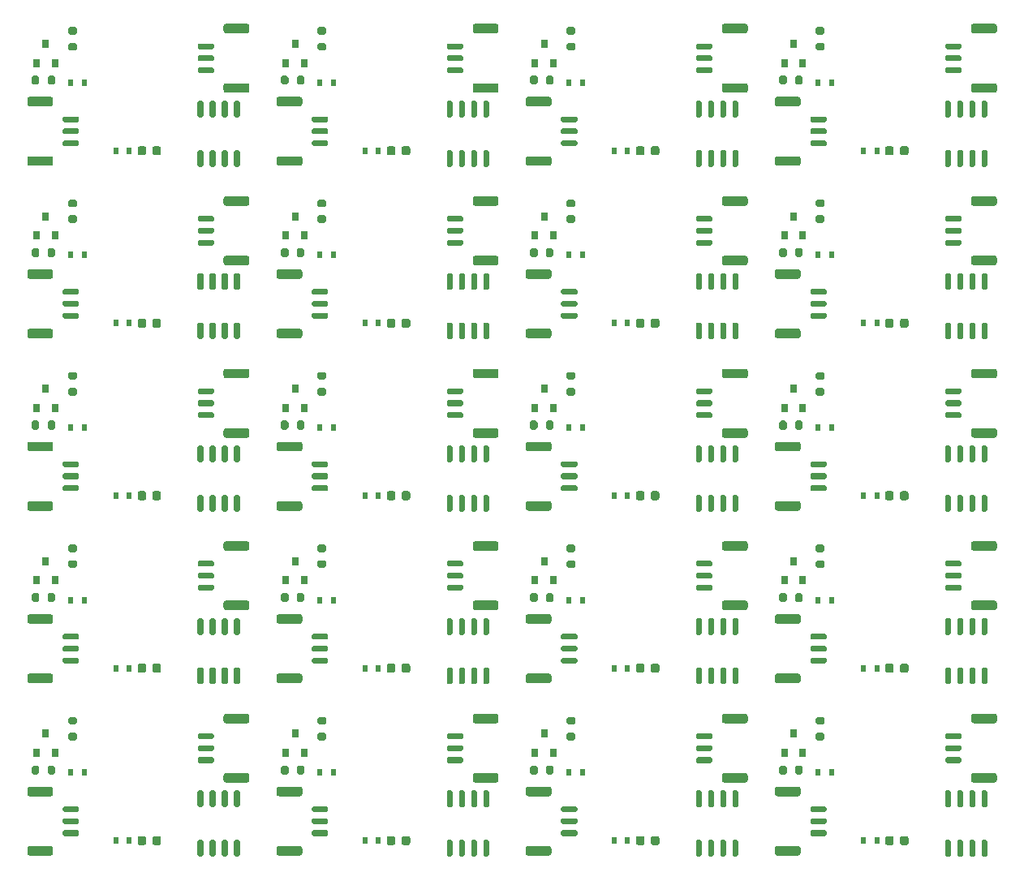
<source format=gtp>
G04 #@! TF.GenerationSoftware,KiCad,Pcbnew,(5.1.8)-1*
G04 #@! TF.CreationDate,2021-11-11T20:38:59+08:00*
G04 #@! TF.ProjectId,vibro-cloth-panelized,76696272-6f2d-4636-9c6f-74682d70616e,rev?*
G04 #@! TF.SameCoordinates,Original*
G04 #@! TF.FileFunction,Paste,Top*
G04 #@! TF.FilePolarity,Positive*
%FSLAX46Y46*%
G04 Gerber Fmt 4.6, Leading zero omitted, Abs format (unit mm)*
G04 Created by KiCad (PCBNEW (5.1.8)-1) date 2021-11-11 20:38:59*
%MOMM*%
%LPD*%
G01*
G04 APERTURE LIST*
%ADD10R,0.800000X0.900000*%
%ADD11R,0.600000X0.700000*%
G04 APERTURE END LIST*
D10*
X129398028Y-126682037D03*
X131298028Y-126682037D03*
X130348028Y-124682037D03*
D11*
X132950028Y-128730037D03*
X134350028Y-128730037D03*
X137649028Y-135842037D03*
X139049028Y-135842037D03*
G36*
G01*
X132260028Y-132260037D02*
X133660028Y-132260037D01*
G75*
G02*
X133810028Y-132410037I0J-150000D01*
G01*
X133810028Y-132710037D01*
G75*
G02*
X133660028Y-132860037I-150000J0D01*
G01*
X132260028Y-132860037D01*
G75*
G02*
X132110028Y-132710037I0J150000D01*
G01*
X132110028Y-132410037D01*
G75*
G02*
X132260028Y-132260037I150000J0D01*
G01*
G37*
G36*
G01*
X132260028Y-133510037D02*
X133660028Y-133510037D01*
G75*
G02*
X133810028Y-133660037I0J-150000D01*
G01*
X133810028Y-133960037D01*
G75*
G02*
X133660028Y-134110037I-150000J0D01*
G01*
X132260028Y-134110037D01*
G75*
G02*
X132110028Y-133960037I0J150000D01*
G01*
X132110028Y-133660037D01*
G75*
G02*
X132260028Y-133510037I150000J0D01*
G01*
G37*
G36*
G01*
X132260028Y-134760037D02*
X133660028Y-134760037D01*
G75*
G02*
X133810028Y-134910037I0J-150000D01*
G01*
X133810028Y-135210037D01*
G75*
G02*
X133660028Y-135360037I-150000J0D01*
G01*
X132260028Y-135360037D01*
G75*
G02*
X132110028Y-135210037I0J150000D01*
G01*
X132110028Y-134910037D01*
G75*
G02*
X132260028Y-134760037I150000J0D01*
G01*
G37*
G36*
G01*
X128660028Y-130210037D02*
X130860028Y-130210037D01*
G75*
G02*
X131110028Y-130460037I0J-250000D01*
G01*
X131110028Y-130960037D01*
G75*
G02*
X130860028Y-131210037I-250000J0D01*
G01*
X128660028Y-131210037D01*
G75*
G02*
X128410028Y-130960037I0J250000D01*
G01*
X128410028Y-130460037D01*
G75*
G02*
X128660028Y-130210037I250000J0D01*
G01*
G37*
G36*
G01*
X128660028Y-136410037D02*
X130860028Y-136410037D01*
G75*
G02*
X131110028Y-136660037I0J-250000D01*
G01*
X131110028Y-137160037D01*
G75*
G02*
X130860028Y-137410037I-250000J0D01*
G01*
X128660028Y-137410037D01*
G75*
G02*
X128410028Y-137160037I0J250000D01*
G01*
X128410028Y-136660037D01*
G75*
G02*
X128660028Y-136410037I250000J0D01*
G01*
G37*
G36*
G01*
X147740028Y-127740037D02*
X146340028Y-127740037D01*
G75*
G02*
X146190028Y-127590037I0J150000D01*
G01*
X146190028Y-127290037D01*
G75*
G02*
X146340028Y-127140037I150000J0D01*
G01*
X147740028Y-127140037D01*
G75*
G02*
X147890028Y-127290037I0J-150000D01*
G01*
X147890028Y-127590037D01*
G75*
G02*
X147740028Y-127740037I-150000J0D01*
G01*
G37*
G36*
G01*
X147740028Y-126490037D02*
X146340028Y-126490037D01*
G75*
G02*
X146190028Y-126340037I0J150000D01*
G01*
X146190028Y-126040037D01*
G75*
G02*
X146340028Y-125890037I150000J0D01*
G01*
X147740028Y-125890037D01*
G75*
G02*
X147890028Y-126040037I0J-150000D01*
G01*
X147890028Y-126340037D01*
G75*
G02*
X147740028Y-126490037I-150000J0D01*
G01*
G37*
G36*
G01*
X147740028Y-125240037D02*
X146340028Y-125240037D01*
G75*
G02*
X146190028Y-125090037I0J150000D01*
G01*
X146190028Y-124790037D01*
G75*
G02*
X146340028Y-124640037I150000J0D01*
G01*
X147740028Y-124640037D01*
G75*
G02*
X147890028Y-124790037I0J-150000D01*
G01*
X147890028Y-125090037D01*
G75*
G02*
X147740028Y-125240037I-150000J0D01*
G01*
G37*
G36*
G01*
X151340028Y-129790037D02*
X149140028Y-129790037D01*
G75*
G02*
X148890028Y-129540037I0J250000D01*
G01*
X148890028Y-129040037D01*
G75*
G02*
X149140028Y-128790037I250000J0D01*
G01*
X151340028Y-128790037D01*
G75*
G02*
X151590028Y-129040037I0J-250000D01*
G01*
X151590028Y-129540037D01*
G75*
G02*
X151340028Y-129790037I-250000J0D01*
G01*
G37*
G36*
G01*
X151340028Y-123590037D02*
X149140028Y-123590037D01*
G75*
G02*
X148890028Y-123340037I0J250000D01*
G01*
X148890028Y-122840037D01*
G75*
G02*
X149140028Y-122590037I250000J0D01*
G01*
X151340028Y-122590037D01*
G75*
G02*
X151590028Y-122840037I0J-250000D01*
G01*
X151590028Y-123340037D01*
G75*
G02*
X151340028Y-123590037I-250000J0D01*
G01*
G37*
G36*
G01*
X146627028Y-137514037D02*
X146327028Y-137514037D01*
G75*
G02*
X146177028Y-137364037I0J150000D01*
G01*
X146177028Y-135914037D01*
G75*
G02*
X146327028Y-135764037I150000J0D01*
G01*
X146627028Y-135764037D01*
G75*
G02*
X146777028Y-135914037I0J-150000D01*
G01*
X146777028Y-137364037D01*
G75*
G02*
X146627028Y-137514037I-150000J0D01*
G01*
G37*
G36*
G01*
X147897028Y-137514037D02*
X147597028Y-137514037D01*
G75*
G02*
X147447028Y-137364037I0J150000D01*
G01*
X147447028Y-135914037D01*
G75*
G02*
X147597028Y-135764037I150000J0D01*
G01*
X147897028Y-135764037D01*
G75*
G02*
X148047028Y-135914037I0J-150000D01*
G01*
X148047028Y-137364037D01*
G75*
G02*
X147897028Y-137514037I-150000J0D01*
G01*
G37*
G36*
G01*
X149167028Y-137514037D02*
X148867028Y-137514037D01*
G75*
G02*
X148717028Y-137364037I0J150000D01*
G01*
X148717028Y-135914037D01*
G75*
G02*
X148867028Y-135764037I150000J0D01*
G01*
X149167028Y-135764037D01*
G75*
G02*
X149317028Y-135914037I0J-150000D01*
G01*
X149317028Y-137364037D01*
G75*
G02*
X149167028Y-137514037I-150000J0D01*
G01*
G37*
G36*
G01*
X150437028Y-137514037D02*
X150137028Y-137514037D01*
G75*
G02*
X149987028Y-137364037I0J150000D01*
G01*
X149987028Y-135914037D01*
G75*
G02*
X150137028Y-135764037I150000J0D01*
G01*
X150437028Y-135764037D01*
G75*
G02*
X150587028Y-135914037I0J-150000D01*
G01*
X150587028Y-137364037D01*
G75*
G02*
X150437028Y-137514037I-150000J0D01*
G01*
G37*
G36*
G01*
X150437028Y-132364037D02*
X150137028Y-132364037D01*
G75*
G02*
X149987028Y-132214037I0J150000D01*
G01*
X149987028Y-130764037D01*
G75*
G02*
X150137028Y-130614037I150000J0D01*
G01*
X150437028Y-130614037D01*
G75*
G02*
X150587028Y-130764037I0J-150000D01*
G01*
X150587028Y-132214037D01*
G75*
G02*
X150437028Y-132364037I-150000J0D01*
G01*
G37*
G36*
G01*
X149167028Y-132364037D02*
X148867028Y-132364037D01*
G75*
G02*
X148717028Y-132214037I0J150000D01*
G01*
X148717028Y-130764037D01*
G75*
G02*
X148867028Y-130614037I150000J0D01*
G01*
X149167028Y-130614037D01*
G75*
G02*
X149317028Y-130764037I0J-150000D01*
G01*
X149317028Y-132214037D01*
G75*
G02*
X149167028Y-132364037I-150000J0D01*
G01*
G37*
G36*
G01*
X147897028Y-132364037D02*
X147597028Y-132364037D01*
G75*
G02*
X147447028Y-132214037I0J150000D01*
G01*
X147447028Y-130764037D01*
G75*
G02*
X147597028Y-130614037I150000J0D01*
G01*
X147897028Y-130614037D01*
G75*
G02*
X148047028Y-130764037I0J-150000D01*
G01*
X148047028Y-132214037D01*
G75*
G02*
X147897028Y-132364037I-150000J0D01*
G01*
G37*
G36*
G01*
X146627028Y-132364037D02*
X146327028Y-132364037D01*
G75*
G02*
X146177028Y-132214037I0J150000D01*
G01*
X146177028Y-130764037D01*
G75*
G02*
X146327028Y-130614037I150000J0D01*
G01*
X146627028Y-130614037D01*
G75*
G02*
X146777028Y-130764037I0J-150000D01*
G01*
X146777028Y-132214037D01*
G75*
G02*
X146627028Y-132364037I-150000J0D01*
G01*
G37*
G36*
G01*
X128869028Y-128751037D02*
X128869028Y-128201037D01*
G75*
G02*
X129069028Y-128001037I200000J0D01*
G01*
X129469028Y-128001037D01*
G75*
G02*
X129669028Y-128201037I0J-200000D01*
G01*
X129669028Y-128751037D01*
G75*
G02*
X129469028Y-128951037I-200000J0D01*
G01*
X129069028Y-128951037D01*
G75*
G02*
X128869028Y-128751037I0J200000D01*
G01*
G37*
G36*
G01*
X130519028Y-128751037D02*
X130519028Y-128201037D01*
G75*
G02*
X130719028Y-128001037I200000J0D01*
G01*
X131119028Y-128001037D01*
G75*
G02*
X131319028Y-128201037I0J-200000D01*
G01*
X131319028Y-128751037D01*
G75*
G02*
X131119028Y-128951037I-200000J0D01*
G01*
X130719028Y-128951037D01*
G75*
G02*
X130519028Y-128751037I0J200000D01*
G01*
G37*
G36*
G01*
X142368028Y-135592037D02*
X142368028Y-136092037D01*
G75*
G02*
X142143028Y-136317037I-225000J0D01*
G01*
X141693028Y-136317037D01*
G75*
G02*
X141468028Y-136092037I0J225000D01*
G01*
X141468028Y-135592037D01*
G75*
G02*
X141693028Y-135367037I225000J0D01*
G01*
X142143028Y-135367037D01*
G75*
G02*
X142368028Y-135592037I0J-225000D01*
G01*
G37*
G36*
G01*
X140818028Y-135592037D02*
X140818028Y-136092037D01*
G75*
G02*
X140593028Y-136317037I-225000J0D01*
G01*
X140143028Y-136317037D01*
G75*
G02*
X139918028Y-136092037I0J225000D01*
G01*
X139918028Y-135592037D01*
G75*
G02*
X140143028Y-135367037I225000J0D01*
G01*
X140593028Y-135367037D01*
G75*
G02*
X140818028Y-135592037I0J-225000D01*
G01*
G37*
G36*
G01*
X133417028Y-125383037D02*
X132867028Y-125383037D01*
G75*
G02*
X132667028Y-125183037I0J200000D01*
G01*
X132667028Y-124783037D01*
G75*
G02*
X132867028Y-124583037I200000J0D01*
G01*
X133417028Y-124583037D01*
G75*
G02*
X133617028Y-124783037I0J-200000D01*
G01*
X133617028Y-125183037D01*
G75*
G02*
X133417028Y-125383037I-200000J0D01*
G01*
G37*
G36*
G01*
X133417028Y-123733037D02*
X132867028Y-123733037D01*
G75*
G02*
X132667028Y-123533037I0J200000D01*
G01*
X132667028Y-123133037D01*
G75*
G02*
X132867028Y-122933037I200000J0D01*
G01*
X133417028Y-122933037D01*
G75*
G02*
X133617028Y-123133037I0J-200000D01*
G01*
X133617028Y-123533037D01*
G75*
G02*
X133417028Y-123733037I-200000J0D01*
G01*
G37*
D10*
X103398019Y-126682037D03*
X105298019Y-126682037D03*
X104348019Y-124682037D03*
D11*
X106950019Y-128730037D03*
X108350019Y-128730037D03*
X111649019Y-135842037D03*
X113049019Y-135842037D03*
G36*
G01*
X106260019Y-132260037D02*
X107660019Y-132260037D01*
G75*
G02*
X107810019Y-132410037I0J-150000D01*
G01*
X107810019Y-132710037D01*
G75*
G02*
X107660019Y-132860037I-150000J0D01*
G01*
X106260019Y-132860037D01*
G75*
G02*
X106110019Y-132710037I0J150000D01*
G01*
X106110019Y-132410037D01*
G75*
G02*
X106260019Y-132260037I150000J0D01*
G01*
G37*
G36*
G01*
X106260019Y-133510037D02*
X107660019Y-133510037D01*
G75*
G02*
X107810019Y-133660037I0J-150000D01*
G01*
X107810019Y-133960037D01*
G75*
G02*
X107660019Y-134110037I-150000J0D01*
G01*
X106260019Y-134110037D01*
G75*
G02*
X106110019Y-133960037I0J150000D01*
G01*
X106110019Y-133660037D01*
G75*
G02*
X106260019Y-133510037I150000J0D01*
G01*
G37*
G36*
G01*
X106260019Y-134760037D02*
X107660019Y-134760037D01*
G75*
G02*
X107810019Y-134910037I0J-150000D01*
G01*
X107810019Y-135210037D01*
G75*
G02*
X107660019Y-135360037I-150000J0D01*
G01*
X106260019Y-135360037D01*
G75*
G02*
X106110019Y-135210037I0J150000D01*
G01*
X106110019Y-134910037D01*
G75*
G02*
X106260019Y-134760037I150000J0D01*
G01*
G37*
G36*
G01*
X102660019Y-130210037D02*
X104860019Y-130210037D01*
G75*
G02*
X105110019Y-130460037I0J-250000D01*
G01*
X105110019Y-130960037D01*
G75*
G02*
X104860019Y-131210037I-250000J0D01*
G01*
X102660019Y-131210037D01*
G75*
G02*
X102410019Y-130960037I0J250000D01*
G01*
X102410019Y-130460037D01*
G75*
G02*
X102660019Y-130210037I250000J0D01*
G01*
G37*
G36*
G01*
X102660019Y-136410037D02*
X104860019Y-136410037D01*
G75*
G02*
X105110019Y-136660037I0J-250000D01*
G01*
X105110019Y-137160037D01*
G75*
G02*
X104860019Y-137410037I-250000J0D01*
G01*
X102660019Y-137410037D01*
G75*
G02*
X102410019Y-137160037I0J250000D01*
G01*
X102410019Y-136660037D01*
G75*
G02*
X102660019Y-136410037I250000J0D01*
G01*
G37*
G36*
G01*
X121740019Y-127740037D02*
X120340019Y-127740037D01*
G75*
G02*
X120190019Y-127590037I0J150000D01*
G01*
X120190019Y-127290037D01*
G75*
G02*
X120340019Y-127140037I150000J0D01*
G01*
X121740019Y-127140037D01*
G75*
G02*
X121890019Y-127290037I0J-150000D01*
G01*
X121890019Y-127590037D01*
G75*
G02*
X121740019Y-127740037I-150000J0D01*
G01*
G37*
G36*
G01*
X121740019Y-126490037D02*
X120340019Y-126490037D01*
G75*
G02*
X120190019Y-126340037I0J150000D01*
G01*
X120190019Y-126040037D01*
G75*
G02*
X120340019Y-125890037I150000J0D01*
G01*
X121740019Y-125890037D01*
G75*
G02*
X121890019Y-126040037I0J-150000D01*
G01*
X121890019Y-126340037D01*
G75*
G02*
X121740019Y-126490037I-150000J0D01*
G01*
G37*
G36*
G01*
X121740019Y-125240037D02*
X120340019Y-125240037D01*
G75*
G02*
X120190019Y-125090037I0J150000D01*
G01*
X120190019Y-124790037D01*
G75*
G02*
X120340019Y-124640037I150000J0D01*
G01*
X121740019Y-124640037D01*
G75*
G02*
X121890019Y-124790037I0J-150000D01*
G01*
X121890019Y-125090037D01*
G75*
G02*
X121740019Y-125240037I-150000J0D01*
G01*
G37*
G36*
G01*
X125340019Y-129790037D02*
X123140019Y-129790037D01*
G75*
G02*
X122890019Y-129540037I0J250000D01*
G01*
X122890019Y-129040037D01*
G75*
G02*
X123140019Y-128790037I250000J0D01*
G01*
X125340019Y-128790037D01*
G75*
G02*
X125590019Y-129040037I0J-250000D01*
G01*
X125590019Y-129540037D01*
G75*
G02*
X125340019Y-129790037I-250000J0D01*
G01*
G37*
G36*
G01*
X125340019Y-123590037D02*
X123140019Y-123590037D01*
G75*
G02*
X122890019Y-123340037I0J250000D01*
G01*
X122890019Y-122840037D01*
G75*
G02*
X123140019Y-122590037I250000J0D01*
G01*
X125340019Y-122590037D01*
G75*
G02*
X125590019Y-122840037I0J-250000D01*
G01*
X125590019Y-123340037D01*
G75*
G02*
X125340019Y-123590037I-250000J0D01*
G01*
G37*
G36*
G01*
X120627019Y-137514037D02*
X120327019Y-137514037D01*
G75*
G02*
X120177019Y-137364037I0J150000D01*
G01*
X120177019Y-135914037D01*
G75*
G02*
X120327019Y-135764037I150000J0D01*
G01*
X120627019Y-135764037D01*
G75*
G02*
X120777019Y-135914037I0J-150000D01*
G01*
X120777019Y-137364037D01*
G75*
G02*
X120627019Y-137514037I-150000J0D01*
G01*
G37*
G36*
G01*
X121897019Y-137514037D02*
X121597019Y-137514037D01*
G75*
G02*
X121447019Y-137364037I0J150000D01*
G01*
X121447019Y-135914037D01*
G75*
G02*
X121597019Y-135764037I150000J0D01*
G01*
X121897019Y-135764037D01*
G75*
G02*
X122047019Y-135914037I0J-150000D01*
G01*
X122047019Y-137364037D01*
G75*
G02*
X121897019Y-137514037I-150000J0D01*
G01*
G37*
G36*
G01*
X123167019Y-137514037D02*
X122867019Y-137514037D01*
G75*
G02*
X122717019Y-137364037I0J150000D01*
G01*
X122717019Y-135914037D01*
G75*
G02*
X122867019Y-135764037I150000J0D01*
G01*
X123167019Y-135764037D01*
G75*
G02*
X123317019Y-135914037I0J-150000D01*
G01*
X123317019Y-137364037D01*
G75*
G02*
X123167019Y-137514037I-150000J0D01*
G01*
G37*
G36*
G01*
X124437019Y-137514037D02*
X124137019Y-137514037D01*
G75*
G02*
X123987019Y-137364037I0J150000D01*
G01*
X123987019Y-135914037D01*
G75*
G02*
X124137019Y-135764037I150000J0D01*
G01*
X124437019Y-135764037D01*
G75*
G02*
X124587019Y-135914037I0J-150000D01*
G01*
X124587019Y-137364037D01*
G75*
G02*
X124437019Y-137514037I-150000J0D01*
G01*
G37*
G36*
G01*
X124437019Y-132364037D02*
X124137019Y-132364037D01*
G75*
G02*
X123987019Y-132214037I0J150000D01*
G01*
X123987019Y-130764037D01*
G75*
G02*
X124137019Y-130614037I150000J0D01*
G01*
X124437019Y-130614037D01*
G75*
G02*
X124587019Y-130764037I0J-150000D01*
G01*
X124587019Y-132214037D01*
G75*
G02*
X124437019Y-132364037I-150000J0D01*
G01*
G37*
G36*
G01*
X123167019Y-132364037D02*
X122867019Y-132364037D01*
G75*
G02*
X122717019Y-132214037I0J150000D01*
G01*
X122717019Y-130764037D01*
G75*
G02*
X122867019Y-130614037I150000J0D01*
G01*
X123167019Y-130614037D01*
G75*
G02*
X123317019Y-130764037I0J-150000D01*
G01*
X123317019Y-132214037D01*
G75*
G02*
X123167019Y-132364037I-150000J0D01*
G01*
G37*
G36*
G01*
X121897019Y-132364037D02*
X121597019Y-132364037D01*
G75*
G02*
X121447019Y-132214037I0J150000D01*
G01*
X121447019Y-130764037D01*
G75*
G02*
X121597019Y-130614037I150000J0D01*
G01*
X121897019Y-130614037D01*
G75*
G02*
X122047019Y-130764037I0J-150000D01*
G01*
X122047019Y-132214037D01*
G75*
G02*
X121897019Y-132364037I-150000J0D01*
G01*
G37*
G36*
G01*
X120627019Y-132364037D02*
X120327019Y-132364037D01*
G75*
G02*
X120177019Y-132214037I0J150000D01*
G01*
X120177019Y-130764037D01*
G75*
G02*
X120327019Y-130614037I150000J0D01*
G01*
X120627019Y-130614037D01*
G75*
G02*
X120777019Y-130764037I0J-150000D01*
G01*
X120777019Y-132214037D01*
G75*
G02*
X120627019Y-132364037I-150000J0D01*
G01*
G37*
G36*
G01*
X102869019Y-128751037D02*
X102869019Y-128201037D01*
G75*
G02*
X103069019Y-128001037I200000J0D01*
G01*
X103469019Y-128001037D01*
G75*
G02*
X103669019Y-128201037I0J-200000D01*
G01*
X103669019Y-128751037D01*
G75*
G02*
X103469019Y-128951037I-200000J0D01*
G01*
X103069019Y-128951037D01*
G75*
G02*
X102869019Y-128751037I0J200000D01*
G01*
G37*
G36*
G01*
X104519019Y-128751037D02*
X104519019Y-128201037D01*
G75*
G02*
X104719019Y-128001037I200000J0D01*
G01*
X105119019Y-128001037D01*
G75*
G02*
X105319019Y-128201037I0J-200000D01*
G01*
X105319019Y-128751037D01*
G75*
G02*
X105119019Y-128951037I-200000J0D01*
G01*
X104719019Y-128951037D01*
G75*
G02*
X104519019Y-128751037I0J200000D01*
G01*
G37*
G36*
G01*
X116368019Y-135592037D02*
X116368019Y-136092037D01*
G75*
G02*
X116143019Y-136317037I-225000J0D01*
G01*
X115693019Y-136317037D01*
G75*
G02*
X115468019Y-136092037I0J225000D01*
G01*
X115468019Y-135592037D01*
G75*
G02*
X115693019Y-135367037I225000J0D01*
G01*
X116143019Y-135367037D01*
G75*
G02*
X116368019Y-135592037I0J-225000D01*
G01*
G37*
G36*
G01*
X114818019Y-135592037D02*
X114818019Y-136092037D01*
G75*
G02*
X114593019Y-136317037I-225000J0D01*
G01*
X114143019Y-136317037D01*
G75*
G02*
X113918019Y-136092037I0J225000D01*
G01*
X113918019Y-135592037D01*
G75*
G02*
X114143019Y-135367037I225000J0D01*
G01*
X114593019Y-135367037D01*
G75*
G02*
X114818019Y-135592037I0J-225000D01*
G01*
G37*
G36*
G01*
X107417019Y-125383037D02*
X106867019Y-125383037D01*
G75*
G02*
X106667019Y-125183037I0J200000D01*
G01*
X106667019Y-124783037D01*
G75*
G02*
X106867019Y-124583037I200000J0D01*
G01*
X107417019Y-124583037D01*
G75*
G02*
X107617019Y-124783037I0J-200000D01*
G01*
X107617019Y-125183037D01*
G75*
G02*
X107417019Y-125383037I-200000J0D01*
G01*
G37*
G36*
G01*
X107417019Y-123733037D02*
X106867019Y-123733037D01*
G75*
G02*
X106667019Y-123533037I0J200000D01*
G01*
X106667019Y-123133037D01*
G75*
G02*
X106867019Y-122933037I200000J0D01*
G01*
X107417019Y-122933037D01*
G75*
G02*
X107617019Y-123133037I0J-200000D01*
G01*
X107617019Y-123533037D01*
G75*
G02*
X107417019Y-123733037I-200000J0D01*
G01*
G37*
D10*
X77398010Y-126682037D03*
X79298010Y-126682037D03*
X78348010Y-124682037D03*
D11*
X80950010Y-128730037D03*
X82350010Y-128730037D03*
X85649010Y-135842037D03*
X87049010Y-135842037D03*
G36*
G01*
X80260010Y-132260037D02*
X81660010Y-132260037D01*
G75*
G02*
X81810010Y-132410037I0J-150000D01*
G01*
X81810010Y-132710037D01*
G75*
G02*
X81660010Y-132860037I-150000J0D01*
G01*
X80260010Y-132860037D01*
G75*
G02*
X80110010Y-132710037I0J150000D01*
G01*
X80110010Y-132410037D01*
G75*
G02*
X80260010Y-132260037I150000J0D01*
G01*
G37*
G36*
G01*
X80260010Y-133510037D02*
X81660010Y-133510037D01*
G75*
G02*
X81810010Y-133660037I0J-150000D01*
G01*
X81810010Y-133960037D01*
G75*
G02*
X81660010Y-134110037I-150000J0D01*
G01*
X80260010Y-134110037D01*
G75*
G02*
X80110010Y-133960037I0J150000D01*
G01*
X80110010Y-133660037D01*
G75*
G02*
X80260010Y-133510037I150000J0D01*
G01*
G37*
G36*
G01*
X80260010Y-134760037D02*
X81660010Y-134760037D01*
G75*
G02*
X81810010Y-134910037I0J-150000D01*
G01*
X81810010Y-135210037D01*
G75*
G02*
X81660010Y-135360037I-150000J0D01*
G01*
X80260010Y-135360037D01*
G75*
G02*
X80110010Y-135210037I0J150000D01*
G01*
X80110010Y-134910037D01*
G75*
G02*
X80260010Y-134760037I150000J0D01*
G01*
G37*
G36*
G01*
X76660010Y-130210037D02*
X78860010Y-130210037D01*
G75*
G02*
X79110010Y-130460037I0J-250000D01*
G01*
X79110010Y-130960037D01*
G75*
G02*
X78860010Y-131210037I-250000J0D01*
G01*
X76660010Y-131210037D01*
G75*
G02*
X76410010Y-130960037I0J250000D01*
G01*
X76410010Y-130460037D01*
G75*
G02*
X76660010Y-130210037I250000J0D01*
G01*
G37*
G36*
G01*
X76660010Y-136410037D02*
X78860010Y-136410037D01*
G75*
G02*
X79110010Y-136660037I0J-250000D01*
G01*
X79110010Y-137160037D01*
G75*
G02*
X78860010Y-137410037I-250000J0D01*
G01*
X76660010Y-137410037D01*
G75*
G02*
X76410010Y-137160037I0J250000D01*
G01*
X76410010Y-136660037D01*
G75*
G02*
X76660010Y-136410037I250000J0D01*
G01*
G37*
G36*
G01*
X95740010Y-127740037D02*
X94340010Y-127740037D01*
G75*
G02*
X94190010Y-127590037I0J150000D01*
G01*
X94190010Y-127290037D01*
G75*
G02*
X94340010Y-127140037I150000J0D01*
G01*
X95740010Y-127140037D01*
G75*
G02*
X95890010Y-127290037I0J-150000D01*
G01*
X95890010Y-127590037D01*
G75*
G02*
X95740010Y-127740037I-150000J0D01*
G01*
G37*
G36*
G01*
X95740010Y-126490037D02*
X94340010Y-126490037D01*
G75*
G02*
X94190010Y-126340037I0J150000D01*
G01*
X94190010Y-126040037D01*
G75*
G02*
X94340010Y-125890037I150000J0D01*
G01*
X95740010Y-125890037D01*
G75*
G02*
X95890010Y-126040037I0J-150000D01*
G01*
X95890010Y-126340037D01*
G75*
G02*
X95740010Y-126490037I-150000J0D01*
G01*
G37*
G36*
G01*
X95740010Y-125240037D02*
X94340010Y-125240037D01*
G75*
G02*
X94190010Y-125090037I0J150000D01*
G01*
X94190010Y-124790037D01*
G75*
G02*
X94340010Y-124640037I150000J0D01*
G01*
X95740010Y-124640037D01*
G75*
G02*
X95890010Y-124790037I0J-150000D01*
G01*
X95890010Y-125090037D01*
G75*
G02*
X95740010Y-125240037I-150000J0D01*
G01*
G37*
G36*
G01*
X99340010Y-129790037D02*
X97140010Y-129790037D01*
G75*
G02*
X96890010Y-129540037I0J250000D01*
G01*
X96890010Y-129040037D01*
G75*
G02*
X97140010Y-128790037I250000J0D01*
G01*
X99340010Y-128790037D01*
G75*
G02*
X99590010Y-129040037I0J-250000D01*
G01*
X99590010Y-129540037D01*
G75*
G02*
X99340010Y-129790037I-250000J0D01*
G01*
G37*
G36*
G01*
X99340010Y-123590037D02*
X97140010Y-123590037D01*
G75*
G02*
X96890010Y-123340037I0J250000D01*
G01*
X96890010Y-122840037D01*
G75*
G02*
X97140010Y-122590037I250000J0D01*
G01*
X99340010Y-122590037D01*
G75*
G02*
X99590010Y-122840037I0J-250000D01*
G01*
X99590010Y-123340037D01*
G75*
G02*
X99340010Y-123590037I-250000J0D01*
G01*
G37*
G36*
G01*
X94627010Y-137514037D02*
X94327010Y-137514037D01*
G75*
G02*
X94177010Y-137364037I0J150000D01*
G01*
X94177010Y-135914037D01*
G75*
G02*
X94327010Y-135764037I150000J0D01*
G01*
X94627010Y-135764037D01*
G75*
G02*
X94777010Y-135914037I0J-150000D01*
G01*
X94777010Y-137364037D01*
G75*
G02*
X94627010Y-137514037I-150000J0D01*
G01*
G37*
G36*
G01*
X95897010Y-137514037D02*
X95597010Y-137514037D01*
G75*
G02*
X95447010Y-137364037I0J150000D01*
G01*
X95447010Y-135914037D01*
G75*
G02*
X95597010Y-135764037I150000J0D01*
G01*
X95897010Y-135764037D01*
G75*
G02*
X96047010Y-135914037I0J-150000D01*
G01*
X96047010Y-137364037D01*
G75*
G02*
X95897010Y-137514037I-150000J0D01*
G01*
G37*
G36*
G01*
X97167010Y-137514037D02*
X96867010Y-137514037D01*
G75*
G02*
X96717010Y-137364037I0J150000D01*
G01*
X96717010Y-135914037D01*
G75*
G02*
X96867010Y-135764037I150000J0D01*
G01*
X97167010Y-135764037D01*
G75*
G02*
X97317010Y-135914037I0J-150000D01*
G01*
X97317010Y-137364037D01*
G75*
G02*
X97167010Y-137514037I-150000J0D01*
G01*
G37*
G36*
G01*
X98437010Y-137514037D02*
X98137010Y-137514037D01*
G75*
G02*
X97987010Y-137364037I0J150000D01*
G01*
X97987010Y-135914037D01*
G75*
G02*
X98137010Y-135764037I150000J0D01*
G01*
X98437010Y-135764037D01*
G75*
G02*
X98587010Y-135914037I0J-150000D01*
G01*
X98587010Y-137364037D01*
G75*
G02*
X98437010Y-137514037I-150000J0D01*
G01*
G37*
G36*
G01*
X98437010Y-132364037D02*
X98137010Y-132364037D01*
G75*
G02*
X97987010Y-132214037I0J150000D01*
G01*
X97987010Y-130764037D01*
G75*
G02*
X98137010Y-130614037I150000J0D01*
G01*
X98437010Y-130614037D01*
G75*
G02*
X98587010Y-130764037I0J-150000D01*
G01*
X98587010Y-132214037D01*
G75*
G02*
X98437010Y-132364037I-150000J0D01*
G01*
G37*
G36*
G01*
X97167010Y-132364037D02*
X96867010Y-132364037D01*
G75*
G02*
X96717010Y-132214037I0J150000D01*
G01*
X96717010Y-130764037D01*
G75*
G02*
X96867010Y-130614037I150000J0D01*
G01*
X97167010Y-130614037D01*
G75*
G02*
X97317010Y-130764037I0J-150000D01*
G01*
X97317010Y-132214037D01*
G75*
G02*
X97167010Y-132364037I-150000J0D01*
G01*
G37*
G36*
G01*
X95897010Y-132364037D02*
X95597010Y-132364037D01*
G75*
G02*
X95447010Y-132214037I0J150000D01*
G01*
X95447010Y-130764037D01*
G75*
G02*
X95597010Y-130614037I150000J0D01*
G01*
X95897010Y-130614037D01*
G75*
G02*
X96047010Y-130764037I0J-150000D01*
G01*
X96047010Y-132214037D01*
G75*
G02*
X95897010Y-132364037I-150000J0D01*
G01*
G37*
G36*
G01*
X94627010Y-132364037D02*
X94327010Y-132364037D01*
G75*
G02*
X94177010Y-132214037I0J150000D01*
G01*
X94177010Y-130764037D01*
G75*
G02*
X94327010Y-130614037I150000J0D01*
G01*
X94627010Y-130614037D01*
G75*
G02*
X94777010Y-130764037I0J-150000D01*
G01*
X94777010Y-132214037D01*
G75*
G02*
X94627010Y-132364037I-150000J0D01*
G01*
G37*
G36*
G01*
X76869010Y-128751037D02*
X76869010Y-128201037D01*
G75*
G02*
X77069010Y-128001037I200000J0D01*
G01*
X77469010Y-128001037D01*
G75*
G02*
X77669010Y-128201037I0J-200000D01*
G01*
X77669010Y-128751037D01*
G75*
G02*
X77469010Y-128951037I-200000J0D01*
G01*
X77069010Y-128951037D01*
G75*
G02*
X76869010Y-128751037I0J200000D01*
G01*
G37*
G36*
G01*
X78519010Y-128751037D02*
X78519010Y-128201037D01*
G75*
G02*
X78719010Y-128001037I200000J0D01*
G01*
X79119010Y-128001037D01*
G75*
G02*
X79319010Y-128201037I0J-200000D01*
G01*
X79319010Y-128751037D01*
G75*
G02*
X79119010Y-128951037I-200000J0D01*
G01*
X78719010Y-128951037D01*
G75*
G02*
X78519010Y-128751037I0J200000D01*
G01*
G37*
G36*
G01*
X90368010Y-135592037D02*
X90368010Y-136092037D01*
G75*
G02*
X90143010Y-136317037I-225000J0D01*
G01*
X89693010Y-136317037D01*
G75*
G02*
X89468010Y-136092037I0J225000D01*
G01*
X89468010Y-135592037D01*
G75*
G02*
X89693010Y-135367037I225000J0D01*
G01*
X90143010Y-135367037D01*
G75*
G02*
X90368010Y-135592037I0J-225000D01*
G01*
G37*
G36*
G01*
X88818010Y-135592037D02*
X88818010Y-136092037D01*
G75*
G02*
X88593010Y-136317037I-225000J0D01*
G01*
X88143010Y-136317037D01*
G75*
G02*
X87918010Y-136092037I0J225000D01*
G01*
X87918010Y-135592037D01*
G75*
G02*
X88143010Y-135367037I225000J0D01*
G01*
X88593010Y-135367037D01*
G75*
G02*
X88818010Y-135592037I0J-225000D01*
G01*
G37*
G36*
G01*
X81417010Y-125383037D02*
X80867010Y-125383037D01*
G75*
G02*
X80667010Y-125183037I0J200000D01*
G01*
X80667010Y-124783037D01*
G75*
G02*
X80867010Y-124583037I200000J0D01*
G01*
X81417010Y-124583037D01*
G75*
G02*
X81617010Y-124783037I0J-200000D01*
G01*
X81617010Y-125183037D01*
G75*
G02*
X81417010Y-125383037I-200000J0D01*
G01*
G37*
G36*
G01*
X81417010Y-123733037D02*
X80867010Y-123733037D01*
G75*
G02*
X80667010Y-123533037I0J200000D01*
G01*
X80667010Y-123133037D01*
G75*
G02*
X80867010Y-122933037I200000J0D01*
G01*
X81417010Y-122933037D01*
G75*
G02*
X81617010Y-123133037I0J-200000D01*
G01*
X81617010Y-123533037D01*
G75*
G02*
X81417010Y-123733037I-200000J0D01*
G01*
G37*
D10*
X51398001Y-126682037D03*
X53298001Y-126682037D03*
X52348001Y-124682037D03*
D11*
X54950001Y-128730037D03*
X56350001Y-128730037D03*
X59649001Y-135842037D03*
X61049001Y-135842037D03*
G36*
G01*
X54260001Y-132260037D02*
X55660001Y-132260037D01*
G75*
G02*
X55810001Y-132410037I0J-150000D01*
G01*
X55810001Y-132710037D01*
G75*
G02*
X55660001Y-132860037I-150000J0D01*
G01*
X54260001Y-132860037D01*
G75*
G02*
X54110001Y-132710037I0J150000D01*
G01*
X54110001Y-132410037D01*
G75*
G02*
X54260001Y-132260037I150000J0D01*
G01*
G37*
G36*
G01*
X54260001Y-133510037D02*
X55660001Y-133510037D01*
G75*
G02*
X55810001Y-133660037I0J-150000D01*
G01*
X55810001Y-133960037D01*
G75*
G02*
X55660001Y-134110037I-150000J0D01*
G01*
X54260001Y-134110037D01*
G75*
G02*
X54110001Y-133960037I0J150000D01*
G01*
X54110001Y-133660037D01*
G75*
G02*
X54260001Y-133510037I150000J0D01*
G01*
G37*
G36*
G01*
X54260001Y-134760037D02*
X55660001Y-134760037D01*
G75*
G02*
X55810001Y-134910037I0J-150000D01*
G01*
X55810001Y-135210037D01*
G75*
G02*
X55660001Y-135360037I-150000J0D01*
G01*
X54260001Y-135360037D01*
G75*
G02*
X54110001Y-135210037I0J150000D01*
G01*
X54110001Y-134910037D01*
G75*
G02*
X54260001Y-134760037I150000J0D01*
G01*
G37*
G36*
G01*
X50660001Y-130210037D02*
X52860001Y-130210037D01*
G75*
G02*
X53110001Y-130460037I0J-250000D01*
G01*
X53110001Y-130960037D01*
G75*
G02*
X52860001Y-131210037I-250000J0D01*
G01*
X50660001Y-131210037D01*
G75*
G02*
X50410001Y-130960037I0J250000D01*
G01*
X50410001Y-130460037D01*
G75*
G02*
X50660001Y-130210037I250000J0D01*
G01*
G37*
G36*
G01*
X50660001Y-136410037D02*
X52860001Y-136410037D01*
G75*
G02*
X53110001Y-136660037I0J-250000D01*
G01*
X53110001Y-137160037D01*
G75*
G02*
X52860001Y-137410037I-250000J0D01*
G01*
X50660001Y-137410037D01*
G75*
G02*
X50410001Y-137160037I0J250000D01*
G01*
X50410001Y-136660037D01*
G75*
G02*
X50660001Y-136410037I250000J0D01*
G01*
G37*
G36*
G01*
X69740001Y-127740037D02*
X68340001Y-127740037D01*
G75*
G02*
X68190001Y-127590037I0J150000D01*
G01*
X68190001Y-127290037D01*
G75*
G02*
X68340001Y-127140037I150000J0D01*
G01*
X69740001Y-127140037D01*
G75*
G02*
X69890001Y-127290037I0J-150000D01*
G01*
X69890001Y-127590037D01*
G75*
G02*
X69740001Y-127740037I-150000J0D01*
G01*
G37*
G36*
G01*
X69740001Y-126490037D02*
X68340001Y-126490037D01*
G75*
G02*
X68190001Y-126340037I0J150000D01*
G01*
X68190001Y-126040037D01*
G75*
G02*
X68340001Y-125890037I150000J0D01*
G01*
X69740001Y-125890037D01*
G75*
G02*
X69890001Y-126040037I0J-150000D01*
G01*
X69890001Y-126340037D01*
G75*
G02*
X69740001Y-126490037I-150000J0D01*
G01*
G37*
G36*
G01*
X69740001Y-125240037D02*
X68340001Y-125240037D01*
G75*
G02*
X68190001Y-125090037I0J150000D01*
G01*
X68190001Y-124790037D01*
G75*
G02*
X68340001Y-124640037I150000J0D01*
G01*
X69740001Y-124640037D01*
G75*
G02*
X69890001Y-124790037I0J-150000D01*
G01*
X69890001Y-125090037D01*
G75*
G02*
X69740001Y-125240037I-150000J0D01*
G01*
G37*
G36*
G01*
X73340001Y-129790037D02*
X71140001Y-129790037D01*
G75*
G02*
X70890001Y-129540037I0J250000D01*
G01*
X70890001Y-129040037D01*
G75*
G02*
X71140001Y-128790037I250000J0D01*
G01*
X73340001Y-128790037D01*
G75*
G02*
X73590001Y-129040037I0J-250000D01*
G01*
X73590001Y-129540037D01*
G75*
G02*
X73340001Y-129790037I-250000J0D01*
G01*
G37*
G36*
G01*
X73340001Y-123590037D02*
X71140001Y-123590037D01*
G75*
G02*
X70890001Y-123340037I0J250000D01*
G01*
X70890001Y-122840037D01*
G75*
G02*
X71140001Y-122590037I250000J0D01*
G01*
X73340001Y-122590037D01*
G75*
G02*
X73590001Y-122840037I0J-250000D01*
G01*
X73590001Y-123340037D01*
G75*
G02*
X73340001Y-123590037I-250000J0D01*
G01*
G37*
G36*
G01*
X68627001Y-137514037D02*
X68327001Y-137514037D01*
G75*
G02*
X68177001Y-137364037I0J150000D01*
G01*
X68177001Y-135914037D01*
G75*
G02*
X68327001Y-135764037I150000J0D01*
G01*
X68627001Y-135764037D01*
G75*
G02*
X68777001Y-135914037I0J-150000D01*
G01*
X68777001Y-137364037D01*
G75*
G02*
X68627001Y-137514037I-150000J0D01*
G01*
G37*
G36*
G01*
X69897001Y-137514037D02*
X69597001Y-137514037D01*
G75*
G02*
X69447001Y-137364037I0J150000D01*
G01*
X69447001Y-135914037D01*
G75*
G02*
X69597001Y-135764037I150000J0D01*
G01*
X69897001Y-135764037D01*
G75*
G02*
X70047001Y-135914037I0J-150000D01*
G01*
X70047001Y-137364037D01*
G75*
G02*
X69897001Y-137514037I-150000J0D01*
G01*
G37*
G36*
G01*
X71167001Y-137514037D02*
X70867001Y-137514037D01*
G75*
G02*
X70717001Y-137364037I0J150000D01*
G01*
X70717001Y-135914037D01*
G75*
G02*
X70867001Y-135764037I150000J0D01*
G01*
X71167001Y-135764037D01*
G75*
G02*
X71317001Y-135914037I0J-150000D01*
G01*
X71317001Y-137364037D01*
G75*
G02*
X71167001Y-137514037I-150000J0D01*
G01*
G37*
G36*
G01*
X72437001Y-137514037D02*
X72137001Y-137514037D01*
G75*
G02*
X71987001Y-137364037I0J150000D01*
G01*
X71987001Y-135914037D01*
G75*
G02*
X72137001Y-135764037I150000J0D01*
G01*
X72437001Y-135764037D01*
G75*
G02*
X72587001Y-135914037I0J-150000D01*
G01*
X72587001Y-137364037D01*
G75*
G02*
X72437001Y-137514037I-150000J0D01*
G01*
G37*
G36*
G01*
X72437001Y-132364037D02*
X72137001Y-132364037D01*
G75*
G02*
X71987001Y-132214037I0J150000D01*
G01*
X71987001Y-130764037D01*
G75*
G02*
X72137001Y-130614037I150000J0D01*
G01*
X72437001Y-130614037D01*
G75*
G02*
X72587001Y-130764037I0J-150000D01*
G01*
X72587001Y-132214037D01*
G75*
G02*
X72437001Y-132364037I-150000J0D01*
G01*
G37*
G36*
G01*
X71167001Y-132364037D02*
X70867001Y-132364037D01*
G75*
G02*
X70717001Y-132214037I0J150000D01*
G01*
X70717001Y-130764037D01*
G75*
G02*
X70867001Y-130614037I150000J0D01*
G01*
X71167001Y-130614037D01*
G75*
G02*
X71317001Y-130764037I0J-150000D01*
G01*
X71317001Y-132214037D01*
G75*
G02*
X71167001Y-132364037I-150000J0D01*
G01*
G37*
G36*
G01*
X69897001Y-132364037D02*
X69597001Y-132364037D01*
G75*
G02*
X69447001Y-132214037I0J150000D01*
G01*
X69447001Y-130764037D01*
G75*
G02*
X69597001Y-130614037I150000J0D01*
G01*
X69897001Y-130614037D01*
G75*
G02*
X70047001Y-130764037I0J-150000D01*
G01*
X70047001Y-132214037D01*
G75*
G02*
X69897001Y-132364037I-150000J0D01*
G01*
G37*
G36*
G01*
X68627001Y-132364037D02*
X68327001Y-132364037D01*
G75*
G02*
X68177001Y-132214037I0J150000D01*
G01*
X68177001Y-130764037D01*
G75*
G02*
X68327001Y-130614037I150000J0D01*
G01*
X68627001Y-130614037D01*
G75*
G02*
X68777001Y-130764037I0J-150000D01*
G01*
X68777001Y-132214037D01*
G75*
G02*
X68627001Y-132364037I-150000J0D01*
G01*
G37*
G36*
G01*
X50869001Y-128751037D02*
X50869001Y-128201037D01*
G75*
G02*
X51069001Y-128001037I200000J0D01*
G01*
X51469001Y-128001037D01*
G75*
G02*
X51669001Y-128201037I0J-200000D01*
G01*
X51669001Y-128751037D01*
G75*
G02*
X51469001Y-128951037I-200000J0D01*
G01*
X51069001Y-128951037D01*
G75*
G02*
X50869001Y-128751037I0J200000D01*
G01*
G37*
G36*
G01*
X52519001Y-128751037D02*
X52519001Y-128201037D01*
G75*
G02*
X52719001Y-128001037I200000J0D01*
G01*
X53119001Y-128001037D01*
G75*
G02*
X53319001Y-128201037I0J-200000D01*
G01*
X53319001Y-128751037D01*
G75*
G02*
X53119001Y-128951037I-200000J0D01*
G01*
X52719001Y-128951037D01*
G75*
G02*
X52519001Y-128751037I0J200000D01*
G01*
G37*
G36*
G01*
X64368001Y-135592037D02*
X64368001Y-136092037D01*
G75*
G02*
X64143001Y-136317037I-225000J0D01*
G01*
X63693001Y-136317037D01*
G75*
G02*
X63468001Y-136092037I0J225000D01*
G01*
X63468001Y-135592037D01*
G75*
G02*
X63693001Y-135367037I225000J0D01*
G01*
X64143001Y-135367037D01*
G75*
G02*
X64368001Y-135592037I0J-225000D01*
G01*
G37*
G36*
G01*
X62818001Y-135592037D02*
X62818001Y-136092037D01*
G75*
G02*
X62593001Y-136317037I-225000J0D01*
G01*
X62143001Y-136317037D01*
G75*
G02*
X61918001Y-136092037I0J225000D01*
G01*
X61918001Y-135592037D01*
G75*
G02*
X62143001Y-135367037I225000J0D01*
G01*
X62593001Y-135367037D01*
G75*
G02*
X62818001Y-135592037I0J-225000D01*
G01*
G37*
G36*
G01*
X55417001Y-125383037D02*
X54867001Y-125383037D01*
G75*
G02*
X54667001Y-125183037I0J200000D01*
G01*
X54667001Y-124783037D01*
G75*
G02*
X54867001Y-124583037I200000J0D01*
G01*
X55417001Y-124583037D01*
G75*
G02*
X55617001Y-124783037I0J-200000D01*
G01*
X55617001Y-125183037D01*
G75*
G02*
X55417001Y-125383037I-200000J0D01*
G01*
G37*
G36*
G01*
X55417001Y-123733037D02*
X54867001Y-123733037D01*
G75*
G02*
X54667001Y-123533037I0J200000D01*
G01*
X54667001Y-123133037D01*
G75*
G02*
X54867001Y-122933037I200000J0D01*
G01*
X55417001Y-122933037D01*
G75*
G02*
X55617001Y-123133037I0J-200000D01*
G01*
X55617001Y-123533037D01*
G75*
G02*
X55417001Y-123733037I-200000J0D01*
G01*
G37*
D10*
X129398028Y-108682028D03*
X131298028Y-108682028D03*
X130348028Y-106682028D03*
D11*
X132950028Y-110730028D03*
X134350028Y-110730028D03*
X137649028Y-117842028D03*
X139049028Y-117842028D03*
G36*
G01*
X132260028Y-114260028D02*
X133660028Y-114260028D01*
G75*
G02*
X133810028Y-114410028I0J-150000D01*
G01*
X133810028Y-114710028D01*
G75*
G02*
X133660028Y-114860028I-150000J0D01*
G01*
X132260028Y-114860028D01*
G75*
G02*
X132110028Y-114710028I0J150000D01*
G01*
X132110028Y-114410028D01*
G75*
G02*
X132260028Y-114260028I150000J0D01*
G01*
G37*
G36*
G01*
X132260028Y-115510028D02*
X133660028Y-115510028D01*
G75*
G02*
X133810028Y-115660028I0J-150000D01*
G01*
X133810028Y-115960028D01*
G75*
G02*
X133660028Y-116110028I-150000J0D01*
G01*
X132260028Y-116110028D01*
G75*
G02*
X132110028Y-115960028I0J150000D01*
G01*
X132110028Y-115660028D01*
G75*
G02*
X132260028Y-115510028I150000J0D01*
G01*
G37*
G36*
G01*
X132260028Y-116760028D02*
X133660028Y-116760028D01*
G75*
G02*
X133810028Y-116910028I0J-150000D01*
G01*
X133810028Y-117210028D01*
G75*
G02*
X133660028Y-117360028I-150000J0D01*
G01*
X132260028Y-117360028D01*
G75*
G02*
X132110028Y-117210028I0J150000D01*
G01*
X132110028Y-116910028D01*
G75*
G02*
X132260028Y-116760028I150000J0D01*
G01*
G37*
G36*
G01*
X128660028Y-112210028D02*
X130860028Y-112210028D01*
G75*
G02*
X131110028Y-112460028I0J-250000D01*
G01*
X131110028Y-112960028D01*
G75*
G02*
X130860028Y-113210028I-250000J0D01*
G01*
X128660028Y-113210028D01*
G75*
G02*
X128410028Y-112960028I0J250000D01*
G01*
X128410028Y-112460028D01*
G75*
G02*
X128660028Y-112210028I250000J0D01*
G01*
G37*
G36*
G01*
X128660028Y-118410028D02*
X130860028Y-118410028D01*
G75*
G02*
X131110028Y-118660028I0J-250000D01*
G01*
X131110028Y-119160028D01*
G75*
G02*
X130860028Y-119410028I-250000J0D01*
G01*
X128660028Y-119410028D01*
G75*
G02*
X128410028Y-119160028I0J250000D01*
G01*
X128410028Y-118660028D01*
G75*
G02*
X128660028Y-118410028I250000J0D01*
G01*
G37*
G36*
G01*
X147740028Y-109740028D02*
X146340028Y-109740028D01*
G75*
G02*
X146190028Y-109590028I0J150000D01*
G01*
X146190028Y-109290028D01*
G75*
G02*
X146340028Y-109140028I150000J0D01*
G01*
X147740028Y-109140028D01*
G75*
G02*
X147890028Y-109290028I0J-150000D01*
G01*
X147890028Y-109590028D01*
G75*
G02*
X147740028Y-109740028I-150000J0D01*
G01*
G37*
G36*
G01*
X147740028Y-108490028D02*
X146340028Y-108490028D01*
G75*
G02*
X146190028Y-108340028I0J150000D01*
G01*
X146190028Y-108040028D01*
G75*
G02*
X146340028Y-107890028I150000J0D01*
G01*
X147740028Y-107890028D01*
G75*
G02*
X147890028Y-108040028I0J-150000D01*
G01*
X147890028Y-108340028D01*
G75*
G02*
X147740028Y-108490028I-150000J0D01*
G01*
G37*
G36*
G01*
X147740028Y-107240028D02*
X146340028Y-107240028D01*
G75*
G02*
X146190028Y-107090028I0J150000D01*
G01*
X146190028Y-106790028D01*
G75*
G02*
X146340028Y-106640028I150000J0D01*
G01*
X147740028Y-106640028D01*
G75*
G02*
X147890028Y-106790028I0J-150000D01*
G01*
X147890028Y-107090028D01*
G75*
G02*
X147740028Y-107240028I-150000J0D01*
G01*
G37*
G36*
G01*
X151340028Y-111790028D02*
X149140028Y-111790028D01*
G75*
G02*
X148890028Y-111540028I0J250000D01*
G01*
X148890028Y-111040028D01*
G75*
G02*
X149140028Y-110790028I250000J0D01*
G01*
X151340028Y-110790028D01*
G75*
G02*
X151590028Y-111040028I0J-250000D01*
G01*
X151590028Y-111540028D01*
G75*
G02*
X151340028Y-111790028I-250000J0D01*
G01*
G37*
G36*
G01*
X151340028Y-105590028D02*
X149140028Y-105590028D01*
G75*
G02*
X148890028Y-105340028I0J250000D01*
G01*
X148890028Y-104840028D01*
G75*
G02*
X149140028Y-104590028I250000J0D01*
G01*
X151340028Y-104590028D01*
G75*
G02*
X151590028Y-104840028I0J-250000D01*
G01*
X151590028Y-105340028D01*
G75*
G02*
X151340028Y-105590028I-250000J0D01*
G01*
G37*
G36*
G01*
X146627028Y-119514028D02*
X146327028Y-119514028D01*
G75*
G02*
X146177028Y-119364028I0J150000D01*
G01*
X146177028Y-117914028D01*
G75*
G02*
X146327028Y-117764028I150000J0D01*
G01*
X146627028Y-117764028D01*
G75*
G02*
X146777028Y-117914028I0J-150000D01*
G01*
X146777028Y-119364028D01*
G75*
G02*
X146627028Y-119514028I-150000J0D01*
G01*
G37*
G36*
G01*
X147897028Y-119514028D02*
X147597028Y-119514028D01*
G75*
G02*
X147447028Y-119364028I0J150000D01*
G01*
X147447028Y-117914028D01*
G75*
G02*
X147597028Y-117764028I150000J0D01*
G01*
X147897028Y-117764028D01*
G75*
G02*
X148047028Y-117914028I0J-150000D01*
G01*
X148047028Y-119364028D01*
G75*
G02*
X147897028Y-119514028I-150000J0D01*
G01*
G37*
G36*
G01*
X149167028Y-119514028D02*
X148867028Y-119514028D01*
G75*
G02*
X148717028Y-119364028I0J150000D01*
G01*
X148717028Y-117914028D01*
G75*
G02*
X148867028Y-117764028I150000J0D01*
G01*
X149167028Y-117764028D01*
G75*
G02*
X149317028Y-117914028I0J-150000D01*
G01*
X149317028Y-119364028D01*
G75*
G02*
X149167028Y-119514028I-150000J0D01*
G01*
G37*
G36*
G01*
X150437028Y-119514028D02*
X150137028Y-119514028D01*
G75*
G02*
X149987028Y-119364028I0J150000D01*
G01*
X149987028Y-117914028D01*
G75*
G02*
X150137028Y-117764028I150000J0D01*
G01*
X150437028Y-117764028D01*
G75*
G02*
X150587028Y-117914028I0J-150000D01*
G01*
X150587028Y-119364028D01*
G75*
G02*
X150437028Y-119514028I-150000J0D01*
G01*
G37*
G36*
G01*
X150437028Y-114364028D02*
X150137028Y-114364028D01*
G75*
G02*
X149987028Y-114214028I0J150000D01*
G01*
X149987028Y-112764028D01*
G75*
G02*
X150137028Y-112614028I150000J0D01*
G01*
X150437028Y-112614028D01*
G75*
G02*
X150587028Y-112764028I0J-150000D01*
G01*
X150587028Y-114214028D01*
G75*
G02*
X150437028Y-114364028I-150000J0D01*
G01*
G37*
G36*
G01*
X149167028Y-114364028D02*
X148867028Y-114364028D01*
G75*
G02*
X148717028Y-114214028I0J150000D01*
G01*
X148717028Y-112764028D01*
G75*
G02*
X148867028Y-112614028I150000J0D01*
G01*
X149167028Y-112614028D01*
G75*
G02*
X149317028Y-112764028I0J-150000D01*
G01*
X149317028Y-114214028D01*
G75*
G02*
X149167028Y-114364028I-150000J0D01*
G01*
G37*
G36*
G01*
X147897028Y-114364028D02*
X147597028Y-114364028D01*
G75*
G02*
X147447028Y-114214028I0J150000D01*
G01*
X147447028Y-112764028D01*
G75*
G02*
X147597028Y-112614028I150000J0D01*
G01*
X147897028Y-112614028D01*
G75*
G02*
X148047028Y-112764028I0J-150000D01*
G01*
X148047028Y-114214028D01*
G75*
G02*
X147897028Y-114364028I-150000J0D01*
G01*
G37*
G36*
G01*
X146627028Y-114364028D02*
X146327028Y-114364028D01*
G75*
G02*
X146177028Y-114214028I0J150000D01*
G01*
X146177028Y-112764028D01*
G75*
G02*
X146327028Y-112614028I150000J0D01*
G01*
X146627028Y-112614028D01*
G75*
G02*
X146777028Y-112764028I0J-150000D01*
G01*
X146777028Y-114214028D01*
G75*
G02*
X146627028Y-114364028I-150000J0D01*
G01*
G37*
G36*
G01*
X128869028Y-110751028D02*
X128869028Y-110201028D01*
G75*
G02*
X129069028Y-110001028I200000J0D01*
G01*
X129469028Y-110001028D01*
G75*
G02*
X129669028Y-110201028I0J-200000D01*
G01*
X129669028Y-110751028D01*
G75*
G02*
X129469028Y-110951028I-200000J0D01*
G01*
X129069028Y-110951028D01*
G75*
G02*
X128869028Y-110751028I0J200000D01*
G01*
G37*
G36*
G01*
X130519028Y-110751028D02*
X130519028Y-110201028D01*
G75*
G02*
X130719028Y-110001028I200000J0D01*
G01*
X131119028Y-110001028D01*
G75*
G02*
X131319028Y-110201028I0J-200000D01*
G01*
X131319028Y-110751028D01*
G75*
G02*
X131119028Y-110951028I-200000J0D01*
G01*
X130719028Y-110951028D01*
G75*
G02*
X130519028Y-110751028I0J200000D01*
G01*
G37*
G36*
G01*
X142368028Y-117592028D02*
X142368028Y-118092028D01*
G75*
G02*
X142143028Y-118317028I-225000J0D01*
G01*
X141693028Y-118317028D01*
G75*
G02*
X141468028Y-118092028I0J225000D01*
G01*
X141468028Y-117592028D01*
G75*
G02*
X141693028Y-117367028I225000J0D01*
G01*
X142143028Y-117367028D01*
G75*
G02*
X142368028Y-117592028I0J-225000D01*
G01*
G37*
G36*
G01*
X140818028Y-117592028D02*
X140818028Y-118092028D01*
G75*
G02*
X140593028Y-118317028I-225000J0D01*
G01*
X140143028Y-118317028D01*
G75*
G02*
X139918028Y-118092028I0J225000D01*
G01*
X139918028Y-117592028D01*
G75*
G02*
X140143028Y-117367028I225000J0D01*
G01*
X140593028Y-117367028D01*
G75*
G02*
X140818028Y-117592028I0J-225000D01*
G01*
G37*
G36*
G01*
X133417028Y-107383028D02*
X132867028Y-107383028D01*
G75*
G02*
X132667028Y-107183028I0J200000D01*
G01*
X132667028Y-106783028D01*
G75*
G02*
X132867028Y-106583028I200000J0D01*
G01*
X133417028Y-106583028D01*
G75*
G02*
X133617028Y-106783028I0J-200000D01*
G01*
X133617028Y-107183028D01*
G75*
G02*
X133417028Y-107383028I-200000J0D01*
G01*
G37*
G36*
G01*
X133417028Y-105733028D02*
X132867028Y-105733028D01*
G75*
G02*
X132667028Y-105533028I0J200000D01*
G01*
X132667028Y-105133028D01*
G75*
G02*
X132867028Y-104933028I200000J0D01*
G01*
X133417028Y-104933028D01*
G75*
G02*
X133617028Y-105133028I0J-200000D01*
G01*
X133617028Y-105533028D01*
G75*
G02*
X133417028Y-105733028I-200000J0D01*
G01*
G37*
D10*
X103398019Y-108682028D03*
X105298019Y-108682028D03*
X104348019Y-106682028D03*
D11*
X106950019Y-110730028D03*
X108350019Y-110730028D03*
X111649019Y-117842028D03*
X113049019Y-117842028D03*
G36*
G01*
X106260019Y-114260028D02*
X107660019Y-114260028D01*
G75*
G02*
X107810019Y-114410028I0J-150000D01*
G01*
X107810019Y-114710028D01*
G75*
G02*
X107660019Y-114860028I-150000J0D01*
G01*
X106260019Y-114860028D01*
G75*
G02*
X106110019Y-114710028I0J150000D01*
G01*
X106110019Y-114410028D01*
G75*
G02*
X106260019Y-114260028I150000J0D01*
G01*
G37*
G36*
G01*
X106260019Y-115510028D02*
X107660019Y-115510028D01*
G75*
G02*
X107810019Y-115660028I0J-150000D01*
G01*
X107810019Y-115960028D01*
G75*
G02*
X107660019Y-116110028I-150000J0D01*
G01*
X106260019Y-116110028D01*
G75*
G02*
X106110019Y-115960028I0J150000D01*
G01*
X106110019Y-115660028D01*
G75*
G02*
X106260019Y-115510028I150000J0D01*
G01*
G37*
G36*
G01*
X106260019Y-116760028D02*
X107660019Y-116760028D01*
G75*
G02*
X107810019Y-116910028I0J-150000D01*
G01*
X107810019Y-117210028D01*
G75*
G02*
X107660019Y-117360028I-150000J0D01*
G01*
X106260019Y-117360028D01*
G75*
G02*
X106110019Y-117210028I0J150000D01*
G01*
X106110019Y-116910028D01*
G75*
G02*
X106260019Y-116760028I150000J0D01*
G01*
G37*
G36*
G01*
X102660019Y-112210028D02*
X104860019Y-112210028D01*
G75*
G02*
X105110019Y-112460028I0J-250000D01*
G01*
X105110019Y-112960028D01*
G75*
G02*
X104860019Y-113210028I-250000J0D01*
G01*
X102660019Y-113210028D01*
G75*
G02*
X102410019Y-112960028I0J250000D01*
G01*
X102410019Y-112460028D01*
G75*
G02*
X102660019Y-112210028I250000J0D01*
G01*
G37*
G36*
G01*
X102660019Y-118410028D02*
X104860019Y-118410028D01*
G75*
G02*
X105110019Y-118660028I0J-250000D01*
G01*
X105110019Y-119160028D01*
G75*
G02*
X104860019Y-119410028I-250000J0D01*
G01*
X102660019Y-119410028D01*
G75*
G02*
X102410019Y-119160028I0J250000D01*
G01*
X102410019Y-118660028D01*
G75*
G02*
X102660019Y-118410028I250000J0D01*
G01*
G37*
G36*
G01*
X121740019Y-109740028D02*
X120340019Y-109740028D01*
G75*
G02*
X120190019Y-109590028I0J150000D01*
G01*
X120190019Y-109290028D01*
G75*
G02*
X120340019Y-109140028I150000J0D01*
G01*
X121740019Y-109140028D01*
G75*
G02*
X121890019Y-109290028I0J-150000D01*
G01*
X121890019Y-109590028D01*
G75*
G02*
X121740019Y-109740028I-150000J0D01*
G01*
G37*
G36*
G01*
X121740019Y-108490028D02*
X120340019Y-108490028D01*
G75*
G02*
X120190019Y-108340028I0J150000D01*
G01*
X120190019Y-108040028D01*
G75*
G02*
X120340019Y-107890028I150000J0D01*
G01*
X121740019Y-107890028D01*
G75*
G02*
X121890019Y-108040028I0J-150000D01*
G01*
X121890019Y-108340028D01*
G75*
G02*
X121740019Y-108490028I-150000J0D01*
G01*
G37*
G36*
G01*
X121740019Y-107240028D02*
X120340019Y-107240028D01*
G75*
G02*
X120190019Y-107090028I0J150000D01*
G01*
X120190019Y-106790028D01*
G75*
G02*
X120340019Y-106640028I150000J0D01*
G01*
X121740019Y-106640028D01*
G75*
G02*
X121890019Y-106790028I0J-150000D01*
G01*
X121890019Y-107090028D01*
G75*
G02*
X121740019Y-107240028I-150000J0D01*
G01*
G37*
G36*
G01*
X125340019Y-111790028D02*
X123140019Y-111790028D01*
G75*
G02*
X122890019Y-111540028I0J250000D01*
G01*
X122890019Y-111040028D01*
G75*
G02*
X123140019Y-110790028I250000J0D01*
G01*
X125340019Y-110790028D01*
G75*
G02*
X125590019Y-111040028I0J-250000D01*
G01*
X125590019Y-111540028D01*
G75*
G02*
X125340019Y-111790028I-250000J0D01*
G01*
G37*
G36*
G01*
X125340019Y-105590028D02*
X123140019Y-105590028D01*
G75*
G02*
X122890019Y-105340028I0J250000D01*
G01*
X122890019Y-104840028D01*
G75*
G02*
X123140019Y-104590028I250000J0D01*
G01*
X125340019Y-104590028D01*
G75*
G02*
X125590019Y-104840028I0J-250000D01*
G01*
X125590019Y-105340028D01*
G75*
G02*
X125340019Y-105590028I-250000J0D01*
G01*
G37*
G36*
G01*
X120627019Y-119514028D02*
X120327019Y-119514028D01*
G75*
G02*
X120177019Y-119364028I0J150000D01*
G01*
X120177019Y-117914028D01*
G75*
G02*
X120327019Y-117764028I150000J0D01*
G01*
X120627019Y-117764028D01*
G75*
G02*
X120777019Y-117914028I0J-150000D01*
G01*
X120777019Y-119364028D01*
G75*
G02*
X120627019Y-119514028I-150000J0D01*
G01*
G37*
G36*
G01*
X121897019Y-119514028D02*
X121597019Y-119514028D01*
G75*
G02*
X121447019Y-119364028I0J150000D01*
G01*
X121447019Y-117914028D01*
G75*
G02*
X121597019Y-117764028I150000J0D01*
G01*
X121897019Y-117764028D01*
G75*
G02*
X122047019Y-117914028I0J-150000D01*
G01*
X122047019Y-119364028D01*
G75*
G02*
X121897019Y-119514028I-150000J0D01*
G01*
G37*
G36*
G01*
X123167019Y-119514028D02*
X122867019Y-119514028D01*
G75*
G02*
X122717019Y-119364028I0J150000D01*
G01*
X122717019Y-117914028D01*
G75*
G02*
X122867019Y-117764028I150000J0D01*
G01*
X123167019Y-117764028D01*
G75*
G02*
X123317019Y-117914028I0J-150000D01*
G01*
X123317019Y-119364028D01*
G75*
G02*
X123167019Y-119514028I-150000J0D01*
G01*
G37*
G36*
G01*
X124437019Y-119514028D02*
X124137019Y-119514028D01*
G75*
G02*
X123987019Y-119364028I0J150000D01*
G01*
X123987019Y-117914028D01*
G75*
G02*
X124137019Y-117764028I150000J0D01*
G01*
X124437019Y-117764028D01*
G75*
G02*
X124587019Y-117914028I0J-150000D01*
G01*
X124587019Y-119364028D01*
G75*
G02*
X124437019Y-119514028I-150000J0D01*
G01*
G37*
G36*
G01*
X124437019Y-114364028D02*
X124137019Y-114364028D01*
G75*
G02*
X123987019Y-114214028I0J150000D01*
G01*
X123987019Y-112764028D01*
G75*
G02*
X124137019Y-112614028I150000J0D01*
G01*
X124437019Y-112614028D01*
G75*
G02*
X124587019Y-112764028I0J-150000D01*
G01*
X124587019Y-114214028D01*
G75*
G02*
X124437019Y-114364028I-150000J0D01*
G01*
G37*
G36*
G01*
X123167019Y-114364028D02*
X122867019Y-114364028D01*
G75*
G02*
X122717019Y-114214028I0J150000D01*
G01*
X122717019Y-112764028D01*
G75*
G02*
X122867019Y-112614028I150000J0D01*
G01*
X123167019Y-112614028D01*
G75*
G02*
X123317019Y-112764028I0J-150000D01*
G01*
X123317019Y-114214028D01*
G75*
G02*
X123167019Y-114364028I-150000J0D01*
G01*
G37*
G36*
G01*
X121897019Y-114364028D02*
X121597019Y-114364028D01*
G75*
G02*
X121447019Y-114214028I0J150000D01*
G01*
X121447019Y-112764028D01*
G75*
G02*
X121597019Y-112614028I150000J0D01*
G01*
X121897019Y-112614028D01*
G75*
G02*
X122047019Y-112764028I0J-150000D01*
G01*
X122047019Y-114214028D01*
G75*
G02*
X121897019Y-114364028I-150000J0D01*
G01*
G37*
G36*
G01*
X120627019Y-114364028D02*
X120327019Y-114364028D01*
G75*
G02*
X120177019Y-114214028I0J150000D01*
G01*
X120177019Y-112764028D01*
G75*
G02*
X120327019Y-112614028I150000J0D01*
G01*
X120627019Y-112614028D01*
G75*
G02*
X120777019Y-112764028I0J-150000D01*
G01*
X120777019Y-114214028D01*
G75*
G02*
X120627019Y-114364028I-150000J0D01*
G01*
G37*
G36*
G01*
X102869019Y-110751028D02*
X102869019Y-110201028D01*
G75*
G02*
X103069019Y-110001028I200000J0D01*
G01*
X103469019Y-110001028D01*
G75*
G02*
X103669019Y-110201028I0J-200000D01*
G01*
X103669019Y-110751028D01*
G75*
G02*
X103469019Y-110951028I-200000J0D01*
G01*
X103069019Y-110951028D01*
G75*
G02*
X102869019Y-110751028I0J200000D01*
G01*
G37*
G36*
G01*
X104519019Y-110751028D02*
X104519019Y-110201028D01*
G75*
G02*
X104719019Y-110001028I200000J0D01*
G01*
X105119019Y-110001028D01*
G75*
G02*
X105319019Y-110201028I0J-200000D01*
G01*
X105319019Y-110751028D01*
G75*
G02*
X105119019Y-110951028I-200000J0D01*
G01*
X104719019Y-110951028D01*
G75*
G02*
X104519019Y-110751028I0J200000D01*
G01*
G37*
G36*
G01*
X116368019Y-117592028D02*
X116368019Y-118092028D01*
G75*
G02*
X116143019Y-118317028I-225000J0D01*
G01*
X115693019Y-118317028D01*
G75*
G02*
X115468019Y-118092028I0J225000D01*
G01*
X115468019Y-117592028D01*
G75*
G02*
X115693019Y-117367028I225000J0D01*
G01*
X116143019Y-117367028D01*
G75*
G02*
X116368019Y-117592028I0J-225000D01*
G01*
G37*
G36*
G01*
X114818019Y-117592028D02*
X114818019Y-118092028D01*
G75*
G02*
X114593019Y-118317028I-225000J0D01*
G01*
X114143019Y-118317028D01*
G75*
G02*
X113918019Y-118092028I0J225000D01*
G01*
X113918019Y-117592028D01*
G75*
G02*
X114143019Y-117367028I225000J0D01*
G01*
X114593019Y-117367028D01*
G75*
G02*
X114818019Y-117592028I0J-225000D01*
G01*
G37*
G36*
G01*
X107417019Y-107383028D02*
X106867019Y-107383028D01*
G75*
G02*
X106667019Y-107183028I0J200000D01*
G01*
X106667019Y-106783028D01*
G75*
G02*
X106867019Y-106583028I200000J0D01*
G01*
X107417019Y-106583028D01*
G75*
G02*
X107617019Y-106783028I0J-200000D01*
G01*
X107617019Y-107183028D01*
G75*
G02*
X107417019Y-107383028I-200000J0D01*
G01*
G37*
G36*
G01*
X107417019Y-105733028D02*
X106867019Y-105733028D01*
G75*
G02*
X106667019Y-105533028I0J200000D01*
G01*
X106667019Y-105133028D01*
G75*
G02*
X106867019Y-104933028I200000J0D01*
G01*
X107417019Y-104933028D01*
G75*
G02*
X107617019Y-105133028I0J-200000D01*
G01*
X107617019Y-105533028D01*
G75*
G02*
X107417019Y-105733028I-200000J0D01*
G01*
G37*
D10*
X77398010Y-108682028D03*
X79298010Y-108682028D03*
X78348010Y-106682028D03*
D11*
X80950010Y-110730028D03*
X82350010Y-110730028D03*
X85649010Y-117842028D03*
X87049010Y-117842028D03*
G36*
G01*
X80260010Y-114260028D02*
X81660010Y-114260028D01*
G75*
G02*
X81810010Y-114410028I0J-150000D01*
G01*
X81810010Y-114710028D01*
G75*
G02*
X81660010Y-114860028I-150000J0D01*
G01*
X80260010Y-114860028D01*
G75*
G02*
X80110010Y-114710028I0J150000D01*
G01*
X80110010Y-114410028D01*
G75*
G02*
X80260010Y-114260028I150000J0D01*
G01*
G37*
G36*
G01*
X80260010Y-115510028D02*
X81660010Y-115510028D01*
G75*
G02*
X81810010Y-115660028I0J-150000D01*
G01*
X81810010Y-115960028D01*
G75*
G02*
X81660010Y-116110028I-150000J0D01*
G01*
X80260010Y-116110028D01*
G75*
G02*
X80110010Y-115960028I0J150000D01*
G01*
X80110010Y-115660028D01*
G75*
G02*
X80260010Y-115510028I150000J0D01*
G01*
G37*
G36*
G01*
X80260010Y-116760028D02*
X81660010Y-116760028D01*
G75*
G02*
X81810010Y-116910028I0J-150000D01*
G01*
X81810010Y-117210028D01*
G75*
G02*
X81660010Y-117360028I-150000J0D01*
G01*
X80260010Y-117360028D01*
G75*
G02*
X80110010Y-117210028I0J150000D01*
G01*
X80110010Y-116910028D01*
G75*
G02*
X80260010Y-116760028I150000J0D01*
G01*
G37*
G36*
G01*
X76660010Y-112210028D02*
X78860010Y-112210028D01*
G75*
G02*
X79110010Y-112460028I0J-250000D01*
G01*
X79110010Y-112960028D01*
G75*
G02*
X78860010Y-113210028I-250000J0D01*
G01*
X76660010Y-113210028D01*
G75*
G02*
X76410010Y-112960028I0J250000D01*
G01*
X76410010Y-112460028D01*
G75*
G02*
X76660010Y-112210028I250000J0D01*
G01*
G37*
G36*
G01*
X76660010Y-118410028D02*
X78860010Y-118410028D01*
G75*
G02*
X79110010Y-118660028I0J-250000D01*
G01*
X79110010Y-119160028D01*
G75*
G02*
X78860010Y-119410028I-250000J0D01*
G01*
X76660010Y-119410028D01*
G75*
G02*
X76410010Y-119160028I0J250000D01*
G01*
X76410010Y-118660028D01*
G75*
G02*
X76660010Y-118410028I250000J0D01*
G01*
G37*
G36*
G01*
X95740010Y-109740028D02*
X94340010Y-109740028D01*
G75*
G02*
X94190010Y-109590028I0J150000D01*
G01*
X94190010Y-109290028D01*
G75*
G02*
X94340010Y-109140028I150000J0D01*
G01*
X95740010Y-109140028D01*
G75*
G02*
X95890010Y-109290028I0J-150000D01*
G01*
X95890010Y-109590028D01*
G75*
G02*
X95740010Y-109740028I-150000J0D01*
G01*
G37*
G36*
G01*
X95740010Y-108490028D02*
X94340010Y-108490028D01*
G75*
G02*
X94190010Y-108340028I0J150000D01*
G01*
X94190010Y-108040028D01*
G75*
G02*
X94340010Y-107890028I150000J0D01*
G01*
X95740010Y-107890028D01*
G75*
G02*
X95890010Y-108040028I0J-150000D01*
G01*
X95890010Y-108340028D01*
G75*
G02*
X95740010Y-108490028I-150000J0D01*
G01*
G37*
G36*
G01*
X95740010Y-107240028D02*
X94340010Y-107240028D01*
G75*
G02*
X94190010Y-107090028I0J150000D01*
G01*
X94190010Y-106790028D01*
G75*
G02*
X94340010Y-106640028I150000J0D01*
G01*
X95740010Y-106640028D01*
G75*
G02*
X95890010Y-106790028I0J-150000D01*
G01*
X95890010Y-107090028D01*
G75*
G02*
X95740010Y-107240028I-150000J0D01*
G01*
G37*
G36*
G01*
X99340010Y-111790028D02*
X97140010Y-111790028D01*
G75*
G02*
X96890010Y-111540028I0J250000D01*
G01*
X96890010Y-111040028D01*
G75*
G02*
X97140010Y-110790028I250000J0D01*
G01*
X99340010Y-110790028D01*
G75*
G02*
X99590010Y-111040028I0J-250000D01*
G01*
X99590010Y-111540028D01*
G75*
G02*
X99340010Y-111790028I-250000J0D01*
G01*
G37*
G36*
G01*
X99340010Y-105590028D02*
X97140010Y-105590028D01*
G75*
G02*
X96890010Y-105340028I0J250000D01*
G01*
X96890010Y-104840028D01*
G75*
G02*
X97140010Y-104590028I250000J0D01*
G01*
X99340010Y-104590028D01*
G75*
G02*
X99590010Y-104840028I0J-250000D01*
G01*
X99590010Y-105340028D01*
G75*
G02*
X99340010Y-105590028I-250000J0D01*
G01*
G37*
G36*
G01*
X94627010Y-119514028D02*
X94327010Y-119514028D01*
G75*
G02*
X94177010Y-119364028I0J150000D01*
G01*
X94177010Y-117914028D01*
G75*
G02*
X94327010Y-117764028I150000J0D01*
G01*
X94627010Y-117764028D01*
G75*
G02*
X94777010Y-117914028I0J-150000D01*
G01*
X94777010Y-119364028D01*
G75*
G02*
X94627010Y-119514028I-150000J0D01*
G01*
G37*
G36*
G01*
X95897010Y-119514028D02*
X95597010Y-119514028D01*
G75*
G02*
X95447010Y-119364028I0J150000D01*
G01*
X95447010Y-117914028D01*
G75*
G02*
X95597010Y-117764028I150000J0D01*
G01*
X95897010Y-117764028D01*
G75*
G02*
X96047010Y-117914028I0J-150000D01*
G01*
X96047010Y-119364028D01*
G75*
G02*
X95897010Y-119514028I-150000J0D01*
G01*
G37*
G36*
G01*
X97167010Y-119514028D02*
X96867010Y-119514028D01*
G75*
G02*
X96717010Y-119364028I0J150000D01*
G01*
X96717010Y-117914028D01*
G75*
G02*
X96867010Y-117764028I150000J0D01*
G01*
X97167010Y-117764028D01*
G75*
G02*
X97317010Y-117914028I0J-150000D01*
G01*
X97317010Y-119364028D01*
G75*
G02*
X97167010Y-119514028I-150000J0D01*
G01*
G37*
G36*
G01*
X98437010Y-119514028D02*
X98137010Y-119514028D01*
G75*
G02*
X97987010Y-119364028I0J150000D01*
G01*
X97987010Y-117914028D01*
G75*
G02*
X98137010Y-117764028I150000J0D01*
G01*
X98437010Y-117764028D01*
G75*
G02*
X98587010Y-117914028I0J-150000D01*
G01*
X98587010Y-119364028D01*
G75*
G02*
X98437010Y-119514028I-150000J0D01*
G01*
G37*
G36*
G01*
X98437010Y-114364028D02*
X98137010Y-114364028D01*
G75*
G02*
X97987010Y-114214028I0J150000D01*
G01*
X97987010Y-112764028D01*
G75*
G02*
X98137010Y-112614028I150000J0D01*
G01*
X98437010Y-112614028D01*
G75*
G02*
X98587010Y-112764028I0J-150000D01*
G01*
X98587010Y-114214028D01*
G75*
G02*
X98437010Y-114364028I-150000J0D01*
G01*
G37*
G36*
G01*
X97167010Y-114364028D02*
X96867010Y-114364028D01*
G75*
G02*
X96717010Y-114214028I0J150000D01*
G01*
X96717010Y-112764028D01*
G75*
G02*
X96867010Y-112614028I150000J0D01*
G01*
X97167010Y-112614028D01*
G75*
G02*
X97317010Y-112764028I0J-150000D01*
G01*
X97317010Y-114214028D01*
G75*
G02*
X97167010Y-114364028I-150000J0D01*
G01*
G37*
G36*
G01*
X95897010Y-114364028D02*
X95597010Y-114364028D01*
G75*
G02*
X95447010Y-114214028I0J150000D01*
G01*
X95447010Y-112764028D01*
G75*
G02*
X95597010Y-112614028I150000J0D01*
G01*
X95897010Y-112614028D01*
G75*
G02*
X96047010Y-112764028I0J-150000D01*
G01*
X96047010Y-114214028D01*
G75*
G02*
X95897010Y-114364028I-150000J0D01*
G01*
G37*
G36*
G01*
X94627010Y-114364028D02*
X94327010Y-114364028D01*
G75*
G02*
X94177010Y-114214028I0J150000D01*
G01*
X94177010Y-112764028D01*
G75*
G02*
X94327010Y-112614028I150000J0D01*
G01*
X94627010Y-112614028D01*
G75*
G02*
X94777010Y-112764028I0J-150000D01*
G01*
X94777010Y-114214028D01*
G75*
G02*
X94627010Y-114364028I-150000J0D01*
G01*
G37*
G36*
G01*
X76869010Y-110751028D02*
X76869010Y-110201028D01*
G75*
G02*
X77069010Y-110001028I200000J0D01*
G01*
X77469010Y-110001028D01*
G75*
G02*
X77669010Y-110201028I0J-200000D01*
G01*
X77669010Y-110751028D01*
G75*
G02*
X77469010Y-110951028I-200000J0D01*
G01*
X77069010Y-110951028D01*
G75*
G02*
X76869010Y-110751028I0J200000D01*
G01*
G37*
G36*
G01*
X78519010Y-110751028D02*
X78519010Y-110201028D01*
G75*
G02*
X78719010Y-110001028I200000J0D01*
G01*
X79119010Y-110001028D01*
G75*
G02*
X79319010Y-110201028I0J-200000D01*
G01*
X79319010Y-110751028D01*
G75*
G02*
X79119010Y-110951028I-200000J0D01*
G01*
X78719010Y-110951028D01*
G75*
G02*
X78519010Y-110751028I0J200000D01*
G01*
G37*
G36*
G01*
X90368010Y-117592028D02*
X90368010Y-118092028D01*
G75*
G02*
X90143010Y-118317028I-225000J0D01*
G01*
X89693010Y-118317028D01*
G75*
G02*
X89468010Y-118092028I0J225000D01*
G01*
X89468010Y-117592028D01*
G75*
G02*
X89693010Y-117367028I225000J0D01*
G01*
X90143010Y-117367028D01*
G75*
G02*
X90368010Y-117592028I0J-225000D01*
G01*
G37*
G36*
G01*
X88818010Y-117592028D02*
X88818010Y-118092028D01*
G75*
G02*
X88593010Y-118317028I-225000J0D01*
G01*
X88143010Y-118317028D01*
G75*
G02*
X87918010Y-118092028I0J225000D01*
G01*
X87918010Y-117592028D01*
G75*
G02*
X88143010Y-117367028I225000J0D01*
G01*
X88593010Y-117367028D01*
G75*
G02*
X88818010Y-117592028I0J-225000D01*
G01*
G37*
G36*
G01*
X81417010Y-107383028D02*
X80867010Y-107383028D01*
G75*
G02*
X80667010Y-107183028I0J200000D01*
G01*
X80667010Y-106783028D01*
G75*
G02*
X80867010Y-106583028I200000J0D01*
G01*
X81417010Y-106583028D01*
G75*
G02*
X81617010Y-106783028I0J-200000D01*
G01*
X81617010Y-107183028D01*
G75*
G02*
X81417010Y-107383028I-200000J0D01*
G01*
G37*
G36*
G01*
X81417010Y-105733028D02*
X80867010Y-105733028D01*
G75*
G02*
X80667010Y-105533028I0J200000D01*
G01*
X80667010Y-105133028D01*
G75*
G02*
X80867010Y-104933028I200000J0D01*
G01*
X81417010Y-104933028D01*
G75*
G02*
X81617010Y-105133028I0J-200000D01*
G01*
X81617010Y-105533028D01*
G75*
G02*
X81417010Y-105733028I-200000J0D01*
G01*
G37*
D10*
X51398001Y-108682028D03*
X53298001Y-108682028D03*
X52348001Y-106682028D03*
D11*
X54950001Y-110730028D03*
X56350001Y-110730028D03*
X59649001Y-117842028D03*
X61049001Y-117842028D03*
G36*
G01*
X54260001Y-114260028D02*
X55660001Y-114260028D01*
G75*
G02*
X55810001Y-114410028I0J-150000D01*
G01*
X55810001Y-114710028D01*
G75*
G02*
X55660001Y-114860028I-150000J0D01*
G01*
X54260001Y-114860028D01*
G75*
G02*
X54110001Y-114710028I0J150000D01*
G01*
X54110001Y-114410028D01*
G75*
G02*
X54260001Y-114260028I150000J0D01*
G01*
G37*
G36*
G01*
X54260001Y-115510028D02*
X55660001Y-115510028D01*
G75*
G02*
X55810001Y-115660028I0J-150000D01*
G01*
X55810001Y-115960028D01*
G75*
G02*
X55660001Y-116110028I-150000J0D01*
G01*
X54260001Y-116110028D01*
G75*
G02*
X54110001Y-115960028I0J150000D01*
G01*
X54110001Y-115660028D01*
G75*
G02*
X54260001Y-115510028I150000J0D01*
G01*
G37*
G36*
G01*
X54260001Y-116760028D02*
X55660001Y-116760028D01*
G75*
G02*
X55810001Y-116910028I0J-150000D01*
G01*
X55810001Y-117210028D01*
G75*
G02*
X55660001Y-117360028I-150000J0D01*
G01*
X54260001Y-117360028D01*
G75*
G02*
X54110001Y-117210028I0J150000D01*
G01*
X54110001Y-116910028D01*
G75*
G02*
X54260001Y-116760028I150000J0D01*
G01*
G37*
G36*
G01*
X50660001Y-112210028D02*
X52860001Y-112210028D01*
G75*
G02*
X53110001Y-112460028I0J-250000D01*
G01*
X53110001Y-112960028D01*
G75*
G02*
X52860001Y-113210028I-250000J0D01*
G01*
X50660001Y-113210028D01*
G75*
G02*
X50410001Y-112960028I0J250000D01*
G01*
X50410001Y-112460028D01*
G75*
G02*
X50660001Y-112210028I250000J0D01*
G01*
G37*
G36*
G01*
X50660001Y-118410028D02*
X52860001Y-118410028D01*
G75*
G02*
X53110001Y-118660028I0J-250000D01*
G01*
X53110001Y-119160028D01*
G75*
G02*
X52860001Y-119410028I-250000J0D01*
G01*
X50660001Y-119410028D01*
G75*
G02*
X50410001Y-119160028I0J250000D01*
G01*
X50410001Y-118660028D01*
G75*
G02*
X50660001Y-118410028I250000J0D01*
G01*
G37*
G36*
G01*
X69740001Y-109740028D02*
X68340001Y-109740028D01*
G75*
G02*
X68190001Y-109590028I0J150000D01*
G01*
X68190001Y-109290028D01*
G75*
G02*
X68340001Y-109140028I150000J0D01*
G01*
X69740001Y-109140028D01*
G75*
G02*
X69890001Y-109290028I0J-150000D01*
G01*
X69890001Y-109590028D01*
G75*
G02*
X69740001Y-109740028I-150000J0D01*
G01*
G37*
G36*
G01*
X69740001Y-108490028D02*
X68340001Y-108490028D01*
G75*
G02*
X68190001Y-108340028I0J150000D01*
G01*
X68190001Y-108040028D01*
G75*
G02*
X68340001Y-107890028I150000J0D01*
G01*
X69740001Y-107890028D01*
G75*
G02*
X69890001Y-108040028I0J-150000D01*
G01*
X69890001Y-108340028D01*
G75*
G02*
X69740001Y-108490028I-150000J0D01*
G01*
G37*
G36*
G01*
X69740001Y-107240028D02*
X68340001Y-107240028D01*
G75*
G02*
X68190001Y-107090028I0J150000D01*
G01*
X68190001Y-106790028D01*
G75*
G02*
X68340001Y-106640028I150000J0D01*
G01*
X69740001Y-106640028D01*
G75*
G02*
X69890001Y-106790028I0J-150000D01*
G01*
X69890001Y-107090028D01*
G75*
G02*
X69740001Y-107240028I-150000J0D01*
G01*
G37*
G36*
G01*
X73340001Y-111790028D02*
X71140001Y-111790028D01*
G75*
G02*
X70890001Y-111540028I0J250000D01*
G01*
X70890001Y-111040028D01*
G75*
G02*
X71140001Y-110790028I250000J0D01*
G01*
X73340001Y-110790028D01*
G75*
G02*
X73590001Y-111040028I0J-250000D01*
G01*
X73590001Y-111540028D01*
G75*
G02*
X73340001Y-111790028I-250000J0D01*
G01*
G37*
G36*
G01*
X73340001Y-105590028D02*
X71140001Y-105590028D01*
G75*
G02*
X70890001Y-105340028I0J250000D01*
G01*
X70890001Y-104840028D01*
G75*
G02*
X71140001Y-104590028I250000J0D01*
G01*
X73340001Y-104590028D01*
G75*
G02*
X73590001Y-104840028I0J-250000D01*
G01*
X73590001Y-105340028D01*
G75*
G02*
X73340001Y-105590028I-250000J0D01*
G01*
G37*
G36*
G01*
X68627001Y-119514028D02*
X68327001Y-119514028D01*
G75*
G02*
X68177001Y-119364028I0J150000D01*
G01*
X68177001Y-117914028D01*
G75*
G02*
X68327001Y-117764028I150000J0D01*
G01*
X68627001Y-117764028D01*
G75*
G02*
X68777001Y-117914028I0J-150000D01*
G01*
X68777001Y-119364028D01*
G75*
G02*
X68627001Y-119514028I-150000J0D01*
G01*
G37*
G36*
G01*
X69897001Y-119514028D02*
X69597001Y-119514028D01*
G75*
G02*
X69447001Y-119364028I0J150000D01*
G01*
X69447001Y-117914028D01*
G75*
G02*
X69597001Y-117764028I150000J0D01*
G01*
X69897001Y-117764028D01*
G75*
G02*
X70047001Y-117914028I0J-150000D01*
G01*
X70047001Y-119364028D01*
G75*
G02*
X69897001Y-119514028I-150000J0D01*
G01*
G37*
G36*
G01*
X71167001Y-119514028D02*
X70867001Y-119514028D01*
G75*
G02*
X70717001Y-119364028I0J150000D01*
G01*
X70717001Y-117914028D01*
G75*
G02*
X70867001Y-117764028I150000J0D01*
G01*
X71167001Y-117764028D01*
G75*
G02*
X71317001Y-117914028I0J-150000D01*
G01*
X71317001Y-119364028D01*
G75*
G02*
X71167001Y-119514028I-150000J0D01*
G01*
G37*
G36*
G01*
X72437001Y-119514028D02*
X72137001Y-119514028D01*
G75*
G02*
X71987001Y-119364028I0J150000D01*
G01*
X71987001Y-117914028D01*
G75*
G02*
X72137001Y-117764028I150000J0D01*
G01*
X72437001Y-117764028D01*
G75*
G02*
X72587001Y-117914028I0J-150000D01*
G01*
X72587001Y-119364028D01*
G75*
G02*
X72437001Y-119514028I-150000J0D01*
G01*
G37*
G36*
G01*
X72437001Y-114364028D02*
X72137001Y-114364028D01*
G75*
G02*
X71987001Y-114214028I0J150000D01*
G01*
X71987001Y-112764028D01*
G75*
G02*
X72137001Y-112614028I150000J0D01*
G01*
X72437001Y-112614028D01*
G75*
G02*
X72587001Y-112764028I0J-150000D01*
G01*
X72587001Y-114214028D01*
G75*
G02*
X72437001Y-114364028I-150000J0D01*
G01*
G37*
G36*
G01*
X71167001Y-114364028D02*
X70867001Y-114364028D01*
G75*
G02*
X70717001Y-114214028I0J150000D01*
G01*
X70717001Y-112764028D01*
G75*
G02*
X70867001Y-112614028I150000J0D01*
G01*
X71167001Y-112614028D01*
G75*
G02*
X71317001Y-112764028I0J-150000D01*
G01*
X71317001Y-114214028D01*
G75*
G02*
X71167001Y-114364028I-150000J0D01*
G01*
G37*
G36*
G01*
X69897001Y-114364028D02*
X69597001Y-114364028D01*
G75*
G02*
X69447001Y-114214028I0J150000D01*
G01*
X69447001Y-112764028D01*
G75*
G02*
X69597001Y-112614028I150000J0D01*
G01*
X69897001Y-112614028D01*
G75*
G02*
X70047001Y-112764028I0J-150000D01*
G01*
X70047001Y-114214028D01*
G75*
G02*
X69897001Y-114364028I-150000J0D01*
G01*
G37*
G36*
G01*
X68627001Y-114364028D02*
X68327001Y-114364028D01*
G75*
G02*
X68177001Y-114214028I0J150000D01*
G01*
X68177001Y-112764028D01*
G75*
G02*
X68327001Y-112614028I150000J0D01*
G01*
X68627001Y-112614028D01*
G75*
G02*
X68777001Y-112764028I0J-150000D01*
G01*
X68777001Y-114214028D01*
G75*
G02*
X68627001Y-114364028I-150000J0D01*
G01*
G37*
G36*
G01*
X50869001Y-110751028D02*
X50869001Y-110201028D01*
G75*
G02*
X51069001Y-110001028I200000J0D01*
G01*
X51469001Y-110001028D01*
G75*
G02*
X51669001Y-110201028I0J-200000D01*
G01*
X51669001Y-110751028D01*
G75*
G02*
X51469001Y-110951028I-200000J0D01*
G01*
X51069001Y-110951028D01*
G75*
G02*
X50869001Y-110751028I0J200000D01*
G01*
G37*
G36*
G01*
X52519001Y-110751028D02*
X52519001Y-110201028D01*
G75*
G02*
X52719001Y-110001028I200000J0D01*
G01*
X53119001Y-110001028D01*
G75*
G02*
X53319001Y-110201028I0J-200000D01*
G01*
X53319001Y-110751028D01*
G75*
G02*
X53119001Y-110951028I-200000J0D01*
G01*
X52719001Y-110951028D01*
G75*
G02*
X52519001Y-110751028I0J200000D01*
G01*
G37*
G36*
G01*
X64368001Y-117592028D02*
X64368001Y-118092028D01*
G75*
G02*
X64143001Y-118317028I-225000J0D01*
G01*
X63693001Y-118317028D01*
G75*
G02*
X63468001Y-118092028I0J225000D01*
G01*
X63468001Y-117592028D01*
G75*
G02*
X63693001Y-117367028I225000J0D01*
G01*
X64143001Y-117367028D01*
G75*
G02*
X64368001Y-117592028I0J-225000D01*
G01*
G37*
G36*
G01*
X62818001Y-117592028D02*
X62818001Y-118092028D01*
G75*
G02*
X62593001Y-118317028I-225000J0D01*
G01*
X62143001Y-118317028D01*
G75*
G02*
X61918001Y-118092028I0J225000D01*
G01*
X61918001Y-117592028D01*
G75*
G02*
X62143001Y-117367028I225000J0D01*
G01*
X62593001Y-117367028D01*
G75*
G02*
X62818001Y-117592028I0J-225000D01*
G01*
G37*
G36*
G01*
X55417001Y-107383028D02*
X54867001Y-107383028D01*
G75*
G02*
X54667001Y-107183028I0J200000D01*
G01*
X54667001Y-106783028D01*
G75*
G02*
X54867001Y-106583028I200000J0D01*
G01*
X55417001Y-106583028D01*
G75*
G02*
X55617001Y-106783028I0J-200000D01*
G01*
X55617001Y-107183028D01*
G75*
G02*
X55417001Y-107383028I-200000J0D01*
G01*
G37*
G36*
G01*
X55417001Y-105733028D02*
X54867001Y-105733028D01*
G75*
G02*
X54667001Y-105533028I0J200000D01*
G01*
X54667001Y-105133028D01*
G75*
G02*
X54867001Y-104933028I200000J0D01*
G01*
X55417001Y-104933028D01*
G75*
G02*
X55617001Y-105133028I0J-200000D01*
G01*
X55617001Y-105533028D01*
G75*
G02*
X55417001Y-105733028I-200000J0D01*
G01*
G37*
D10*
X129398028Y-90682019D03*
X131298028Y-90682019D03*
X130348028Y-88682019D03*
D11*
X132950028Y-92730019D03*
X134350028Y-92730019D03*
X137649028Y-99842019D03*
X139049028Y-99842019D03*
G36*
G01*
X132260028Y-96260019D02*
X133660028Y-96260019D01*
G75*
G02*
X133810028Y-96410019I0J-150000D01*
G01*
X133810028Y-96710019D01*
G75*
G02*
X133660028Y-96860019I-150000J0D01*
G01*
X132260028Y-96860019D01*
G75*
G02*
X132110028Y-96710019I0J150000D01*
G01*
X132110028Y-96410019D01*
G75*
G02*
X132260028Y-96260019I150000J0D01*
G01*
G37*
G36*
G01*
X132260028Y-97510019D02*
X133660028Y-97510019D01*
G75*
G02*
X133810028Y-97660019I0J-150000D01*
G01*
X133810028Y-97960019D01*
G75*
G02*
X133660028Y-98110019I-150000J0D01*
G01*
X132260028Y-98110019D01*
G75*
G02*
X132110028Y-97960019I0J150000D01*
G01*
X132110028Y-97660019D01*
G75*
G02*
X132260028Y-97510019I150000J0D01*
G01*
G37*
G36*
G01*
X132260028Y-98760019D02*
X133660028Y-98760019D01*
G75*
G02*
X133810028Y-98910019I0J-150000D01*
G01*
X133810028Y-99210019D01*
G75*
G02*
X133660028Y-99360019I-150000J0D01*
G01*
X132260028Y-99360019D01*
G75*
G02*
X132110028Y-99210019I0J150000D01*
G01*
X132110028Y-98910019D01*
G75*
G02*
X132260028Y-98760019I150000J0D01*
G01*
G37*
G36*
G01*
X128660028Y-94210019D02*
X130860028Y-94210019D01*
G75*
G02*
X131110028Y-94460019I0J-250000D01*
G01*
X131110028Y-94960019D01*
G75*
G02*
X130860028Y-95210019I-250000J0D01*
G01*
X128660028Y-95210019D01*
G75*
G02*
X128410028Y-94960019I0J250000D01*
G01*
X128410028Y-94460019D01*
G75*
G02*
X128660028Y-94210019I250000J0D01*
G01*
G37*
G36*
G01*
X128660028Y-100410019D02*
X130860028Y-100410019D01*
G75*
G02*
X131110028Y-100660019I0J-250000D01*
G01*
X131110028Y-101160019D01*
G75*
G02*
X130860028Y-101410019I-250000J0D01*
G01*
X128660028Y-101410019D01*
G75*
G02*
X128410028Y-101160019I0J250000D01*
G01*
X128410028Y-100660019D01*
G75*
G02*
X128660028Y-100410019I250000J0D01*
G01*
G37*
G36*
G01*
X147740028Y-91740019D02*
X146340028Y-91740019D01*
G75*
G02*
X146190028Y-91590019I0J150000D01*
G01*
X146190028Y-91290019D01*
G75*
G02*
X146340028Y-91140019I150000J0D01*
G01*
X147740028Y-91140019D01*
G75*
G02*
X147890028Y-91290019I0J-150000D01*
G01*
X147890028Y-91590019D01*
G75*
G02*
X147740028Y-91740019I-150000J0D01*
G01*
G37*
G36*
G01*
X147740028Y-90490019D02*
X146340028Y-90490019D01*
G75*
G02*
X146190028Y-90340019I0J150000D01*
G01*
X146190028Y-90040019D01*
G75*
G02*
X146340028Y-89890019I150000J0D01*
G01*
X147740028Y-89890019D01*
G75*
G02*
X147890028Y-90040019I0J-150000D01*
G01*
X147890028Y-90340019D01*
G75*
G02*
X147740028Y-90490019I-150000J0D01*
G01*
G37*
G36*
G01*
X147740028Y-89240019D02*
X146340028Y-89240019D01*
G75*
G02*
X146190028Y-89090019I0J150000D01*
G01*
X146190028Y-88790019D01*
G75*
G02*
X146340028Y-88640019I150000J0D01*
G01*
X147740028Y-88640019D01*
G75*
G02*
X147890028Y-88790019I0J-150000D01*
G01*
X147890028Y-89090019D01*
G75*
G02*
X147740028Y-89240019I-150000J0D01*
G01*
G37*
G36*
G01*
X151340028Y-93790019D02*
X149140028Y-93790019D01*
G75*
G02*
X148890028Y-93540019I0J250000D01*
G01*
X148890028Y-93040019D01*
G75*
G02*
X149140028Y-92790019I250000J0D01*
G01*
X151340028Y-92790019D01*
G75*
G02*
X151590028Y-93040019I0J-250000D01*
G01*
X151590028Y-93540019D01*
G75*
G02*
X151340028Y-93790019I-250000J0D01*
G01*
G37*
G36*
G01*
X151340028Y-87590019D02*
X149140028Y-87590019D01*
G75*
G02*
X148890028Y-87340019I0J250000D01*
G01*
X148890028Y-86840019D01*
G75*
G02*
X149140028Y-86590019I250000J0D01*
G01*
X151340028Y-86590019D01*
G75*
G02*
X151590028Y-86840019I0J-250000D01*
G01*
X151590028Y-87340019D01*
G75*
G02*
X151340028Y-87590019I-250000J0D01*
G01*
G37*
G36*
G01*
X146627028Y-101514019D02*
X146327028Y-101514019D01*
G75*
G02*
X146177028Y-101364019I0J150000D01*
G01*
X146177028Y-99914019D01*
G75*
G02*
X146327028Y-99764019I150000J0D01*
G01*
X146627028Y-99764019D01*
G75*
G02*
X146777028Y-99914019I0J-150000D01*
G01*
X146777028Y-101364019D01*
G75*
G02*
X146627028Y-101514019I-150000J0D01*
G01*
G37*
G36*
G01*
X147897028Y-101514019D02*
X147597028Y-101514019D01*
G75*
G02*
X147447028Y-101364019I0J150000D01*
G01*
X147447028Y-99914019D01*
G75*
G02*
X147597028Y-99764019I150000J0D01*
G01*
X147897028Y-99764019D01*
G75*
G02*
X148047028Y-99914019I0J-150000D01*
G01*
X148047028Y-101364019D01*
G75*
G02*
X147897028Y-101514019I-150000J0D01*
G01*
G37*
G36*
G01*
X149167028Y-101514019D02*
X148867028Y-101514019D01*
G75*
G02*
X148717028Y-101364019I0J150000D01*
G01*
X148717028Y-99914019D01*
G75*
G02*
X148867028Y-99764019I150000J0D01*
G01*
X149167028Y-99764019D01*
G75*
G02*
X149317028Y-99914019I0J-150000D01*
G01*
X149317028Y-101364019D01*
G75*
G02*
X149167028Y-101514019I-150000J0D01*
G01*
G37*
G36*
G01*
X150437028Y-101514019D02*
X150137028Y-101514019D01*
G75*
G02*
X149987028Y-101364019I0J150000D01*
G01*
X149987028Y-99914019D01*
G75*
G02*
X150137028Y-99764019I150000J0D01*
G01*
X150437028Y-99764019D01*
G75*
G02*
X150587028Y-99914019I0J-150000D01*
G01*
X150587028Y-101364019D01*
G75*
G02*
X150437028Y-101514019I-150000J0D01*
G01*
G37*
G36*
G01*
X150437028Y-96364019D02*
X150137028Y-96364019D01*
G75*
G02*
X149987028Y-96214019I0J150000D01*
G01*
X149987028Y-94764019D01*
G75*
G02*
X150137028Y-94614019I150000J0D01*
G01*
X150437028Y-94614019D01*
G75*
G02*
X150587028Y-94764019I0J-150000D01*
G01*
X150587028Y-96214019D01*
G75*
G02*
X150437028Y-96364019I-150000J0D01*
G01*
G37*
G36*
G01*
X149167028Y-96364019D02*
X148867028Y-96364019D01*
G75*
G02*
X148717028Y-96214019I0J150000D01*
G01*
X148717028Y-94764019D01*
G75*
G02*
X148867028Y-94614019I150000J0D01*
G01*
X149167028Y-94614019D01*
G75*
G02*
X149317028Y-94764019I0J-150000D01*
G01*
X149317028Y-96214019D01*
G75*
G02*
X149167028Y-96364019I-150000J0D01*
G01*
G37*
G36*
G01*
X147897028Y-96364019D02*
X147597028Y-96364019D01*
G75*
G02*
X147447028Y-96214019I0J150000D01*
G01*
X147447028Y-94764019D01*
G75*
G02*
X147597028Y-94614019I150000J0D01*
G01*
X147897028Y-94614019D01*
G75*
G02*
X148047028Y-94764019I0J-150000D01*
G01*
X148047028Y-96214019D01*
G75*
G02*
X147897028Y-96364019I-150000J0D01*
G01*
G37*
G36*
G01*
X146627028Y-96364019D02*
X146327028Y-96364019D01*
G75*
G02*
X146177028Y-96214019I0J150000D01*
G01*
X146177028Y-94764019D01*
G75*
G02*
X146327028Y-94614019I150000J0D01*
G01*
X146627028Y-94614019D01*
G75*
G02*
X146777028Y-94764019I0J-150000D01*
G01*
X146777028Y-96214019D01*
G75*
G02*
X146627028Y-96364019I-150000J0D01*
G01*
G37*
G36*
G01*
X128869028Y-92751019D02*
X128869028Y-92201019D01*
G75*
G02*
X129069028Y-92001019I200000J0D01*
G01*
X129469028Y-92001019D01*
G75*
G02*
X129669028Y-92201019I0J-200000D01*
G01*
X129669028Y-92751019D01*
G75*
G02*
X129469028Y-92951019I-200000J0D01*
G01*
X129069028Y-92951019D01*
G75*
G02*
X128869028Y-92751019I0J200000D01*
G01*
G37*
G36*
G01*
X130519028Y-92751019D02*
X130519028Y-92201019D01*
G75*
G02*
X130719028Y-92001019I200000J0D01*
G01*
X131119028Y-92001019D01*
G75*
G02*
X131319028Y-92201019I0J-200000D01*
G01*
X131319028Y-92751019D01*
G75*
G02*
X131119028Y-92951019I-200000J0D01*
G01*
X130719028Y-92951019D01*
G75*
G02*
X130519028Y-92751019I0J200000D01*
G01*
G37*
G36*
G01*
X142368028Y-99592019D02*
X142368028Y-100092019D01*
G75*
G02*
X142143028Y-100317019I-225000J0D01*
G01*
X141693028Y-100317019D01*
G75*
G02*
X141468028Y-100092019I0J225000D01*
G01*
X141468028Y-99592019D01*
G75*
G02*
X141693028Y-99367019I225000J0D01*
G01*
X142143028Y-99367019D01*
G75*
G02*
X142368028Y-99592019I0J-225000D01*
G01*
G37*
G36*
G01*
X140818028Y-99592019D02*
X140818028Y-100092019D01*
G75*
G02*
X140593028Y-100317019I-225000J0D01*
G01*
X140143028Y-100317019D01*
G75*
G02*
X139918028Y-100092019I0J225000D01*
G01*
X139918028Y-99592019D01*
G75*
G02*
X140143028Y-99367019I225000J0D01*
G01*
X140593028Y-99367019D01*
G75*
G02*
X140818028Y-99592019I0J-225000D01*
G01*
G37*
G36*
G01*
X133417028Y-89383019D02*
X132867028Y-89383019D01*
G75*
G02*
X132667028Y-89183019I0J200000D01*
G01*
X132667028Y-88783019D01*
G75*
G02*
X132867028Y-88583019I200000J0D01*
G01*
X133417028Y-88583019D01*
G75*
G02*
X133617028Y-88783019I0J-200000D01*
G01*
X133617028Y-89183019D01*
G75*
G02*
X133417028Y-89383019I-200000J0D01*
G01*
G37*
G36*
G01*
X133417028Y-87733019D02*
X132867028Y-87733019D01*
G75*
G02*
X132667028Y-87533019I0J200000D01*
G01*
X132667028Y-87133019D01*
G75*
G02*
X132867028Y-86933019I200000J0D01*
G01*
X133417028Y-86933019D01*
G75*
G02*
X133617028Y-87133019I0J-200000D01*
G01*
X133617028Y-87533019D01*
G75*
G02*
X133417028Y-87733019I-200000J0D01*
G01*
G37*
D10*
X103398019Y-90682019D03*
X105298019Y-90682019D03*
X104348019Y-88682019D03*
D11*
X106950019Y-92730019D03*
X108350019Y-92730019D03*
X111649019Y-99842019D03*
X113049019Y-99842019D03*
G36*
G01*
X106260019Y-96260019D02*
X107660019Y-96260019D01*
G75*
G02*
X107810019Y-96410019I0J-150000D01*
G01*
X107810019Y-96710019D01*
G75*
G02*
X107660019Y-96860019I-150000J0D01*
G01*
X106260019Y-96860019D01*
G75*
G02*
X106110019Y-96710019I0J150000D01*
G01*
X106110019Y-96410019D01*
G75*
G02*
X106260019Y-96260019I150000J0D01*
G01*
G37*
G36*
G01*
X106260019Y-97510019D02*
X107660019Y-97510019D01*
G75*
G02*
X107810019Y-97660019I0J-150000D01*
G01*
X107810019Y-97960019D01*
G75*
G02*
X107660019Y-98110019I-150000J0D01*
G01*
X106260019Y-98110019D01*
G75*
G02*
X106110019Y-97960019I0J150000D01*
G01*
X106110019Y-97660019D01*
G75*
G02*
X106260019Y-97510019I150000J0D01*
G01*
G37*
G36*
G01*
X106260019Y-98760019D02*
X107660019Y-98760019D01*
G75*
G02*
X107810019Y-98910019I0J-150000D01*
G01*
X107810019Y-99210019D01*
G75*
G02*
X107660019Y-99360019I-150000J0D01*
G01*
X106260019Y-99360019D01*
G75*
G02*
X106110019Y-99210019I0J150000D01*
G01*
X106110019Y-98910019D01*
G75*
G02*
X106260019Y-98760019I150000J0D01*
G01*
G37*
G36*
G01*
X102660019Y-94210019D02*
X104860019Y-94210019D01*
G75*
G02*
X105110019Y-94460019I0J-250000D01*
G01*
X105110019Y-94960019D01*
G75*
G02*
X104860019Y-95210019I-250000J0D01*
G01*
X102660019Y-95210019D01*
G75*
G02*
X102410019Y-94960019I0J250000D01*
G01*
X102410019Y-94460019D01*
G75*
G02*
X102660019Y-94210019I250000J0D01*
G01*
G37*
G36*
G01*
X102660019Y-100410019D02*
X104860019Y-100410019D01*
G75*
G02*
X105110019Y-100660019I0J-250000D01*
G01*
X105110019Y-101160019D01*
G75*
G02*
X104860019Y-101410019I-250000J0D01*
G01*
X102660019Y-101410019D01*
G75*
G02*
X102410019Y-101160019I0J250000D01*
G01*
X102410019Y-100660019D01*
G75*
G02*
X102660019Y-100410019I250000J0D01*
G01*
G37*
G36*
G01*
X121740019Y-91740019D02*
X120340019Y-91740019D01*
G75*
G02*
X120190019Y-91590019I0J150000D01*
G01*
X120190019Y-91290019D01*
G75*
G02*
X120340019Y-91140019I150000J0D01*
G01*
X121740019Y-91140019D01*
G75*
G02*
X121890019Y-91290019I0J-150000D01*
G01*
X121890019Y-91590019D01*
G75*
G02*
X121740019Y-91740019I-150000J0D01*
G01*
G37*
G36*
G01*
X121740019Y-90490019D02*
X120340019Y-90490019D01*
G75*
G02*
X120190019Y-90340019I0J150000D01*
G01*
X120190019Y-90040019D01*
G75*
G02*
X120340019Y-89890019I150000J0D01*
G01*
X121740019Y-89890019D01*
G75*
G02*
X121890019Y-90040019I0J-150000D01*
G01*
X121890019Y-90340019D01*
G75*
G02*
X121740019Y-90490019I-150000J0D01*
G01*
G37*
G36*
G01*
X121740019Y-89240019D02*
X120340019Y-89240019D01*
G75*
G02*
X120190019Y-89090019I0J150000D01*
G01*
X120190019Y-88790019D01*
G75*
G02*
X120340019Y-88640019I150000J0D01*
G01*
X121740019Y-88640019D01*
G75*
G02*
X121890019Y-88790019I0J-150000D01*
G01*
X121890019Y-89090019D01*
G75*
G02*
X121740019Y-89240019I-150000J0D01*
G01*
G37*
G36*
G01*
X125340019Y-93790019D02*
X123140019Y-93790019D01*
G75*
G02*
X122890019Y-93540019I0J250000D01*
G01*
X122890019Y-93040019D01*
G75*
G02*
X123140019Y-92790019I250000J0D01*
G01*
X125340019Y-92790019D01*
G75*
G02*
X125590019Y-93040019I0J-250000D01*
G01*
X125590019Y-93540019D01*
G75*
G02*
X125340019Y-93790019I-250000J0D01*
G01*
G37*
G36*
G01*
X125340019Y-87590019D02*
X123140019Y-87590019D01*
G75*
G02*
X122890019Y-87340019I0J250000D01*
G01*
X122890019Y-86840019D01*
G75*
G02*
X123140019Y-86590019I250000J0D01*
G01*
X125340019Y-86590019D01*
G75*
G02*
X125590019Y-86840019I0J-250000D01*
G01*
X125590019Y-87340019D01*
G75*
G02*
X125340019Y-87590019I-250000J0D01*
G01*
G37*
G36*
G01*
X120627019Y-101514019D02*
X120327019Y-101514019D01*
G75*
G02*
X120177019Y-101364019I0J150000D01*
G01*
X120177019Y-99914019D01*
G75*
G02*
X120327019Y-99764019I150000J0D01*
G01*
X120627019Y-99764019D01*
G75*
G02*
X120777019Y-99914019I0J-150000D01*
G01*
X120777019Y-101364019D01*
G75*
G02*
X120627019Y-101514019I-150000J0D01*
G01*
G37*
G36*
G01*
X121897019Y-101514019D02*
X121597019Y-101514019D01*
G75*
G02*
X121447019Y-101364019I0J150000D01*
G01*
X121447019Y-99914019D01*
G75*
G02*
X121597019Y-99764019I150000J0D01*
G01*
X121897019Y-99764019D01*
G75*
G02*
X122047019Y-99914019I0J-150000D01*
G01*
X122047019Y-101364019D01*
G75*
G02*
X121897019Y-101514019I-150000J0D01*
G01*
G37*
G36*
G01*
X123167019Y-101514019D02*
X122867019Y-101514019D01*
G75*
G02*
X122717019Y-101364019I0J150000D01*
G01*
X122717019Y-99914019D01*
G75*
G02*
X122867019Y-99764019I150000J0D01*
G01*
X123167019Y-99764019D01*
G75*
G02*
X123317019Y-99914019I0J-150000D01*
G01*
X123317019Y-101364019D01*
G75*
G02*
X123167019Y-101514019I-150000J0D01*
G01*
G37*
G36*
G01*
X124437019Y-101514019D02*
X124137019Y-101514019D01*
G75*
G02*
X123987019Y-101364019I0J150000D01*
G01*
X123987019Y-99914019D01*
G75*
G02*
X124137019Y-99764019I150000J0D01*
G01*
X124437019Y-99764019D01*
G75*
G02*
X124587019Y-99914019I0J-150000D01*
G01*
X124587019Y-101364019D01*
G75*
G02*
X124437019Y-101514019I-150000J0D01*
G01*
G37*
G36*
G01*
X124437019Y-96364019D02*
X124137019Y-96364019D01*
G75*
G02*
X123987019Y-96214019I0J150000D01*
G01*
X123987019Y-94764019D01*
G75*
G02*
X124137019Y-94614019I150000J0D01*
G01*
X124437019Y-94614019D01*
G75*
G02*
X124587019Y-94764019I0J-150000D01*
G01*
X124587019Y-96214019D01*
G75*
G02*
X124437019Y-96364019I-150000J0D01*
G01*
G37*
G36*
G01*
X123167019Y-96364019D02*
X122867019Y-96364019D01*
G75*
G02*
X122717019Y-96214019I0J150000D01*
G01*
X122717019Y-94764019D01*
G75*
G02*
X122867019Y-94614019I150000J0D01*
G01*
X123167019Y-94614019D01*
G75*
G02*
X123317019Y-94764019I0J-150000D01*
G01*
X123317019Y-96214019D01*
G75*
G02*
X123167019Y-96364019I-150000J0D01*
G01*
G37*
G36*
G01*
X121897019Y-96364019D02*
X121597019Y-96364019D01*
G75*
G02*
X121447019Y-96214019I0J150000D01*
G01*
X121447019Y-94764019D01*
G75*
G02*
X121597019Y-94614019I150000J0D01*
G01*
X121897019Y-94614019D01*
G75*
G02*
X122047019Y-94764019I0J-150000D01*
G01*
X122047019Y-96214019D01*
G75*
G02*
X121897019Y-96364019I-150000J0D01*
G01*
G37*
G36*
G01*
X120627019Y-96364019D02*
X120327019Y-96364019D01*
G75*
G02*
X120177019Y-96214019I0J150000D01*
G01*
X120177019Y-94764019D01*
G75*
G02*
X120327019Y-94614019I150000J0D01*
G01*
X120627019Y-94614019D01*
G75*
G02*
X120777019Y-94764019I0J-150000D01*
G01*
X120777019Y-96214019D01*
G75*
G02*
X120627019Y-96364019I-150000J0D01*
G01*
G37*
G36*
G01*
X102869019Y-92751019D02*
X102869019Y-92201019D01*
G75*
G02*
X103069019Y-92001019I200000J0D01*
G01*
X103469019Y-92001019D01*
G75*
G02*
X103669019Y-92201019I0J-200000D01*
G01*
X103669019Y-92751019D01*
G75*
G02*
X103469019Y-92951019I-200000J0D01*
G01*
X103069019Y-92951019D01*
G75*
G02*
X102869019Y-92751019I0J200000D01*
G01*
G37*
G36*
G01*
X104519019Y-92751019D02*
X104519019Y-92201019D01*
G75*
G02*
X104719019Y-92001019I200000J0D01*
G01*
X105119019Y-92001019D01*
G75*
G02*
X105319019Y-92201019I0J-200000D01*
G01*
X105319019Y-92751019D01*
G75*
G02*
X105119019Y-92951019I-200000J0D01*
G01*
X104719019Y-92951019D01*
G75*
G02*
X104519019Y-92751019I0J200000D01*
G01*
G37*
G36*
G01*
X116368019Y-99592019D02*
X116368019Y-100092019D01*
G75*
G02*
X116143019Y-100317019I-225000J0D01*
G01*
X115693019Y-100317019D01*
G75*
G02*
X115468019Y-100092019I0J225000D01*
G01*
X115468019Y-99592019D01*
G75*
G02*
X115693019Y-99367019I225000J0D01*
G01*
X116143019Y-99367019D01*
G75*
G02*
X116368019Y-99592019I0J-225000D01*
G01*
G37*
G36*
G01*
X114818019Y-99592019D02*
X114818019Y-100092019D01*
G75*
G02*
X114593019Y-100317019I-225000J0D01*
G01*
X114143019Y-100317019D01*
G75*
G02*
X113918019Y-100092019I0J225000D01*
G01*
X113918019Y-99592019D01*
G75*
G02*
X114143019Y-99367019I225000J0D01*
G01*
X114593019Y-99367019D01*
G75*
G02*
X114818019Y-99592019I0J-225000D01*
G01*
G37*
G36*
G01*
X107417019Y-89383019D02*
X106867019Y-89383019D01*
G75*
G02*
X106667019Y-89183019I0J200000D01*
G01*
X106667019Y-88783019D01*
G75*
G02*
X106867019Y-88583019I200000J0D01*
G01*
X107417019Y-88583019D01*
G75*
G02*
X107617019Y-88783019I0J-200000D01*
G01*
X107617019Y-89183019D01*
G75*
G02*
X107417019Y-89383019I-200000J0D01*
G01*
G37*
G36*
G01*
X107417019Y-87733019D02*
X106867019Y-87733019D01*
G75*
G02*
X106667019Y-87533019I0J200000D01*
G01*
X106667019Y-87133019D01*
G75*
G02*
X106867019Y-86933019I200000J0D01*
G01*
X107417019Y-86933019D01*
G75*
G02*
X107617019Y-87133019I0J-200000D01*
G01*
X107617019Y-87533019D01*
G75*
G02*
X107417019Y-87733019I-200000J0D01*
G01*
G37*
D10*
X77398010Y-90682019D03*
X79298010Y-90682019D03*
X78348010Y-88682019D03*
D11*
X80950010Y-92730019D03*
X82350010Y-92730019D03*
X85649010Y-99842019D03*
X87049010Y-99842019D03*
G36*
G01*
X80260010Y-96260019D02*
X81660010Y-96260019D01*
G75*
G02*
X81810010Y-96410019I0J-150000D01*
G01*
X81810010Y-96710019D01*
G75*
G02*
X81660010Y-96860019I-150000J0D01*
G01*
X80260010Y-96860019D01*
G75*
G02*
X80110010Y-96710019I0J150000D01*
G01*
X80110010Y-96410019D01*
G75*
G02*
X80260010Y-96260019I150000J0D01*
G01*
G37*
G36*
G01*
X80260010Y-97510019D02*
X81660010Y-97510019D01*
G75*
G02*
X81810010Y-97660019I0J-150000D01*
G01*
X81810010Y-97960019D01*
G75*
G02*
X81660010Y-98110019I-150000J0D01*
G01*
X80260010Y-98110019D01*
G75*
G02*
X80110010Y-97960019I0J150000D01*
G01*
X80110010Y-97660019D01*
G75*
G02*
X80260010Y-97510019I150000J0D01*
G01*
G37*
G36*
G01*
X80260010Y-98760019D02*
X81660010Y-98760019D01*
G75*
G02*
X81810010Y-98910019I0J-150000D01*
G01*
X81810010Y-99210019D01*
G75*
G02*
X81660010Y-99360019I-150000J0D01*
G01*
X80260010Y-99360019D01*
G75*
G02*
X80110010Y-99210019I0J150000D01*
G01*
X80110010Y-98910019D01*
G75*
G02*
X80260010Y-98760019I150000J0D01*
G01*
G37*
G36*
G01*
X76660010Y-94210019D02*
X78860010Y-94210019D01*
G75*
G02*
X79110010Y-94460019I0J-250000D01*
G01*
X79110010Y-94960019D01*
G75*
G02*
X78860010Y-95210019I-250000J0D01*
G01*
X76660010Y-95210019D01*
G75*
G02*
X76410010Y-94960019I0J250000D01*
G01*
X76410010Y-94460019D01*
G75*
G02*
X76660010Y-94210019I250000J0D01*
G01*
G37*
G36*
G01*
X76660010Y-100410019D02*
X78860010Y-100410019D01*
G75*
G02*
X79110010Y-100660019I0J-250000D01*
G01*
X79110010Y-101160019D01*
G75*
G02*
X78860010Y-101410019I-250000J0D01*
G01*
X76660010Y-101410019D01*
G75*
G02*
X76410010Y-101160019I0J250000D01*
G01*
X76410010Y-100660019D01*
G75*
G02*
X76660010Y-100410019I250000J0D01*
G01*
G37*
G36*
G01*
X95740010Y-91740019D02*
X94340010Y-91740019D01*
G75*
G02*
X94190010Y-91590019I0J150000D01*
G01*
X94190010Y-91290019D01*
G75*
G02*
X94340010Y-91140019I150000J0D01*
G01*
X95740010Y-91140019D01*
G75*
G02*
X95890010Y-91290019I0J-150000D01*
G01*
X95890010Y-91590019D01*
G75*
G02*
X95740010Y-91740019I-150000J0D01*
G01*
G37*
G36*
G01*
X95740010Y-90490019D02*
X94340010Y-90490019D01*
G75*
G02*
X94190010Y-90340019I0J150000D01*
G01*
X94190010Y-90040019D01*
G75*
G02*
X94340010Y-89890019I150000J0D01*
G01*
X95740010Y-89890019D01*
G75*
G02*
X95890010Y-90040019I0J-150000D01*
G01*
X95890010Y-90340019D01*
G75*
G02*
X95740010Y-90490019I-150000J0D01*
G01*
G37*
G36*
G01*
X95740010Y-89240019D02*
X94340010Y-89240019D01*
G75*
G02*
X94190010Y-89090019I0J150000D01*
G01*
X94190010Y-88790019D01*
G75*
G02*
X94340010Y-88640019I150000J0D01*
G01*
X95740010Y-88640019D01*
G75*
G02*
X95890010Y-88790019I0J-150000D01*
G01*
X95890010Y-89090019D01*
G75*
G02*
X95740010Y-89240019I-150000J0D01*
G01*
G37*
G36*
G01*
X99340010Y-93790019D02*
X97140010Y-93790019D01*
G75*
G02*
X96890010Y-93540019I0J250000D01*
G01*
X96890010Y-93040019D01*
G75*
G02*
X97140010Y-92790019I250000J0D01*
G01*
X99340010Y-92790019D01*
G75*
G02*
X99590010Y-93040019I0J-250000D01*
G01*
X99590010Y-93540019D01*
G75*
G02*
X99340010Y-93790019I-250000J0D01*
G01*
G37*
G36*
G01*
X99340010Y-87590019D02*
X97140010Y-87590019D01*
G75*
G02*
X96890010Y-87340019I0J250000D01*
G01*
X96890010Y-86840019D01*
G75*
G02*
X97140010Y-86590019I250000J0D01*
G01*
X99340010Y-86590019D01*
G75*
G02*
X99590010Y-86840019I0J-250000D01*
G01*
X99590010Y-87340019D01*
G75*
G02*
X99340010Y-87590019I-250000J0D01*
G01*
G37*
G36*
G01*
X94627010Y-101514019D02*
X94327010Y-101514019D01*
G75*
G02*
X94177010Y-101364019I0J150000D01*
G01*
X94177010Y-99914019D01*
G75*
G02*
X94327010Y-99764019I150000J0D01*
G01*
X94627010Y-99764019D01*
G75*
G02*
X94777010Y-99914019I0J-150000D01*
G01*
X94777010Y-101364019D01*
G75*
G02*
X94627010Y-101514019I-150000J0D01*
G01*
G37*
G36*
G01*
X95897010Y-101514019D02*
X95597010Y-101514019D01*
G75*
G02*
X95447010Y-101364019I0J150000D01*
G01*
X95447010Y-99914019D01*
G75*
G02*
X95597010Y-99764019I150000J0D01*
G01*
X95897010Y-99764019D01*
G75*
G02*
X96047010Y-99914019I0J-150000D01*
G01*
X96047010Y-101364019D01*
G75*
G02*
X95897010Y-101514019I-150000J0D01*
G01*
G37*
G36*
G01*
X97167010Y-101514019D02*
X96867010Y-101514019D01*
G75*
G02*
X96717010Y-101364019I0J150000D01*
G01*
X96717010Y-99914019D01*
G75*
G02*
X96867010Y-99764019I150000J0D01*
G01*
X97167010Y-99764019D01*
G75*
G02*
X97317010Y-99914019I0J-150000D01*
G01*
X97317010Y-101364019D01*
G75*
G02*
X97167010Y-101514019I-150000J0D01*
G01*
G37*
G36*
G01*
X98437010Y-101514019D02*
X98137010Y-101514019D01*
G75*
G02*
X97987010Y-101364019I0J150000D01*
G01*
X97987010Y-99914019D01*
G75*
G02*
X98137010Y-99764019I150000J0D01*
G01*
X98437010Y-99764019D01*
G75*
G02*
X98587010Y-99914019I0J-150000D01*
G01*
X98587010Y-101364019D01*
G75*
G02*
X98437010Y-101514019I-150000J0D01*
G01*
G37*
G36*
G01*
X98437010Y-96364019D02*
X98137010Y-96364019D01*
G75*
G02*
X97987010Y-96214019I0J150000D01*
G01*
X97987010Y-94764019D01*
G75*
G02*
X98137010Y-94614019I150000J0D01*
G01*
X98437010Y-94614019D01*
G75*
G02*
X98587010Y-94764019I0J-150000D01*
G01*
X98587010Y-96214019D01*
G75*
G02*
X98437010Y-96364019I-150000J0D01*
G01*
G37*
G36*
G01*
X97167010Y-96364019D02*
X96867010Y-96364019D01*
G75*
G02*
X96717010Y-96214019I0J150000D01*
G01*
X96717010Y-94764019D01*
G75*
G02*
X96867010Y-94614019I150000J0D01*
G01*
X97167010Y-94614019D01*
G75*
G02*
X97317010Y-94764019I0J-150000D01*
G01*
X97317010Y-96214019D01*
G75*
G02*
X97167010Y-96364019I-150000J0D01*
G01*
G37*
G36*
G01*
X95897010Y-96364019D02*
X95597010Y-96364019D01*
G75*
G02*
X95447010Y-96214019I0J150000D01*
G01*
X95447010Y-94764019D01*
G75*
G02*
X95597010Y-94614019I150000J0D01*
G01*
X95897010Y-94614019D01*
G75*
G02*
X96047010Y-94764019I0J-150000D01*
G01*
X96047010Y-96214019D01*
G75*
G02*
X95897010Y-96364019I-150000J0D01*
G01*
G37*
G36*
G01*
X94627010Y-96364019D02*
X94327010Y-96364019D01*
G75*
G02*
X94177010Y-96214019I0J150000D01*
G01*
X94177010Y-94764019D01*
G75*
G02*
X94327010Y-94614019I150000J0D01*
G01*
X94627010Y-94614019D01*
G75*
G02*
X94777010Y-94764019I0J-150000D01*
G01*
X94777010Y-96214019D01*
G75*
G02*
X94627010Y-96364019I-150000J0D01*
G01*
G37*
G36*
G01*
X76869010Y-92751019D02*
X76869010Y-92201019D01*
G75*
G02*
X77069010Y-92001019I200000J0D01*
G01*
X77469010Y-92001019D01*
G75*
G02*
X77669010Y-92201019I0J-200000D01*
G01*
X77669010Y-92751019D01*
G75*
G02*
X77469010Y-92951019I-200000J0D01*
G01*
X77069010Y-92951019D01*
G75*
G02*
X76869010Y-92751019I0J200000D01*
G01*
G37*
G36*
G01*
X78519010Y-92751019D02*
X78519010Y-92201019D01*
G75*
G02*
X78719010Y-92001019I200000J0D01*
G01*
X79119010Y-92001019D01*
G75*
G02*
X79319010Y-92201019I0J-200000D01*
G01*
X79319010Y-92751019D01*
G75*
G02*
X79119010Y-92951019I-200000J0D01*
G01*
X78719010Y-92951019D01*
G75*
G02*
X78519010Y-92751019I0J200000D01*
G01*
G37*
G36*
G01*
X90368010Y-99592019D02*
X90368010Y-100092019D01*
G75*
G02*
X90143010Y-100317019I-225000J0D01*
G01*
X89693010Y-100317019D01*
G75*
G02*
X89468010Y-100092019I0J225000D01*
G01*
X89468010Y-99592019D01*
G75*
G02*
X89693010Y-99367019I225000J0D01*
G01*
X90143010Y-99367019D01*
G75*
G02*
X90368010Y-99592019I0J-225000D01*
G01*
G37*
G36*
G01*
X88818010Y-99592019D02*
X88818010Y-100092019D01*
G75*
G02*
X88593010Y-100317019I-225000J0D01*
G01*
X88143010Y-100317019D01*
G75*
G02*
X87918010Y-100092019I0J225000D01*
G01*
X87918010Y-99592019D01*
G75*
G02*
X88143010Y-99367019I225000J0D01*
G01*
X88593010Y-99367019D01*
G75*
G02*
X88818010Y-99592019I0J-225000D01*
G01*
G37*
G36*
G01*
X81417010Y-89383019D02*
X80867010Y-89383019D01*
G75*
G02*
X80667010Y-89183019I0J200000D01*
G01*
X80667010Y-88783019D01*
G75*
G02*
X80867010Y-88583019I200000J0D01*
G01*
X81417010Y-88583019D01*
G75*
G02*
X81617010Y-88783019I0J-200000D01*
G01*
X81617010Y-89183019D01*
G75*
G02*
X81417010Y-89383019I-200000J0D01*
G01*
G37*
G36*
G01*
X81417010Y-87733019D02*
X80867010Y-87733019D01*
G75*
G02*
X80667010Y-87533019I0J200000D01*
G01*
X80667010Y-87133019D01*
G75*
G02*
X80867010Y-86933019I200000J0D01*
G01*
X81417010Y-86933019D01*
G75*
G02*
X81617010Y-87133019I0J-200000D01*
G01*
X81617010Y-87533019D01*
G75*
G02*
X81417010Y-87733019I-200000J0D01*
G01*
G37*
D10*
X51398001Y-90682019D03*
X53298001Y-90682019D03*
X52348001Y-88682019D03*
D11*
X54950001Y-92730019D03*
X56350001Y-92730019D03*
X59649001Y-99842019D03*
X61049001Y-99842019D03*
G36*
G01*
X54260001Y-96260019D02*
X55660001Y-96260019D01*
G75*
G02*
X55810001Y-96410019I0J-150000D01*
G01*
X55810001Y-96710019D01*
G75*
G02*
X55660001Y-96860019I-150000J0D01*
G01*
X54260001Y-96860019D01*
G75*
G02*
X54110001Y-96710019I0J150000D01*
G01*
X54110001Y-96410019D01*
G75*
G02*
X54260001Y-96260019I150000J0D01*
G01*
G37*
G36*
G01*
X54260001Y-97510019D02*
X55660001Y-97510019D01*
G75*
G02*
X55810001Y-97660019I0J-150000D01*
G01*
X55810001Y-97960019D01*
G75*
G02*
X55660001Y-98110019I-150000J0D01*
G01*
X54260001Y-98110019D01*
G75*
G02*
X54110001Y-97960019I0J150000D01*
G01*
X54110001Y-97660019D01*
G75*
G02*
X54260001Y-97510019I150000J0D01*
G01*
G37*
G36*
G01*
X54260001Y-98760019D02*
X55660001Y-98760019D01*
G75*
G02*
X55810001Y-98910019I0J-150000D01*
G01*
X55810001Y-99210019D01*
G75*
G02*
X55660001Y-99360019I-150000J0D01*
G01*
X54260001Y-99360019D01*
G75*
G02*
X54110001Y-99210019I0J150000D01*
G01*
X54110001Y-98910019D01*
G75*
G02*
X54260001Y-98760019I150000J0D01*
G01*
G37*
G36*
G01*
X50660001Y-94210019D02*
X52860001Y-94210019D01*
G75*
G02*
X53110001Y-94460019I0J-250000D01*
G01*
X53110001Y-94960019D01*
G75*
G02*
X52860001Y-95210019I-250000J0D01*
G01*
X50660001Y-95210019D01*
G75*
G02*
X50410001Y-94960019I0J250000D01*
G01*
X50410001Y-94460019D01*
G75*
G02*
X50660001Y-94210019I250000J0D01*
G01*
G37*
G36*
G01*
X50660001Y-100410019D02*
X52860001Y-100410019D01*
G75*
G02*
X53110001Y-100660019I0J-250000D01*
G01*
X53110001Y-101160019D01*
G75*
G02*
X52860001Y-101410019I-250000J0D01*
G01*
X50660001Y-101410019D01*
G75*
G02*
X50410001Y-101160019I0J250000D01*
G01*
X50410001Y-100660019D01*
G75*
G02*
X50660001Y-100410019I250000J0D01*
G01*
G37*
G36*
G01*
X69740001Y-91740019D02*
X68340001Y-91740019D01*
G75*
G02*
X68190001Y-91590019I0J150000D01*
G01*
X68190001Y-91290019D01*
G75*
G02*
X68340001Y-91140019I150000J0D01*
G01*
X69740001Y-91140019D01*
G75*
G02*
X69890001Y-91290019I0J-150000D01*
G01*
X69890001Y-91590019D01*
G75*
G02*
X69740001Y-91740019I-150000J0D01*
G01*
G37*
G36*
G01*
X69740001Y-90490019D02*
X68340001Y-90490019D01*
G75*
G02*
X68190001Y-90340019I0J150000D01*
G01*
X68190001Y-90040019D01*
G75*
G02*
X68340001Y-89890019I150000J0D01*
G01*
X69740001Y-89890019D01*
G75*
G02*
X69890001Y-90040019I0J-150000D01*
G01*
X69890001Y-90340019D01*
G75*
G02*
X69740001Y-90490019I-150000J0D01*
G01*
G37*
G36*
G01*
X69740001Y-89240019D02*
X68340001Y-89240019D01*
G75*
G02*
X68190001Y-89090019I0J150000D01*
G01*
X68190001Y-88790019D01*
G75*
G02*
X68340001Y-88640019I150000J0D01*
G01*
X69740001Y-88640019D01*
G75*
G02*
X69890001Y-88790019I0J-150000D01*
G01*
X69890001Y-89090019D01*
G75*
G02*
X69740001Y-89240019I-150000J0D01*
G01*
G37*
G36*
G01*
X73340001Y-93790019D02*
X71140001Y-93790019D01*
G75*
G02*
X70890001Y-93540019I0J250000D01*
G01*
X70890001Y-93040019D01*
G75*
G02*
X71140001Y-92790019I250000J0D01*
G01*
X73340001Y-92790019D01*
G75*
G02*
X73590001Y-93040019I0J-250000D01*
G01*
X73590001Y-93540019D01*
G75*
G02*
X73340001Y-93790019I-250000J0D01*
G01*
G37*
G36*
G01*
X73340001Y-87590019D02*
X71140001Y-87590019D01*
G75*
G02*
X70890001Y-87340019I0J250000D01*
G01*
X70890001Y-86840019D01*
G75*
G02*
X71140001Y-86590019I250000J0D01*
G01*
X73340001Y-86590019D01*
G75*
G02*
X73590001Y-86840019I0J-250000D01*
G01*
X73590001Y-87340019D01*
G75*
G02*
X73340001Y-87590019I-250000J0D01*
G01*
G37*
G36*
G01*
X68627001Y-101514019D02*
X68327001Y-101514019D01*
G75*
G02*
X68177001Y-101364019I0J150000D01*
G01*
X68177001Y-99914019D01*
G75*
G02*
X68327001Y-99764019I150000J0D01*
G01*
X68627001Y-99764019D01*
G75*
G02*
X68777001Y-99914019I0J-150000D01*
G01*
X68777001Y-101364019D01*
G75*
G02*
X68627001Y-101514019I-150000J0D01*
G01*
G37*
G36*
G01*
X69897001Y-101514019D02*
X69597001Y-101514019D01*
G75*
G02*
X69447001Y-101364019I0J150000D01*
G01*
X69447001Y-99914019D01*
G75*
G02*
X69597001Y-99764019I150000J0D01*
G01*
X69897001Y-99764019D01*
G75*
G02*
X70047001Y-99914019I0J-150000D01*
G01*
X70047001Y-101364019D01*
G75*
G02*
X69897001Y-101514019I-150000J0D01*
G01*
G37*
G36*
G01*
X71167001Y-101514019D02*
X70867001Y-101514019D01*
G75*
G02*
X70717001Y-101364019I0J150000D01*
G01*
X70717001Y-99914019D01*
G75*
G02*
X70867001Y-99764019I150000J0D01*
G01*
X71167001Y-99764019D01*
G75*
G02*
X71317001Y-99914019I0J-150000D01*
G01*
X71317001Y-101364019D01*
G75*
G02*
X71167001Y-101514019I-150000J0D01*
G01*
G37*
G36*
G01*
X72437001Y-101514019D02*
X72137001Y-101514019D01*
G75*
G02*
X71987001Y-101364019I0J150000D01*
G01*
X71987001Y-99914019D01*
G75*
G02*
X72137001Y-99764019I150000J0D01*
G01*
X72437001Y-99764019D01*
G75*
G02*
X72587001Y-99914019I0J-150000D01*
G01*
X72587001Y-101364019D01*
G75*
G02*
X72437001Y-101514019I-150000J0D01*
G01*
G37*
G36*
G01*
X72437001Y-96364019D02*
X72137001Y-96364019D01*
G75*
G02*
X71987001Y-96214019I0J150000D01*
G01*
X71987001Y-94764019D01*
G75*
G02*
X72137001Y-94614019I150000J0D01*
G01*
X72437001Y-94614019D01*
G75*
G02*
X72587001Y-94764019I0J-150000D01*
G01*
X72587001Y-96214019D01*
G75*
G02*
X72437001Y-96364019I-150000J0D01*
G01*
G37*
G36*
G01*
X71167001Y-96364019D02*
X70867001Y-96364019D01*
G75*
G02*
X70717001Y-96214019I0J150000D01*
G01*
X70717001Y-94764019D01*
G75*
G02*
X70867001Y-94614019I150000J0D01*
G01*
X71167001Y-94614019D01*
G75*
G02*
X71317001Y-94764019I0J-150000D01*
G01*
X71317001Y-96214019D01*
G75*
G02*
X71167001Y-96364019I-150000J0D01*
G01*
G37*
G36*
G01*
X69897001Y-96364019D02*
X69597001Y-96364019D01*
G75*
G02*
X69447001Y-96214019I0J150000D01*
G01*
X69447001Y-94764019D01*
G75*
G02*
X69597001Y-94614019I150000J0D01*
G01*
X69897001Y-94614019D01*
G75*
G02*
X70047001Y-94764019I0J-150000D01*
G01*
X70047001Y-96214019D01*
G75*
G02*
X69897001Y-96364019I-150000J0D01*
G01*
G37*
G36*
G01*
X68627001Y-96364019D02*
X68327001Y-96364019D01*
G75*
G02*
X68177001Y-96214019I0J150000D01*
G01*
X68177001Y-94764019D01*
G75*
G02*
X68327001Y-94614019I150000J0D01*
G01*
X68627001Y-94614019D01*
G75*
G02*
X68777001Y-94764019I0J-150000D01*
G01*
X68777001Y-96214019D01*
G75*
G02*
X68627001Y-96364019I-150000J0D01*
G01*
G37*
G36*
G01*
X50869001Y-92751019D02*
X50869001Y-92201019D01*
G75*
G02*
X51069001Y-92001019I200000J0D01*
G01*
X51469001Y-92001019D01*
G75*
G02*
X51669001Y-92201019I0J-200000D01*
G01*
X51669001Y-92751019D01*
G75*
G02*
X51469001Y-92951019I-200000J0D01*
G01*
X51069001Y-92951019D01*
G75*
G02*
X50869001Y-92751019I0J200000D01*
G01*
G37*
G36*
G01*
X52519001Y-92751019D02*
X52519001Y-92201019D01*
G75*
G02*
X52719001Y-92001019I200000J0D01*
G01*
X53119001Y-92001019D01*
G75*
G02*
X53319001Y-92201019I0J-200000D01*
G01*
X53319001Y-92751019D01*
G75*
G02*
X53119001Y-92951019I-200000J0D01*
G01*
X52719001Y-92951019D01*
G75*
G02*
X52519001Y-92751019I0J200000D01*
G01*
G37*
G36*
G01*
X64368001Y-99592019D02*
X64368001Y-100092019D01*
G75*
G02*
X64143001Y-100317019I-225000J0D01*
G01*
X63693001Y-100317019D01*
G75*
G02*
X63468001Y-100092019I0J225000D01*
G01*
X63468001Y-99592019D01*
G75*
G02*
X63693001Y-99367019I225000J0D01*
G01*
X64143001Y-99367019D01*
G75*
G02*
X64368001Y-99592019I0J-225000D01*
G01*
G37*
G36*
G01*
X62818001Y-99592019D02*
X62818001Y-100092019D01*
G75*
G02*
X62593001Y-100317019I-225000J0D01*
G01*
X62143001Y-100317019D01*
G75*
G02*
X61918001Y-100092019I0J225000D01*
G01*
X61918001Y-99592019D01*
G75*
G02*
X62143001Y-99367019I225000J0D01*
G01*
X62593001Y-99367019D01*
G75*
G02*
X62818001Y-99592019I0J-225000D01*
G01*
G37*
G36*
G01*
X55417001Y-89383019D02*
X54867001Y-89383019D01*
G75*
G02*
X54667001Y-89183019I0J200000D01*
G01*
X54667001Y-88783019D01*
G75*
G02*
X54867001Y-88583019I200000J0D01*
G01*
X55417001Y-88583019D01*
G75*
G02*
X55617001Y-88783019I0J-200000D01*
G01*
X55617001Y-89183019D01*
G75*
G02*
X55417001Y-89383019I-200000J0D01*
G01*
G37*
G36*
G01*
X55417001Y-87733019D02*
X54867001Y-87733019D01*
G75*
G02*
X54667001Y-87533019I0J200000D01*
G01*
X54667001Y-87133019D01*
G75*
G02*
X54867001Y-86933019I200000J0D01*
G01*
X55417001Y-86933019D01*
G75*
G02*
X55617001Y-87133019I0J-200000D01*
G01*
X55617001Y-87533019D01*
G75*
G02*
X55417001Y-87733019I-200000J0D01*
G01*
G37*
D10*
X129398028Y-72682010D03*
X131298028Y-72682010D03*
X130348028Y-70682010D03*
D11*
X132950028Y-74730010D03*
X134350028Y-74730010D03*
X137649028Y-81842010D03*
X139049028Y-81842010D03*
G36*
G01*
X132260028Y-78260010D02*
X133660028Y-78260010D01*
G75*
G02*
X133810028Y-78410010I0J-150000D01*
G01*
X133810028Y-78710010D01*
G75*
G02*
X133660028Y-78860010I-150000J0D01*
G01*
X132260028Y-78860010D01*
G75*
G02*
X132110028Y-78710010I0J150000D01*
G01*
X132110028Y-78410010D01*
G75*
G02*
X132260028Y-78260010I150000J0D01*
G01*
G37*
G36*
G01*
X132260028Y-79510010D02*
X133660028Y-79510010D01*
G75*
G02*
X133810028Y-79660010I0J-150000D01*
G01*
X133810028Y-79960010D01*
G75*
G02*
X133660028Y-80110010I-150000J0D01*
G01*
X132260028Y-80110010D01*
G75*
G02*
X132110028Y-79960010I0J150000D01*
G01*
X132110028Y-79660010D01*
G75*
G02*
X132260028Y-79510010I150000J0D01*
G01*
G37*
G36*
G01*
X132260028Y-80760010D02*
X133660028Y-80760010D01*
G75*
G02*
X133810028Y-80910010I0J-150000D01*
G01*
X133810028Y-81210010D01*
G75*
G02*
X133660028Y-81360010I-150000J0D01*
G01*
X132260028Y-81360010D01*
G75*
G02*
X132110028Y-81210010I0J150000D01*
G01*
X132110028Y-80910010D01*
G75*
G02*
X132260028Y-80760010I150000J0D01*
G01*
G37*
G36*
G01*
X128660028Y-76210010D02*
X130860028Y-76210010D01*
G75*
G02*
X131110028Y-76460010I0J-250000D01*
G01*
X131110028Y-76960010D01*
G75*
G02*
X130860028Y-77210010I-250000J0D01*
G01*
X128660028Y-77210010D01*
G75*
G02*
X128410028Y-76960010I0J250000D01*
G01*
X128410028Y-76460010D01*
G75*
G02*
X128660028Y-76210010I250000J0D01*
G01*
G37*
G36*
G01*
X128660028Y-82410010D02*
X130860028Y-82410010D01*
G75*
G02*
X131110028Y-82660010I0J-250000D01*
G01*
X131110028Y-83160010D01*
G75*
G02*
X130860028Y-83410010I-250000J0D01*
G01*
X128660028Y-83410010D01*
G75*
G02*
X128410028Y-83160010I0J250000D01*
G01*
X128410028Y-82660010D01*
G75*
G02*
X128660028Y-82410010I250000J0D01*
G01*
G37*
G36*
G01*
X147740028Y-73740010D02*
X146340028Y-73740010D01*
G75*
G02*
X146190028Y-73590010I0J150000D01*
G01*
X146190028Y-73290010D01*
G75*
G02*
X146340028Y-73140010I150000J0D01*
G01*
X147740028Y-73140010D01*
G75*
G02*
X147890028Y-73290010I0J-150000D01*
G01*
X147890028Y-73590010D01*
G75*
G02*
X147740028Y-73740010I-150000J0D01*
G01*
G37*
G36*
G01*
X147740028Y-72490010D02*
X146340028Y-72490010D01*
G75*
G02*
X146190028Y-72340010I0J150000D01*
G01*
X146190028Y-72040010D01*
G75*
G02*
X146340028Y-71890010I150000J0D01*
G01*
X147740028Y-71890010D01*
G75*
G02*
X147890028Y-72040010I0J-150000D01*
G01*
X147890028Y-72340010D01*
G75*
G02*
X147740028Y-72490010I-150000J0D01*
G01*
G37*
G36*
G01*
X147740028Y-71240010D02*
X146340028Y-71240010D01*
G75*
G02*
X146190028Y-71090010I0J150000D01*
G01*
X146190028Y-70790010D01*
G75*
G02*
X146340028Y-70640010I150000J0D01*
G01*
X147740028Y-70640010D01*
G75*
G02*
X147890028Y-70790010I0J-150000D01*
G01*
X147890028Y-71090010D01*
G75*
G02*
X147740028Y-71240010I-150000J0D01*
G01*
G37*
G36*
G01*
X151340028Y-75790010D02*
X149140028Y-75790010D01*
G75*
G02*
X148890028Y-75540010I0J250000D01*
G01*
X148890028Y-75040010D01*
G75*
G02*
X149140028Y-74790010I250000J0D01*
G01*
X151340028Y-74790010D01*
G75*
G02*
X151590028Y-75040010I0J-250000D01*
G01*
X151590028Y-75540010D01*
G75*
G02*
X151340028Y-75790010I-250000J0D01*
G01*
G37*
G36*
G01*
X151340028Y-69590010D02*
X149140028Y-69590010D01*
G75*
G02*
X148890028Y-69340010I0J250000D01*
G01*
X148890028Y-68840010D01*
G75*
G02*
X149140028Y-68590010I250000J0D01*
G01*
X151340028Y-68590010D01*
G75*
G02*
X151590028Y-68840010I0J-250000D01*
G01*
X151590028Y-69340010D01*
G75*
G02*
X151340028Y-69590010I-250000J0D01*
G01*
G37*
G36*
G01*
X146627028Y-83514010D02*
X146327028Y-83514010D01*
G75*
G02*
X146177028Y-83364010I0J150000D01*
G01*
X146177028Y-81914010D01*
G75*
G02*
X146327028Y-81764010I150000J0D01*
G01*
X146627028Y-81764010D01*
G75*
G02*
X146777028Y-81914010I0J-150000D01*
G01*
X146777028Y-83364010D01*
G75*
G02*
X146627028Y-83514010I-150000J0D01*
G01*
G37*
G36*
G01*
X147897028Y-83514010D02*
X147597028Y-83514010D01*
G75*
G02*
X147447028Y-83364010I0J150000D01*
G01*
X147447028Y-81914010D01*
G75*
G02*
X147597028Y-81764010I150000J0D01*
G01*
X147897028Y-81764010D01*
G75*
G02*
X148047028Y-81914010I0J-150000D01*
G01*
X148047028Y-83364010D01*
G75*
G02*
X147897028Y-83514010I-150000J0D01*
G01*
G37*
G36*
G01*
X149167028Y-83514010D02*
X148867028Y-83514010D01*
G75*
G02*
X148717028Y-83364010I0J150000D01*
G01*
X148717028Y-81914010D01*
G75*
G02*
X148867028Y-81764010I150000J0D01*
G01*
X149167028Y-81764010D01*
G75*
G02*
X149317028Y-81914010I0J-150000D01*
G01*
X149317028Y-83364010D01*
G75*
G02*
X149167028Y-83514010I-150000J0D01*
G01*
G37*
G36*
G01*
X150437028Y-83514010D02*
X150137028Y-83514010D01*
G75*
G02*
X149987028Y-83364010I0J150000D01*
G01*
X149987028Y-81914010D01*
G75*
G02*
X150137028Y-81764010I150000J0D01*
G01*
X150437028Y-81764010D01*
G75*
G02*
X150587028Y-81914010I0J-150000D01*
G01*
X150587028Y-83364010D01*
G75*
G02*
X150437028Y-83514010I-150000J0D01*
G01*
G37*
G36*
G01*
X150437028Y-78364010D02*
X150137028Y-78364010D01*
G75*
G02*
X149987028Y-78214010I0J150000D01*
G01*
X149987028Y-76764010D01*
G75*
G02*
X150137028Y-76614010I150000J0D01*
G01*
X150437028Y-76614010D01*
G75*
G02*
X150587028Y-76764010I0J-150000D01*
G01*
X150587028Y-78214010D01*
G75*
G02*
X150437028Y-78364010I-150000J0D01*
G01*
G37*
G36*
G01*
X149167028Y-78364010D02*
X148867028Y-78364010D01*
G75*
G02*
X148717028Y-78214010I0J150000D01*
G01*
X148717028Y-76764010D01*
G75*
G02*
X148867028Y-76614010I150000J0D01*
G01*
X149167028Y-76614010D01*
G75*
G02*
X149317028Y-76764010I0J-150000D01*
G01*
X149317028Y-78214010D01*
G75*
G02*
X149167028Y-78364010I-150000J0D01*
G01*
G37*
G36*
G01*
X147897028Y-78364010D02*
X147597028Y-78364010D01*
G75*
G02*
X147447028Y-78214010I0J150000D01*
G01*
X147447028Y-76764010D01*
G75*
G02*
X147597028Y-76614010I150000J0D01*
G01*
X147897028Y-76614010D01*
G75*
G02*
X148047028Y-76764010I0J-150000D01*
G01*
X148047028Y-78214010D01*
G75*
G02*
X147897028Y-78364010I-150000J0D01*
G01*
G37*
G36*
G01*
X146627028Y-78364010D02*
X146327028Y-78364010D01*
G75*
G02*
X146177028Y-78214010I0J150000D01*
G01*
X146177028Y-76764010D01*
G75*
G02*
X146327028Y-76614010I150000J0D01*
G01*
X146627028Y-76614010D01*
G75*
G02*
X146777028Y-76764010I0J-150000D01*
G01*
X146777028Y-78214010D01*
G75*
G02*
X146627028Y-78364010I-150000J0D01*
G01*
G37*
G36*
G01*
X128869028Y-74751010D02*
X128869028Y-74201010D01*
G75*
G02*
X129069028Y-74001010I200000J0D01*
G01*
X129469028Y-74001010D01*
G75*
G02*
X129669028Y-74201010I0J-200000D01*
G01*
X129669028Y-74751010D01*
G75*
G02*
X129469028Y-74951010I-200000J0D01*
G01*
X129069028Y-74951010D01*
G75*
G02*
X128869028Y-74751010I0J200000D01*
G01*
G37*
G36*
G01*
X130519028Y-74751010D02*
X130519028Y-74201010D01*
G75*
G02*
X130719028Y-74001010I200000J0D01*
G01*
X131119028Y-74001010D01*
G75*
G02*
X131319028Y-74201010I0J-200000D01*
G01*
X131319028Y-74751010D01*
G75*
G02*
X131119028Y-74951010I-200000J0D01*
G01*
X130719028Y-74951010D01*
G75*
G02*
X130519028Y-74751010I0J200000D01*
G01*
G37*
G36*
G01*
X142368028Y-81592010D02*
X142368028Y-82092010D01*
G75*
G02*
X142143028Y-82317010I-225000J0D01*
G01*
X141693028Y-82317010D01*
G75*
G02*
X141468028Y-82092010I0J225000D01*
G01*
X141468028Y-81592010D01*
G75*
G02*
X141693028Y-81367010I225000J0D01*
G01*
X142143028Y-81367010D01*
G75*
G02*
X142368028Y-81592010I0J-225000D01*
G01*
G37*
G36*
G01*
X140818028Y-81592010D02*
X140818028Y-82092010D01*
G75*
G02*
X140593028Y-82317010I-225000J0D01*
G01*
X140143028Y-82317010D01*
G75*
G02*
X139918028Y-82092010I0J225000D01*
G01*
X139918028Y-81592010D01*
G75*
G02*
X140143028Y-81367010I225000J0D01*
G01*
X140593028Y-81367010D01*
G75*
G02*
X140818028Y-81592010I0J-225000D01*
G01*
G37*
G36*
G01*
X133417028Y-71383010D02*
X132867028Y-71383010D01*
G75*
G02*
X132667028Y-71183010I0J200000D01*
G01*
X132667028Y-70783010D01*
G75*
G02*
X132867028Y-70583010I200000J0D01*
G01*
X133417028Y-70583010D01*
G75*
G02*
X133617028Y-70783010I0J-200000D01*
G01*
X133617028Y-71183010D01*
G75*
G02*
X133417028Y-71383010I-200000J0D01*
G01*
G37*
G36*
G01*
X133417028Y-69733010D02*
X132867028Y-69733010D01*
G75*
G02*
X132667028Y-69533010I0J200000D01*
G01*
X132667028Y-69133010D01*
G75*
G02*
X132867028Y-68933010I200000J0D01*
G01*
X133417028Y-68933010D01*
G75*
G02*
X133617028Y-69133010I0J-200000D01*
G01*
X133617028Y-69533010D01*
G75*
G02*
X133417028Y-69733010I-200000J0D01*
G01*
G37*
D10*
X103398019Y-72682010D03*
X105298019Y-72682010D03*
X104348019Y-70682010D03*
D11*
X106950019Y-74730010D03*
X108350019Y-74730010D03*
X111649019Y-81842010D03*
X113049019Y-81842010D03*
G36*
G01*
X106260019Y-78260010D02*
X107660019Y-78260010D01*
G75*
G02*
X107810019Y-78410010I0J-150000D01*
G01*
X107810019Y-78710010D01*
G75*
G02*
X107660019Y-78860010I-150000J0D01*
G01*
X106260019Y-78860010D01*
G75*
G02*
X106110019Y-78710010I0J150000D01*
G01*
X106110019Y-78410010D01*
G75*
G02*
X106260019Y-78260010I150000J0D01*
G01*
G37*
G36*
G01*
X106260019Y-79510010D02*
X107660019Y-79510010D01*
G75*
G02*
X107810019Y-79660010I0J-150000D01*
G01*
X107810019Y-79960010D01*
G75*
G02*
X107660019Y-80110010I-150000J0D01*
G01*
X106260019Y-80110010D01*
G75*
G02*
X106110019Y-79960010I0J150000D01*
G01*
X106110019Y-79660010D01*
G75*
G02*
X106260019Y-79510010I150000J0D01*
G01*
G37*
G36*
G01*
X106260019Y-80760010D02*
X107660019Y-80760010D01*
G75*
G02*
X107810019Y-80910010I0J-150000D01*
G01*
X107810019Y-81210010D01*
G75*
G02*
X107660019Y-81360010I-150000J0D01*
G01*
X106260019Y-81360010D01*
G75*
G02*
X106110019Y-81210010I0J150000D01*
G01*
X106110019Y-80910010D01*
G75*
G02*
X106260019Y-80760010I150000J0D01*
G01*
G37*
G36*
G01*
X102660019Y-76210010D02*
X104860019Y-76210010D01*
G75*
G02*
X105110019Y-76460010I0J-250000D01*
G01*
X105110019Y-76960010D01*
G75*
G02*
X104860019Y-77210010I-250000J0D01*
G01*
X102660019Y-77210010D01*
G75*
G02*
X102410019Y-76960010I0J250000D01*
G01*
X102410019Y-76460010D01*
G75*
G02*
X102660019Y-76210010I250000J0D01*
G01*
G37*
G36*
G01*
X102660019Y-82410010D02*
X104860019Y-82410010D01*
G75*
G02*
X105110019Y-82660010I0J-250000D01*
G01*
X105110019Y-83160010D01*
G75*
G02*
X104860019Y-83410010I-250000J0D01*
G01*
X102660019Y-83410010D01*
G75*
G02*
X102410019Y-83160010I0J250000D01*
G01*
X102410019Y-82660010D01*
G75*
G02*
X102660019Y-82410010I250000J0D01*
G01*
G37*
G36*
G01*
X121740019Y-73740010D02*
X120340019Y-73740010D01*
G75*
G02*
X120190019Y-73590010I0J150000D01*
G01*
X120190019Y-73290010D01*
G75*
G02*
X120340019Y-73140010I150000J0D01*
G01*
X121740019Y-73140010D01*
G75*
G02*
X121890019Y-73290010I0J-150000D01*
G01*
X121890019Y-73590010D01*
G75*
G02*
X121740019Y-73740010I-150000J0D01*
G01*
G37*
G36*
G01*
X121740019Y-72490010D02*
X120340019Y-72490010D01*
G75*
G02*
X120190019Y-72340010I0J150000D01*
G01*
X120190019Y-72040010D01*
G75*
G02*
X120340019Y-71890010I150000J0D01*
G01*
X121740019Y-71890010D01*
G75*
G02*
X121890019Y-72040010I0J-150000D01*
G01*
X121890019Y-72340010D01*
G75*
G02*
X121740019Y-72490010I-150000J0D01*
G01*
G37*
G36*
G01*
X121740019Y-71240010D02*
X120340019Y-71240010D01*
G75*
G02*
X120190019Y-71090010I0J150000D01*
G01*
X120190019Y-70790010D01*
G75*
G02*
X120340019Y-70640010I150000J0D01*
G01*
X121740019Y-70640010D01*
G75*
G02*
X121890019Y-70790010I0J-150000D01*
G01*
X121890019Y-71090010D01*
G75*
G02*
X121740019Y-71240010I-150000J0D01*
G01*
G37*
G36*
G01*
X125340019Y-75790010D02*
X123140019Y-75790010D01*
G75*
G02*
X122890019Y-75540010I0J250000D01*
G01*
X122890019Y-75040010D01*
G75*
G02*
X123140019Y-74790010I250000J0D01*
G01*
X125340019Y-74790010D01*
G75*
G02*
X125590019Y-75040010I0J-250000D01*
G01*
X125590019Y-75540010D01*
G75*
G02*
X125340019Y-75790010I-250000J0D01*
G01*
G37*
G36*
G01*
X125340019Y-69590010D02*
X123140019Y-69590010D01*
G75*
G02*
X122890019Y-69340010I0J250000D01*
G01*
X122890019Y-68840010D01*
G75*
G02*
X123140019Y-68590010I250000J0D01*
G01*
X125340019Y-68590010D01*
G75*
G02*
X125590019Y-68840010I0J-250000D01*
G01*
X125590019Y-69340010D01*
G75*
G02*
X125340019Y-69590010I-250000J0D01*
G01*
G37*
G36*
G01*
X120627019Y-83514010D02*
X120327019Y-83514010D01*
G75*
G02*
X120177019Y-83364010I0J150000D01*
G01*
X120177019Y-81914010D01*
G75*
G02*
X120327019Y-81764010I150000J0D01*
G01*
X120627019Y-81764010D01*
G75*
G02*
X120777019Y-81914010I0J-150000D01*
G01*
X120777019Y-83364010D01*
G75*
G02*
X120627019Y-83514010I-150000J0D01*
G01*
G37*
G36*
G01*
X121897019Y-83514010D02*
X121597019Y-83514010D01*
G75*
G02*
X121447019Y-83364010I0J150000D01*
G01*
X121447019Y-81914010D01*
G75*
G02*
X121597019Y-81764010I150000J0D01*
G01*
X121897019Y-81764010D01*
G75*
G02*
X122047019Y-81914010I0J-150000D01*
G01*
X122047019Y-83364010D01*
G75*
G02*
X121897019Y-83514010I-150000J0D01*
G01*
G37*
G36*
G01*
X123167019Y-83514010D02*
X122867019Y-83514010D01*
G75*
G02*
X122717019Y-83364010I0J150000D01*
G01*
X122717019Y-81914010D01*
G75*
G02*
X122867019Y-81764010I150000J0D01*
G01*
X123167019Y-81764010D01*
G75*
G02*
X123317019Y-81914010I0J-150000D01*
G01*
X123317019Y-83364010D01*
G75*
G02*
X123167019Y-83514010I-150000J0D01*
G01*
G37*
G36*
G01*
X124437019Y-83514010D02*
X124137019Y-83514010D01*
G75*
G02*
X123987019Y-83364010I0J150000D01*
G01*
X123987019Y-81914010D01*
G75*
G02*
X124137019Y-81764010I150000J0D01*
G01*
X124437019Y-81764010D01*
G75*
G02*
X124587019Y-81914010I0J-150000D01*
G01*
X124587019Y-83364010D01*
G75*
G02*
X124437019Y-83514010I-150000J0D01*
G01*
G37*
G36*
G01*
X124437019Y-78364010D02*
X124137019Y-78364010D01*
G75*
G02*
X123987019Y-78214010I0J150000D01*
G01*
X123987019Y-76764010D01*
G75*
G02*
X124137019Y-76614010I150000J0D01*
G01*
X124437019Y-76614010D01*
G75*
G02*
X124587019Y-76764010I0J-150000D01*
G01*
X124587019Y-78214010D01*
G75*
G02*
X124437019Y-78364010I-150000J0D01*
G01*
G37*
G36*
G01*
X123167019Y-78364010D02*
X122867019Y-78364010D01*
G75*
G02*
X122717019Y-78214010I0J150000D01*
G01*
X122717019Y-76764010D01*
G75*
G02*
X122867019Y-76614010I150000J0D01*
G01*
X123167019Y-76614010D01*
G75*
G02*
X123317019Y-76764010I0J-150000D01*
G01*
X123317019Y-78214010D01*
G75*
G02*
X123167019Y-78364010I-150000J0D01*
G01*
G37*
G36*
G01*
X121897019Y-78364010D02*
X121597019Y-78364010D01*
G75*
G02*
X121447019Y-78214010I0J150000D01*
G01*
X121447019Y-76764010D01*
G75*
G02*
X121597019Y-76614010I150000J0D01*
G01*
X121897019Y-76614010D01*
G75*
G02*
X122047019Y-76764010I0J-150000D01*
G01*
X122047019Y-78214010D01*
G75*
G02*
X121897019Y-78364010I-150000J0D01*
G01*
G37*
G36*
G01*
X120627019Y-78364010D02*
X120327019Y-78364010D01*
G75*
G02*
X120177019Y-78214010I0J150000D01*
G01*
X120177019Y-76764010D01*
G75*
G02*
X120327019Y-76614010I150000J0D01*
G01*
X120627019Y-76614010D01*
G75*
G02*
X120777019Y-76764010I0J-150000D01*
G01*
X120777019Y-78214010D01*
G75*
G02*
X120627019Y-78364010I-150000J0D01*
G01*
G37*
G36*
G01*
X102869019Y-74751010D02*
X102869019Y-74201010D01*
G75*
G02*
X103069019Y-74001010I200000J0D01*
G01*
X103469019Y-74001010D01*
G75*
G02*
X103669019Y-74201010I0J-200000D01*
G01*
X103669019Y-74751010D01*
G75*
G02*
X103469019Y-74951010I-200000J0D01*
G01*
X103069019Y-74951010D01*
G75*
G02*
X102869019Y-74751010I0J200000D01*
G01*
G37*
G36*
G01*
X104519019Y-74751010D02*
X104519019Y-74201010D01*
G75*
G02*
X104719019Y-74001010I200000J0D01*
G01*
X105119019Y-74001010D01*
G75*
G02*
X105319019Y-74201010I0J-200000D01*
G01*
X105319019Y-74751010D01*
G75*
G02*
X105119019Y-74951010I-200000J0D01*
G01*
X104719019Y-74951010D01*
G75*
G02*
X104519019Y-74751010I0J200000D01*
G01*
G37*
G36*
G01*
X116368019Y-81592010D02*
X116368019Y-82092010D01*
G75*
G02*
X116143019Y-82317010I-225000J0D01*
G01*
X115693019Y-82317010D01*
G75*
G02*
X115468019Y-82092010I0J225000D01*
G01*
X115468019Y-81592010D01*
G75*
G02*
X115693019Y-81367010I225000J0D01*
G01*
X116143019Y-81367010D01*
G75*
G02*
X116368019Y-81592010I0J-225000D01*
G01*
G37*
G36*
G01*
X114818019Y-81592010D02*
X114818019Y-82092010D01*
G75*
G02*
X114593019Y-82317010I-225000J0D01*
G01*
X114143019Y-82317010D01*
G75*
G02*
X113918019Y-82092010I0J225000D01*
G01*
X113918019Y-81592010D01*
G75*
G02*
X114143019Y-81367010I225000J0D01*
G01*
X114593019Y-81367010D01*
G75*
G02*
X114818019Y-81592010I0J-225000D01*
G01*
G37*
G36*
G01*
X107417019Y-71383010D02*
X106867019Y-71383010D01*
G75*
G02*
X106667019Y-71183010I0J200000D01*
G01*
X106667019Y-70783010D01*
G75*
G02*
X106867019Y-70583010I200000J0D01*
G01*
X107417019Y-70583010D01*
G75*
G02*
X107617019Y-70783010I0J-200000D01*
G01*
X107617019Y-71183010D01*
G75*
G02*
X107417019Y-71383010I-200000J0D01*
G01*
G37*
G36*
G01*
X107417019Y-69733010D02*
X106867019Y-69733010D01*
G75*
G02*
X106667019Y-69533010I0J200000D01*
G01*
X106667019Y-69133010D01*
G75*
G02*
X106867019Y-68933010I200000J0D01*
G01*
X107417019Y-68933010D01*
G75*
G02*
X107617019Y-69133010I0J-200000D01*
G01*
X107617019Y-69533010D01*
G75*
G02*
X107417019Y-69733010I-200000J0D01*
G01*
G37*
D10*
X77398010Y-72682010D03*
X79298010Y-72682010D03*
X78348010Y-70682010D03*
D11*
X80950010Y-74730010D03*
X82350010Y-74730010D03*
X85649010Y-81842010D03*
X87049010Y-81842010D03*
G36*
G01*
X80260010Y-78260010D02*
X81660010Y-78260010D01*
G75*
G02*
X81810010Y-78410010I0J-150000D01*
G01*
X81810010Y-78710010D01*
G75*
G02*
X81660010Y-78860010I-150000J0D01*
G01*
X80260010Y-78860010D01*
G75*
G02*
X80110010Y-78710010I0J150000D01*
G01*
X80110010Y-78410010D01*
G75*
G02*
X80260010Y-78260010I150000J0D01*
G01*
G37*
G36*
G01*
X80260010Y-79510010D02*
X81660010Y-79510010D01*
G75*
G02*
X81810010Y-79660010I0J-150000D01*
G01*
X81810010Y-79960010D01*
G75*
G02*
X81660010Y-80110010I-150000J0D01*
G01*
X80260010Y-80110010D01*
G75*
G02*
X80110010Y-79960010I0J150000D01*
G01*
X80110010Y-79660010D01*
G75*
G02*
X80260010Y-79510010I150000J0D01*
G01*
G37*
G36*
G01*
X80260010Y-80760010D02*
X81660010Y-80760010D01*
G75*
G02*
X81810010Y-80910010I0J-150000D01*
G01*
X81810010Y-81210010D01*
G75*
G02*
X81660010Y-81360010I-150000J0D01*
G01*
X80260010Y-81360010D01*
G75*
G02*
X80110010Y-81210010I0J150000D01*
G01*
X80110010Y-80910010D01*
G75*
G02*
X80260010Y-80760010I150000J0D01*
G01*
G37*
G36*
G01*
X76660010Y-76210010D02*
X78860010Y-76210010D01*
G75*
G02*
X79110010Y-76460010I0J-250000D01*
G01*
X79110010Y-76960010D01*
G75*
G02*
X78860010Y-77210010I-250000J0D01*
G01*
X76660010Y-77210010D01*
G75*
G02*
X76410010Y-76960010I0J250000D01*
G01*
X76410010Y-76460010D01*
G75*
G02*
X76660010Y-76210010I250000J0D01*
G01*
G37*
G36*
G01*
X76660010Y-82410010D02*
X78860010Y-82410010D01*
G75*
G02*
X79110010Y-82660010I0J-250000D01*
G01*
X79110010Y-83160010D01*
G75*
G02*
X78860010Y-83410010I-250000J0D01*
G01*
X76660010Y-83410010D01*
G75*
G02*
X76410010Y-83160010I0J250000D01*
G01*
X76410010Y-82660010D01*
G75*
G02*
X76660010Y-82410010I250000J0D01*
G01*
G37*
G36*
G01*
X95740010Y-73740010D02*
X94340010Y-73740010D01*
G75*
G02*
X94190010Y-73590010I0J150000D01*
G01*
X94190010Y-73290010D01*
G75*
G02*
X94340010Y-73140010I150000J0D01*
G01*
X95740010Y-73140010D01*
G75*
G02*
X95890010Y-73290010I0J-150000D01*
G01*
X95890010Y-73590010D01*
G75*
G02*
X95740010Y-73740010I-150000J0D01*
G01*
G37*
G36*
G01*
X95740010Y-72490010D02*
X94340010Y-72490010D01*
G75*
G02*
X94190010Y-72340010I0J150000D01*
G01*
X94190010Y-72040010D01*
G75*
G02*
X94340010Y-71890010I150000J0D01*
G01*
X95740010Y-71890010D01*
G75*
G02*
X95890010Y-72040010I0J-150000D01*
G01*
X95890010Y-72340010D01*
G75*
G02*
X95740010Y-72490010I-150000J0D01*
G01*
G37*
G36*
G01*
X95740010Y-71240010D02*
X94340010Y-71240010D01*
G75*
G02*
X94190010Y-71090010I0J150000D01*
G01*
X94190010Y-70790010D01*
G75*
G02*
X94340010Y-70640010I150000J0D01*
G01*
X95740010Y-70640010D01*
G75*
G02*
X95890010Y-70790010I0J-150000D01*
G01*
X95890010Y-71090010D01*
G75*
G02*
X95740010Y-71240010I-150000J0D01*
G01*
G37*
G36*
G01*
X99340010Y-75790010D02*
X97140010Y-75790010D01*
G75*
G02*
X96890010Y-75540010I0J250000D01*
G01*
X96890010Y-75040010D01*
G75*
G02*
X97140010Y-74790010I250000J0D01*
G01*
X99340010Y-74790010D01*
G75*
G02*
X99590010Y-75040010I0J-250000D01*
G01*
X99590010Y-75540010D01*
G75*
G02*
X99340010Y-75790010I-250000J0D01*
G01*
G37*
G36*
G01*
X99340010Y-69590010D02*
X97140010Y-69590010D01*
G75*
G02*
X96890010Y-69340010I0J250000D01*
G01*
X96890010Y-68840010D01*
G75*
G02*
X97140010Y-68590010I250000J0D01*
G01*
X99340010Y-68590010D01*
G75*
G02*
X99590010Y-68840010I0J-250000D01*
G01*
X99590010Y-69340010D01*
G75*
G02*
X99340010Y-69590010I-250000J0D01*
G01*
G37*
G36*
G01*
X94627010Y-83514010D02*
X94327010Y-83514010D01*
G75*
G02*
X94177010Y-83364010I0J150000D01*
G01*
X94177010Y-81914010D01*
G75*
G02*
X94327010Y-81764010I150000J0D01*
G01*
X94627010Y-81764010D01*
G75*
G02*
X94777010Y-81914010I0J-150000D01*
G01*
X94777010Y-83364010D01*
G75*
G02*
X94627010Y-83514010I-150000J0D01*
G01*
G37*
G36*
G01*
X95897010Y-83514010D02*
X95597010Y-83514010D01*
G75*
G02*
X95447010Y-83364010I0J150000D01*
G01*
X95447010Y-81914010D01*
G75*
G02*
X95597010Y-81764010I150000J0D01*
G01*
X95897010Y-81764010D01*
G75*
G02*
X96047010Y-81914010I0J-150000D01*
G01*
X96047010Y-83364010D01*
G75*
G02*
X95897010Y-83514010I-150000J0D01*
G01*
G37*
G36*
G01*
X97167010Y-83514010D02*
X96867010Y-83514010D01*
G75*
G02*
X96717010Y-83364010I0J150000D01*
G01*
X96717010Y-81914010D01*
G75*
G02*
X96867010Y-81764010I150000J0D01*
G01*
X97167010Y-81764010D01*
G75*
G02*
X97317010Y-81914010I0J-150000D01*
G01*
X97317010Y-83364010D01*
G75*
G02*
X97167010Y-83514010I-150000J0D01*
G01*
G37*
G36*
G01*
X98437010Y-83514010D02*
X98137010Y-83514010D01*
G75*
G02*
X97987010Y-83364010I0J150000D01*
G01*
X97987010Y-81914010D01*
G75*
G02*
X98137010Y-81764010I150000J0D01*
G01*
X98437010Y-81764010D01*
G75*
G02*
X98587010Y-81914010I0J-150000D01*
G01*
X98587010Y-83364010D01*
G75*
G02*
X98437010Y-83514010I-150000J0D01*
G01*
G37*
G36*
G01*
X98437010Y-78364010D02*
X98137010Y-78364010D01*
G75*
G02*
X97987010Y-78214010I0J150000D01*
G01*
X97987010Y-76764010D01*
G75*
G02*
X98137010Y-76614010I150000J0D01*
G01*
X98437010Y-76614010D01*
G75*
G02*
X98587010Y-76764010I0J-150000D01*
G01*
X98587010Y-78214010D01*
G75*
G02*
X98437010Y-78364010I-150000J0D01*
G01*
G37*
G36*
G01*
X97167010Y-78364010D02*
X96867010Y-78364010D01*
G75*
G02*
X96717010Y-78214010I0J150000D01*
G01*
X96717010Y-76764010D01*
G75*
G02*
X96867010Y-76614010I150000J0D01*
G01*
X97167010Y-76614010D01*
G75*
G02*
X97317010Y-76764010I0J-150000D01*
G01*
X97317010Y-78214010D01*
G75*
G02*
X97167010Y-78364010I-150000J0D01*
G01*
G37*
G36*
G01*
X95897010Y-78364010D02*
X95597010Y-78364010D01*
G75*
G02*
X95447010Y-78214010I0J150000D01*
G01*
X95447010Y-76764010D01*
G75*
G02*
X95597010Y-76614010I150000J0D01*
G01*
X95897010Y-76614010D01*
G75*
G02*
X96047010Y-76764010I0J-150000D01*
G01*
X96047010Y-78214010D01*
G75*
G02*
X95897010Y-78364010I-150000J0D01*
G01*
G37*
G36*
G01*
X94627010Y-78364010D02*
X94327010Y-78364010D01*
G75*
G02*
X94177010Y-78214010I0J150000D01*
G01*
X94177010Y-76764010D01*
G75*
G02*
X94327010Y-76614010I150000J0D01*
G01*
X94627010Y-76614010D01*
G75*
G02*
X94777010Y-76764010I0J-150000D01*
G01*
X94777010Y-78214010D01*
G75*
G02*
X94627010Y-78364010I-150000J0D01*
G01*
G37*
G36*
G01*
X76869010Y-74751010D02*
X76869010Y-74201010D01*
G75*
G02*
X77069010Y-74001010I200000J0D01*
G01*
X77469010Y-74001010D01*
G75*
G02*
X77669010Y-74201010I0J-200000D01*
G01*
X77669010Y-74751010D01*
G75*
G02*
X77469010Y-74951010I-200000J0D01*
G01*
X77069010Y-74951010D01*
G75*
G02*
X76869010Y-74751010I0J200000D01*
G01*
G37*
G36*
G01*
X78519010Y-74751010D02*
X78519010Y-74201010D01*
G75*
G02*
X78719010Y-74001010I200000J0D01*
G01*
X79119010Y-74001010D01*
G75*
G02*
X79319010Y-74201010I0J-200000D01*
G01*
X79319010Y-74751010D01*
G75*
G02*
X79119010Y-74951010I-200000J0D01*
G01*
X78719010Y-74951010D01*
G75*
G02*
X78519010Y-74751010I0J200000D01*
G01*
G37*
G36*
G01*
X90368010Y-81592010D02*
X90368010Y-82092010D01*
G75*
G02*
X90143010Y-82317010I-225000J0D01*
G01*
X89693010Y-82317010D01*
G75*
G02*
X89468010Y-82092010I0J225000D01*
G01*
X89468010Y-81592010D01*
G75*
G02*
X89693010Y-81367010I225000J0D01*
G01*
X90143010Y-81367010D01*
G75*
G02*
X90368010Y-81592010I0J-225000D01*
G01*
G37*
G36*
G01*
X88818010Y-81592010D02*
X88818010Y-82092010D01*
G75*
G02*
X88593010Y-82317010I-225000J0D01*
G01*
X88143010Y-82317010D01*
G75*
G02*
X87918010Y-82092010I0J225000D01*
G01*
X87918010Y-81592010D01*
G75*
G02*
X88143010Y-81367010I225000J0D01*
G01*
X88593010Y-81367010D01*
G75*
G02*
X88818010Y-81592010I0J-225000D01*
G01*
G37*
G36*
G01*
X81417010Y-71383010D02*
X80867010Y-71383010D01*
G75*
G02*
X80667010Y-71183010I0J200000D01*
G01*
X80667010Y-70783010D01*
G75*
G02*
X80867010Y-70583010I200000J0D01*
G01*
X81417010Y-70583010D01*
G75*
G02*
X81617010Y-70783010I0J-200000D01*
G01*
X81617010Y-71183010D01*
G75*
G02*
X81417010Y-71383010I-200000J0D01*
G01*
G37*
G36*
G01*
X81417010Y-69733010D02*
X80867010Y-69733010D01*
G75*
G02*
X80667010Y-69533010I0J200000D01*
G01*
X80667010Y-69133010D01*
G75*
G02*
X80867010Y-68933010I200000J0D01*
G01*
X81417010Y-68933010D01*
G75*
G02*
X81617010Y-69133010I0J-200000D01*
G01*
X81617010Y-69533010D01*
G75*
G02*
X81417010Y-69733010I-200000J0D01*
G01*
G37*
D10*
X51398001Y-72682010D03*
X53298001Y-72682010D03*
X52348001Y-70682010D03*
D11*
X54950001Y-74730010D03*
X56350001Y-74730010D03*
X59649001Y-81842010D03*
X61049001Y-81842010D03*
G36*
G01*
X54260001Y-78260010D02*
X55660001Y-78260010D01*
G75*
G02*
X55810001Y-78410010I0J-150000D01*
G01*
X55810001Y-78710010D01*
G75*
G02*
X55660001Y-78860010I-150000J0D01*
G01*
X54260001Y-78860010D01*
G75*
G02*
X54110001Y-78710010I0J150000D01*
G01*
X54110001Y-78410010D01*
G75*
G02*
X54260001Y-78260010I150000J0D01*
G01*
G37*
G36*
G01*
X54260001Y-79510010D02*
X55660001Y-79510010D01*
G75*
G02*
X55810001Y-79660010I0J-150000D01*
G01*
X55810001Y-79960010D01*
G75*
G02*
X55660001Y-80110010I-150000J0D01*
G01*
X54260001Y-80110010D01*
G75*
G02*
X54110001Y-79960010I0J150000D01*
G01*
X54110001Y-79660010D01*
G75*
G02*
X54260001Y-79510010I150000J0D01*
G01*
G37*
G36*
G01*
X54260001Y-80760010D02*
X55660001Y-80760010D01*
G75*
G02*
X55810001Y-80910010I0J-150000D01*
G01*
X55810001Y-81210010D01*
G75*
G02*
X55660001Y-81360010I-150000J0D01*
G01*
X54260001Y-81360010D01*
G75*
G02*
X54110001Y-81210010I0J150000D01*
G01*
X54110001Y-80910010D01*
G75*
G02*
X54260001Y-80760010I150000J0D01*
G01*
G37*
G36*
G01*
X50660001Y-76210010D02*
X52860001Y-76210010D01*
G75*
G02*
X53110001Y-76460010I0J-250000D01*
G01*
X53110001Y-76960010D01*
G75*
G02*
X52860001Y-77210010I-250000J0D01*
G01*
X50660001Y-77210010D01*
G75*
G02*
X50410001Y-76960010I0J250000D01*
G01*
X50410001Y-76460010D01*
G75*
G02*
X50660001Y-76210010I250000J0D01*
G01*
G37*
G36*
G01*
X50660001Y-82410010D02*
X52860001Y-82410010D01*
G75*
G02*
X53110001Y-82660010I0J-250000D01*
G01*
X53110001Y-83160010D01*
G75*
G02*
X52860001Y-83410010I-250000J0D01*
G01*
X50660001Y-83410010D01*
G75*
G02*
X50410001Y-83160010I0J250000D01*
G01*
X50410001Y-82660010D01*
G75*
G02*
X50660001Y-82410010I250000J0D01*
G01*
G37*
G36*
G01*
X69740001Y-73740010D02*
X68340001Y-73740010D01*
G75*
G02*
X68190001Y-73590010I0J150000D01*
G01*
X68190001Y-73290010D01*
G75*
G02*
X68340001Y-73140010I150000J0D01*
G01*
X69740001Y-73140010D01*
G75*
G02*
X69890001Y-73290010I0J-150000D01*
G01*
X69890001Y-73590010D01*
G75*
G02*
X69740001Y-73740010I-150000J0D01*
G01*
G37*
G36*
G01*
X69740001Y-72490010D02*
X68340001Y-72490010D01*
G75*
G02*
X68190001Y-72340010I0J150000D01*
G01*
X68190001Y-72040010D01*
G75*
G02*
X68340001Y-71890010I150000J0D01*
G01*
X69740001Y-71890010D01*
G75*
G02*
X69890001Y-72040010I0J-150000D01*
G01*
X69890001Y-72340010D01*
G75*
G02*
X69740001Y-72490010I-150000J0D01*
G01*
G37*
G36*
G01*
X69740001Y-71240010D02*
X68340001Y-71240010D01*
G75*
G02*
X68190001Y-71090010I0J150000D01*
G01*
X68190001Y-70790010D01*
G75*
G02*
X68340001Y-70640010I150000J0D01*
G01*
X69740001Y-70640010D01*
G75*
G02*
X69890001Y-70790010I0J-150000D01*
G01*
X69890001Y-71090010D01*
G75*
G02*
X69740001Y-71240010I-150000J0D01*
G01*
G37*
G36*
G01*
X73340001Y-75790010D02*
X71140001Y-75790010D01*
G75*
G02*
X70890001Y-75540010I0J250000D01*
G01*
X70890001Y-75040010D01*
G75*
G02*
X71140001Y-74790010I250000J0D01*
G01*
X73340001Y-74790010D01*
G75*
G02*
X73590001Y-75040010I0J-250000D01*
G01*
X73590001Y-75540010D01*
G75*
G02*
X73340001Y-75790010I-250000J0D01*
G01*
G37*
G36*
G01*
X73340001Y-69590010D02*
X71140001Y-69590010D01*
G75*
G02*
X70890001Y-69340010I0J250000D01*
G01*
X70890001Y-68840010D01*
G75*
G02*
X71140001Y-68590010I250000J0D01*
G01*
X73340001Y-68590010D01*
G75*
G02*
X73590001Y-68840010I0J-250000D01*
G01*
X73590001Y-69340010D01*
G75*
G02*
X73340001Y-69590010I-250000J0D01*
G01*
G37*
G36*
G01*
X68627001Y-83514010D02*
X68327001Y-83514010D01*
G75*
G02*
X68177001Y-83364010I0J150000D01*
G01*
X68177001Y-81914010D01*
G75*
G02*
X68327001Y-81764010I150000J0D01*
G01*
X68627001Y-81764010D01*
G75*
G02*
X68777001Y-81914010I0J-150000D01*
G01*
X68777001Y-83364010D01*
G75*
G02*
X68627001Y-83514010I-150000J0D01*
G01*
G37*
G36*
G01*
X69897001Y-83514010D02*
X69597001Y-83514010D01*
G75*
G02*
X69447001Y-83364010I0J150000D01*
G01*
X69447001Y-81914010D01*
G75*
G02*
X69597001Y-81764010I150000J0D01*
G01*
X69897001Y-81764010D01*
G75*
G02*
X70047001Y-81914010I0J-150000D01*
G01*
X70047001Y-83364010D01*
G75*
G02*
X69897001Y-83514010I-150000J0D01*
G01*
G37*
G36*
G01*
X71167001Y-83514010D02*
X70867001Y-83514010D01*
G75*
G02*
X70717001Y-83364010I0J150000D01*
G01*
X70717001Y-81914010D01*
G75*
G02*
X70867001Y-81764010I150000J0D01*
G01*
X71167001Y-81764010D01*
G75*
G02*
X71317001Y-81914010I0J-150000D01*
G01*
X71317001Y-83364010D01*
G75*
G02*
X71167001Y-83514010I-150000J0D01*
G01*
G37*
G36*
G01*
X72437001Y-83514010D02*
X72137001Y-83514010D01*
G75*
G02*
X71987001Y-83364010I0J150000D01*
G01*
X71987001Y-81914010D01*
G75*
G02*
X72137001Y-81764010I150000J0D01*
G01*
X72437001Y-81764010D01*
G75*
G02*
X72587001Y-81914010I0J-150000D01*
G01*
X72587001Y-83364010D01*
G75*
G02*
X72437001Y-83514010I-150000J0D01*
G01*
G37*
G36*
G01*
X72437001Y-78364010D02*
X72137001Y-78364010D01*
G75*
G02*
X71987001Y-78214010I0J150000D01*
G01*
X71987001Y-76764010D01*
G75*
G02*
X72137001Y-76614010I150000J0D01*
G01*
X72437001Y-76614010D01*
G75*
G02*
X72587001Y-76764010I0J-150000D01*
G01*
X72587001Y-78214010D01*
G75*
G02*
X72437001Y-78364010I-150000J0D01*
G01*
G37*
G36*
G01*
X71167001Y-78364010D02*
X70867001Y-78364010D01*
G75*
G02*
X70717001Y-78214010I0J150000D01*
G01*
X70717001Y-76764010D01*
G75*
G02*
X70867001Y-76614010I150000J0D01*
G01*
X71167001Y-76614010D01*
G75*
G02*
X71317001Y-76764010I0J-150000D01*
G01*
X71317001Y-78214010D01*
G75*
G02*
X71167001Y-78364010I-150000J0D01*
G01*
G37*
G36*
G01*
X69897001Y-78364010D02*
X69597001Y-78364010D01*
G75*
G02*
X69447001Y-78214010I0J150000D01*
G01*
X69447001Y-76764010D01*
G75*
G02*
X69597001Y-76614010I150000J0D01*
G01*
X69897001Y-76614010D01*
G75*
G02*
X70047001Y-76764010I0J-150000D01*
G01*
X70047001Y-78214010D01*
G75*
G02*
X69897001Y-78364010I-150000J0D01*
G01*
G37*
G36*
G01*
X68627001Y-78364010D02*
X68327001Y-78364010D01*
G75*
G02*
X68177001Y-78214010I0J150000D01*
G01*
X68177001Y-76764010D01*
G75*
G02*
X68327001Y-76614010I150000J0D01*
G01*
X68627001Y-76614010D01*
G75*
G02*
X68777001Y-76764010I0J-150000D01*
G01*
X68777001Y-78214010D01*
G75*
G02*
X68627001Y-78364010I-150000J0D01*
G01*
G37*
G36*
G01*
X50869001Y-74751010D02*
X50869001Y-74201010D01*
G75*
G02*
X51069001Y-74001010I200000J0D01*
G01*
X51469001Y-74001010D01*
G75*
G02*
X51669001Y-74201010I0J-200000D01*
G01*
X51669001Y-74751010D01*
G75*
G02*
X51469001Y-74951010I-200000J0D01*
G01*
X51069001Y-74951010D01*
G75*
G02*
X50869001Y-74751010I0J200000D01*
G01*
G37*
G36*
G01*
X52519001Y-74751010D02*
X52519001Y-74201010D01*
G75*
G02*
X52719001Y-74001010I200000J0D01*
G01*
X53119001Y-74001010D01*
G75*
G02*
X53319001Y-74201010I0J-200000D01*
G01*
X53319001Y-74751010D01*
G75*
G02*
X53119001Y-74951010I-200000J0D01*
G01*
X52719001Y-74951010D01*
G75*
G02*
X52519001Y-74751010I0J200000D01*
G01*
G37*
G36*
G01*
X64368001Y-81592010D02*
X64368001Y-82092010D01*
G75*
G02*
X64143001Y-82317010I-225000J0D01*
G01*
X63693001Y-82317010D01*
G75*
G02*
X63468001Y-82092010I0J225000D01*
G01*
X63468001Y-81592010D01*
G75*
G02*
X63693001Y-81367010I225000J0D01*
G01*
X64143001Y-81367010D01*
G75*
G02*
X64368001Y-81592010I0J-225000D01*
G01*
G37*
G36*
G01*
X62818001Y-81592010D02*
X62818001Y-82092010D01*
G75*
G02*
X62593001Y-82317010I-225000J0D01*
G01*
X62143001Y-82317010D01*
G75*
G02*
X61918001Y-82092010I0J225000D01*
G01*
X61918001Y-81592010D01*
G75*
G02*
X62143001Y-81367010I225000J0D01*
G01*
X62593001Y-81367010D01*
G75*
G02*
X62818001Y-81592010I0J-225000D01*
G01*
G37*
G36*
G01*
X55417001Y-71383010D02*
X54867001Y-71383010D01*
G75*
G02*
X54667001Y-71183010I0J200000D01*
G01*
X54667001Y-70783010D01*
G75*
G02*
X54867001Y-70583010I200000J0D01*
G01*
X55417001Y-70583010D01*
G75*
G02*
X55617001Y-70783010I0J-200000D01*
G01*
X55617001Y-71183010D01*
G75*
G02*
X55417001Y-71383010I-200000J0D01*
G01*
G37*
G36*
G01*
X55417001Y-69733010D02*
X54867001Y-69733010D01*
G75*
G02*
X54667001Y-69533010I0J200000D01*
G01*
X54667001Y-69133010D01*
G75*
G02*
X54867001Y-68933010I200000J0D01*
G01*
X55417001Y-68933010D01*
G75*
G02*
X55617001Y-69133010I0J-200000D01*
G01*
X55617001Y-69533010D01*
G75*
G02*
X55417001Y-69733010I-200000J0D01*
G01*
G37*
D10*
X129398028Y-54682001D03*
X131298028Y-54682001D03*
X130348028Y-52682001D03*
D11*
X132950028Y-56730001D03*
X134350028Y-56730001D03*
X137649028Y-63842001D03*
X139049028Y-63842001D03*
G36*
G01*
X132260028Y-60260001D02*
X133660028Y-60260001D01*
G75*
G02*
X133810028Y-60410001I0J-150000D01*
G01*
X133810028Y-60710001D01*
G75*
G02*
X133660028Y-60860001I-150000J0D01*
G01*
X132260028Y-60860001D01*
G75*
G02*
X132110028Y-60710001I0J150000D01*
G01*
X132110028Y-60410001D01*
G75*
G02*
X132260028Y-60260001I150000J0D01*
G01*
G37*
G36*
G01*
X132260028Y-61510001D02*
X133660028Y-61510001D01*
G75*
G02*
X133810028Y-61660001I0J-150000D01*
G01*
X133810028Y-61960001D01*
G75*
G02*
X133660028Y-62110001I-150000J0D01*
G01*
X132260028Y-62110001D01*
G75*
G02*
X132110028Y-61960001I0J150000D01*
G01*
X132110028Y-61660001D01*
G75*
G02*
X132260028Y-61510001I150000J0D01*
G01*
G37*
G36*
G01*
X132260028Y-62760001D02*
X133660028Y-62760001D01*
G75*
G02*
X133810028Y-62910001I0J-150000D01*
G01*
X133810028Y-63210001D01*
G75*
G02*
X133660028Y-63360001I-150000J0D01*
G01*
X132260028Y-63360001D01*
G75*
G02*
X132110028Y-63210001I0J150000D01*
G01*
X132110028Y-62910001D01*
G75*
G02*
X132260028Y-62760001I150000J0D01*
G01*
G37*
G36*
G01*
X128660028Y-58210001D02*
X130860028Y-58210001D01*
G75*
G02*
X131110028Y-58460001I0J-250000D01*
G01*
X131110028Y-58960001D01*
G75*
G02*
X130860028Y-59210001I-250000J0D01*
G01*
X128660028Y-59210001D01*
G75*
G02*
X128410028Y-58960001I0J250000D01*
G01*
X128410028Y-58460001D01*
G75*
G02*
X128660028Y-58210001I250000J0D01*
G01*
G37*
G36*
G01*
X128660028Y-64410001D02*
X130860028Y-64410001D01*
G75*
G02*
X131110028Y-64660001I0J-250000D01*
G01*
X131110028Y-65160001D01*
G75*
G02*
X130860028Y-65410001I-250000J0D01*
G01*
X128660028Y-65410001D01*
G75*
G02*
X128410028Y-65160001I0J250000D01*
G01*
X128410028Y-64660001D01*
G75*
G02*
X128660028Y-64410001I250000J0D01*
G01*
G37*
G36*
G01*
X147740028Y-55740001D02*
X146340028Y-55740001D01*
G75*
G02*
X146190028Y-55590001I0J150000D01*
G01*
X146190028Y-55290001D01*
G75*
G02*
X146340028Y-55140001I150000J0D01*
G01*
X147740028Y-55140001D01*
G75*
G02*
X147890028Y-55290001I0J-150000D01*
G01*
X147890028Y-55590001D01*
G75*
G02*
X147740028Y-55740001I-150000J0D01*
G01*
G37*
G36*
G01*
X147740028Y-54490001D02*
X146340028Y-54490001D01*
G75*
G02*
X146190028Y-54340001I0J150000D01*
G01*
X146190028Y-54040001D01*
G75*
G02*
X146340028Y-53890001I150000J0D01*
G01*
X147740028Y-53890001D01*
G75*
G02*
X147890028Y-54040001I0J-150000D01*
G01*
X147890028Y-54340001D01*
G75*
G02*
X147740028Y-54490001I-150000J0D01*
G01*
G37*
G36*
G01*
X147740028Y-53240001D02*
X146340028Y-53240001D01*
G75*
G02*
X146190028Y-53090001I0J150000D01*
G01*
X146190028Y-52790001D01*
G75*
G02*
X146340028Y-52640001I150000J0D01*
G01*
X147740028Y-52640001D01*
G75*
G02*
X147890028Y-52790001I0J-150000D01*
G01*
X147890028Y-53090001D01*
G75*
G02*
X147740028Y-53240001I-150000J0D01*
G01*
G37*
G36*
G01*
X151340028Y-57790001D02*
X149140028Y-57790001D01*
G75*
G02*
X148890028Y-57540001I0J250000D01*
G01*
X148890028Y-57040001D01*
G75*
G02*
X149140028Y-56790001I250000J0D01*
G01*
X151340028Y-56790001D01*
G75*
G02*
X151590028Y-57040001I0J-250000D01*
G01*
X151590028Y-57540001D01*
G75*
G02*
X151340028Y-57790001I-250000J0D01*
G01*
G37*
G36*
G01*
X151340028Y-51590001D02*
X149140028Y-51590001D01*
G75*
G02*
X148890028Y-51340001I0J250000D01*
G01*
X148890028Y-50840001D01*
G75*
G02*
X149140028Y-50590001I250000J0D01*
G01*
X151340028Y-50590001D01*
G75*
G02*
X151590028Y-50840001I0J-250000D01*
G01*
X151590028Y-51340001D01*
G75*
G02*
X151340028Y-51590001I-250000J0D01*
G01*
G37*
G36*
G01*
X146627028Y-65514001D02*
X146327028Y-65514001D01*
G75*
G02*
X146177028Y-65364001I0J150000D01*
G01*
X146177028Y-63914001D01*
G75*
G02*
X146327028Y-63764001I150000J0D01*
G01*
X146627028Y-63764001D01*
G75*
G02*
X146777028Y-63914001I0J-150000D01*
G01*
X146777028Y-65364001D01*
G75*
G02*
X146627028Y-65514001I-150000J0D01*
G01*
G37*
G36*
G01*
X147897028Y-65514001D02*
X147597028Y-65514001D01*
G75*
G02*
X147447028Y-65364001I0J150000D01*
G01*
X147447028Y-63914001D01*
G75*
G02*
X147597028Y-63764001I150000J0D01*
G01*
X147897028Y-63764001D01*
G75*
G02*
X148047028Y-63914001I0J-150000D01*
G01*
X148047028Y-65364001D01*
G75*
G02*
X147897028Y-65514001I-150000J0D01*
G01*
G37*
G36*
G01*
X149167028Y-65514001D02*
X148867028Y-65514001D01*
G75*
G02*
X148717028Y-65364001I0J150000D01*
G01*
X148717028Y-63914001D01*
G75*
G02*
X148867028Y-63764001I150000J0D01*
G01*
X149167028Y-63764001D01*
G75*
G02*
X149317028Y-63914001I0J-150000D01*
G01*
X149317028Y-65364001D01*
G75*
G02*
X149167028Y-65514001I-150000J0D01*
G01*
G37*
G36*
G01*
X150437028Y-65514001D02*
X150137028Y-65514001D01*
G75*
G02*
X149987028Y-65364001I0J150000D01*
G01*
X149987028Y-63914001D01*
G75*
G02*
X150137028Y-63764001I150000J0D01*
G01*
X150437028Y-63764001D01*
G75*
G02*
X150587028Y-63914001I0J-150000D01*
G01*
X150587028Y-65364001D01*
G75*
G02*
X150437028Y-65514001I-150000J0D01*
G01*
G37*
G36*
G01*
X150437028Y-60364001D02*
X150137028Y-60364001D01*
G75*
G02*
X149987028Y-60214001I0J150000D01*
G01*
X149987028Y-58764001D01*
G75*
G02*
X150137028Y-58614001I150000J0D01*
G01*
X150437028Y-58614001D01*
G75*
G02*
X150587028Y-58764001I0J-150000D01*
G01*
X150587028Y-60214001D01*
G75*
G02*
X150437028Y-60364001I-150000J0D01*
G01*
G37*
G36*
G01*
X149167028Y-60364001D02*
X148867028Y-60364001D01*
G75*
G02*
X148717028Y-60214001I0J150000D01*
G01*
X148717028Y-58764001D01*
G75*
G02*
X148867028Y-58614001I150000J0D01*
G01*
X149167028Y-58614001D01*
G75*
G02*
X149317028Y-58764001I0J-150000D01*
G01*
X149317028Y-60214001D01*
G75*
G02*
X149167028Y-60364001I-150000J0D01*
G01*
G37*
G36*
G01*
X147897028Y-60364001D02*
X147597028Y-60364001D01*
G75*
G02*
X147447028Y-60214001I0J150000D01*
G01*
X147447028Y-58764001D01*
G75*
G02*
X147597028Y-58614001I150000J0D01*
G01*
X147897028Y-58614001D01*
G75*
G02*
X148047028Y-58764001I0J-150000D01*
G01*
X148047028Y-60214001D01*
G75*
G02*
X147897028Y-60364001I-150000J0D01*
G01*
G37*
G36*
G01*
X146627028Y-60364001D02*
X146327028Y-60364001D01*
G75*
G02*
X146177028Y-60214001I0J150000D01*
G01*
X146177028Y-58764001D01*
G75*
G02*
X146327028Y-58614001I150000J0D01*
G01*
X146627028Y-58614001D01*
G75*
G02*
X146777028Y-58764001I0J-150000D01*
G01*
X146777028Y-60214001D01*
G75*
G02*
X146627028Y-60364001I-150000J0D01*
G01*
G37*
G36*
G01*
X128869028Y-56751001D02*
X128869028Y-56201001D01*
G75*
G02*
X129069028Y-56001001I200000J0D01*
G01*
X129469028Y-56001001D01*
G75*
G02*
X129669028Y-56201001I0J-200000D01*
G01*
X129669028Y-56751001D01*
G75*
G02*
X129469028Y-56951001I-200000J0D01*
G01*
X129069028Y-56951001D01*
G75*
G02*
X128869028Y-56751001I0J200000D01*
G01*
G37*
G36*
G01*
X130519028Y-56751001D02*
X130519028Y-56201001D01*
G75*
G02*
X130719028Y-56001001I200000J0D01*
G01*
X131119028Y-56001001D01*
G75*
G02*
X131319028Y-56201001I0J-200000D01*
G01*
X131319028Y-56751001D01*
G75*
G02*
X131119028Y-56951001I-200000J0D01*
G01*
X130719028Y-56951001D01*
G75*
G02*
X130519028Y-56751001I0J200000D01*
G01*
G37*
G36*
G01*
X142368028Y-63592001D02*
X142368028Y-64092001D01*
G75*
G02*
X142143028Y-64317001I-225000J0D01*
G01*
X141693028Y-64317001D01*
G75*
G02*
X141468028Y-64092001I0J225000D01*
G01*
X141468028Y-63592001D01*
G75*
G02*
X141693028Y-63367001I225000J0D01*
G01*
X142143028Y-63367001D01*
G75*
G02*
X142368028Y-63592001I0J-225000D01*
G01*
G37*
G36*
G01*
X140818028Y-63592001D02*
X140818028Y-64092001D01*
G75*
G02*
X140593028Y-64317001I-225000J0D01*
G01*
X140143028Y-64317001D01*
G75*
G02*
X139918028Y-64092001I0J225000D01*
G01*
X139918028Y-63592001D01*
G75*
G02*
X140143028Y-63367001I225000J0D01*
G01*
X140593028Y-63367001D01*
G75*
G02*
X140818028Y-63592001I0J-225000D01*
G01*
G37*
G36*
G01*
X133417028Y-53383001D02*
X132867028Y-53383001D01*
G75*
G02*
X132667028Y-53183001I0J200000D01*
G01*
X132667028Y-52783001D01*
G75*
G02*
X132867028Y-52583001I200000J0D01*
G01*
X133417028Y-52583001D01*
G75*
G02*
X133617028Y-52783001I0J-200000D01*
G01*
X133617028Y-53183001D01*
G75*
G02*
X133417028Y-53383001I-200000J0D01*
G01*
G37*
G36*
G01*
X133417028Y-51733001D02*
X132867028Y-51733001D01*
G75*
G02*
X132667028Y-51533001I0J200000D01*
G01*
X132667028Y-51133001D01*
G75*
G02*
X132867028Y-50933001I200000J0D01*
G01*
X133417028Y-50933001D01*
G75*
G02*
X133617028Y-51133001I0J-200000D01*
G01*
X133617028Y-51533001D01*
G75*
G02*
X133417028Y-51733001I-200000J0D01*
G01*
G37*
D10*
X103398019Y-54682001D03*
X105298019Y-54682001D03*
X104348019Y-52682001D03*
D11*
X106950019Y-56730001D03*
X108350019Y-56730001D03*
X111649019Y-63842001D03*
X113049019Y-63842001D03*
G36*
G01*
X106260019Y-60260001D02*
X107660019Y-60260001D01*
G75*
G02*
X107810019Y-60410001I0J-150000D01*
G01*
X107810019Y-60710001D01*
G75*
G02*
X107660019Y-60860001I-150000J0D01*
G01*
X106260019Y-60860001D01*
G75*
G02*
X106110019Y-60710001I0J150000D01*
G01*
X106110019Y-60410001D01*
G75*
G02*
X106260019Y-60260001I150000J0D01*
G01*
G37*
G36*
G01*
X106260019Y-61510001D02*
X107660019Y-61510001D01*
G75*
G02*
X107810019Y-61660001I0J-150000D01*
G01*
X107810019Y-61960001D01*
G75*
G02*
X107660019Y-62110001I-150000J0D01*
G01*
X106260019Y-62110001D01*
G75*
G02*
X106110019Y-61960001I0J150000D01*
G01*
X106110019Y-61660001D01*
G75*
G02*
X106260019Y-61510001I150000J0D01*
G01*
G37*
G36*
G01*
X106260019Y-62760001D02*
X107660019Y-62760001D01*
G75*
G02*
X107810019Y-62910001I0J-150000D01*
G01*
X107810019Y-63210001D01*
G75*
G02*
X107660019Y-63360001I-150000J0D01*
G01*
X106260019Y-63360001D01*
G75*
G02*
X106110019Y-63210001I0J150000D01*
G01*
X106110019Y-62910001D01*
G75*
G02*
X106260019Y-62760001I150000J0D01*
G01*
G37*
G36*
G01*
X102660019Y-58210001D02*
X104860019Y-58210001D01*
G75*
G02*
X105110019Y-58460001I0J-250000D01*
G01*
X105110019Y-58960001D01*
G75*
G02*
X104860019Y-59210001I-250000J0D01*
G01*
X102660019Y-59210001D01*
G75*
G02*
X102410019Y-58960001I0J250000D01*
G01*
X102410019Y-58460001D01*
G75*
G02*
X102660019Y-58210001I250000J0D01*
G01*
G37*
G36*
G01*
X102660019Y-64410001D02*
X104860019Y-64410001D01*
G75*
G02*
X105110019Y-64660001I0J-250000D01*
G01*
X105110019Y-65160001D01*
G75*
G02*
X104860019Y-65410001I-250000J0D01*
G01*
X102660019Y-65410001D01*
G75*
G02*
X102410019Y-65160001I0J250000D01*
G01*
X102410019Y-64660001D01*
G75*
G02*
X102660019Y-64410001I250000J0D01*
G01*
G37*
G36*
G01*
X121740019Y-55740001D02*
X120340019Y-55740001D01*
G75*
G02*
X120190019Y-55590001I0J150000D01*
G01*
X120190019Y-55290001D01*
G75*
G02*
X120340019Y-55140001I150000J0D01*
G01*
X121740019Y-55140001D01*
G75*
G02*
X121890019Y-55290001I0J-150000D01*
G01*
X121890019Y-55590001D01*
G75*
G02*
X121740019Y-55740001I-150000J0D01*
G01*
G37*
G36*
G01*
X121740019Y-54490001D02*
X120340019Y-54490001D01*
G75*
G02*
X120190019Y-54340001I0J150000D01*
G01*
X120190019Y-54040001D01*
G75*
G02*
X120340019Y-53890001I150000J0D01*
G01*
X121740019Y-53890001D01*
G75*
G02*
X121890019Y-54040001I0J-150000D01*
G01*
X121890019Y-54340001D01*
G75*
G02*
X121740019Y-54490001I-150000J0D01*
G01*
G37*
G36*
G01*
X121740019Y-53240001D02*
X120340019Y-53240001D01*
G75*
G02*
X120190019Y-53090001I0J150000D01*
G01*
X120190019Y-52790001D01*
G75*
G02*
X120340019Y-52640001I150000J0D01*
G01*
X121740019Y-52640001D01*
G75*
G02*
X121890019Y-52790001I0J-150000D01*
G01*
X121890019Y-53090001D01*
G75*
G02*
X121740019Y-53240001I-150000J0D01*
G01*
G37*
G36*
G01*
X125340019Y-57790001D02*
X123140019Y-57790001D01*
G75*
G02*
X122890019Y-57540001I0J250000D01*
G01*
X122890019Y-57040001D01*
G75*
G02*
X123140019Y-56790001I250000J0D01*
G01*
X125340019Y-56790001D01*
G75*
G02*
X125590019Y-57040001I0J-250000D01*
G01*
X125590019Y-57540001D01*
G75*
G02*
X125340019Y-57790001I-250000J0D01*
G01*
G37*
G36*
G01*
X125340019Y-51590001D02*
X123140019Y-51590001D01*
G75*
G02*
X122890019Y-51340001I0J250000D01*
G01*
X122890019Y-50840001D01*
G75*
G02*
X123140019Y-50590001I250000J0D01*
G01*
X125340019Y-50590001D01*
G75*
G02*
X125590019Y-50840001I0J-250000D01*
G01*
X125590019Y-51340001D01*
G75*
G02*
X125340019Y-51590001I-250000J0D01*
G01*
G37*
G36*
G01*
X120627019Y-65514001D02*
X120327019Y-65514001D01*
G75*
G02*
X120177019Y-65364001I0J150000D01*
G01*
X120177019Y-63914001D01*
G75*
G02*
X120327019Y-63764001I150000J0D01*
G01*
X120627019Y-63764001D01*
G75*
G02*
X120777019Y-63914001I0J-150000D01*
G01*
X120777019Y-65364001D01*
G75*
G02*
X120627019Y-65514001I-150000J0D01*
G01*
G37*
G36*
G01*
X121897019Y-65514001D02*
X121597019Y-65514001D01*
G75*
G02*
X121447019Y-65364001I0J150000D01*
G01*
X121447019Y-63914001D01*
G75*
G02*
X121597019Y-63764001I150000J0D01*
G01*
X121897019Y-63764001D01*
G75*
G02*
X122047019Y-63914001I0J-150000D01*
G01*
X122047019Y-65364001D01*
G75*
G02*
X121897019Y-65514001I-150000J0D01*
G01*
G37*
G36*
G01*
X123167019Y-65514001D02*
X122867019Y-65514001D01*
G75*
G02*
X122717019Y-65364001I0J150000D01*
G01*
X122717019Y-63914001D01*
G75*
G02*
X122867019Y-63764001I150000J0D01*
G01*
X123167019Y-63764001D01*
G75*
G02*
X123317019Y-63914001I0J-150000D01*
G01*
X123317019Y-65364001D01*
G75*
G02*
X123167019Y-65514001I-150000J0D01*
G01*
G37*
G36*
G01*
X124437019Y-65514001D02*
X124137019Y-65514001D01*
G75*
G02*
X123987019Y-65364001I0J150000D01*
G01*
X123987019Y-63914001D01*
G75*
G02*
X124137019Y-63764001I150000J0D01*
G01*
X124437019Y-63764001D01*
G75*
G02*
X124587019Y-63914001I0J-150000D01*
G01*
X124587019Y-65364001D01*
G75*
G02*
X124437019Y-65514001I-150000J0D01*
G01*
G37*
G36*
G01*
X124437019Y-60364001D02*
X124137019Y-60364001D01*
G75*
G02*
X123987019Y-60214001I0J150000D01*
G01*
X123987019Y-58764001D01*
G75*
G02*
X124137019Y-58614001I150000J0D01*
G01*
X124437019Y-58614001D01*
G75*
G02*
X124587019Y-58764001I0J-150000D01*
G01*
X124587019Y-60214001D01*
G75*
G02*
X124437019Y-60364001I-150000J0D01*
G01*
G37*
G36*
G01*
X123167019Y-60364001D02*
X122867019Y-60364001D01*
G75*
G02*
X122717019Y-60214001I0J150000D01*
G01*
X122717019Y-58764001D01*
G75*
G02*
X122867019Y-58614001I150000J0D01*
G01*
X123167019Y-58614001D01*
G75*
G02*
X123317019Y-58764001I0J-150000D01*
G01*
X123317019Y-60214001D01*
G75*
G02*
X123167019Y-60364001I-150000J0D01*
G01*
G37*
G36*
G01*
X121897019Y-60364001D02*
X121597019Y-60364001D01*
G75*
G02*
X121447019Y-60214001I0J150000D01*
G01*
X121447019Y-58764001D01*
G75*
G02*
X121597019Y-58614001I150000J0D01*
G01*
X121897019Y-58614001D01*
G75*
G02*
X122047019Y-58764001I0J-150000D01*
G01*
X122047019Y-60214001D01*
G75*
G02*
X121897019Y-60364001I-150000J0D01*
G01*
G37*
G36*
G01*
X120627019Y-60364001D02*
X120327019Y-60364001D01*
G75*
G02*
X120177019Y-60214001I0J150000D01*
G01*
X120177019Y-58764001D01*
G75*
G02*
X120327019Y-58614001I150000J0D01*
G01*
X120627019Y-58614001D01*
G75*
G02*
X120777019Y-58764001I0J-150000D01*
G01*
X120777019Y-60214001D01*
G75*
G02*
X120627019Y-60364001I-150000J0D01*
G01*
G37*
G36*
G01*
X102869019Y-56751001D02*
X102869019Y-56201001D01*
G75*
G02*
X103069019Y-56001001I200000J0D01*
G01*
X103469019Y-56001001D01*
G75*
G02*
X103669019Y-56201001I0J-200000D01*
G01*
X103669019Y-56751001D01*
G75*
G02*
X103469019Y-56951001I-200000J0D01*
G01*
X103069019Y-56951001D01*
G75*
G02*
X102869019Y-56751001I0J200000D01*
G01*
G37*
G36*
G01*
X104519019Y-56751001D02*
X104519019Y-56201001D01*
G75*
G02*
X104719019Y-56001001I200000J0D01*
G01*
X105119019Y-56001001D01*
G75*
G02*
X105319019Y-56201001I0J-200000D01*
G01*
X105319019Y-56751001D01*
G75*
G02*
X105119019Y-56951001I-200000J0D01*
G01*
X104719019Y-56951001D01*
G75*
G02*
X104519019Y-56751001I0J200000D01*
G01*
G37*
G36*
G01*
X116368019Y-63592001D02*
X116368019Y-64092001D01*
G75*
G02*
X116143019Y-64317001I-225000J0D01*
G01*
X115693019Y-64317001D01*
G75*
G02*
X115468019Y-64092001I0J225000D01*
G01*
X115468019Y-63592001D01*
G75*
G02*
X115693019Y-63367001I225000J0D01*
G01*
X116143019Y-63367001D01*
G75*
G02*
X116368019Y-63592001I0J-225000D01*
G01*
G37*
G36*
G01*
X114818019Y-63592001D02*
X114818019Y-64092001D01*
G75*
G02*
X114593019Y-64317001I-225000J0D01*
G01*
X114143019Y-64317001D01*
G75*
G02*
X113918019Y-64092001I0J225000D01*
G01*
X113918019Y-63592001D01*
G75*
G02*
X114143019Y-63367001I225000J0D01*
G01*
X114593019Y-63367001D01*
G75*
G02*
X114818019Y-63592001I0J-225000D01*
G01*
G37*
G36*
G01*
X107417019Y-53383001D02*
X106867019Y-53383001D01*
G75*
G02*
X106667019Y-53183001I0J200000D01*
G01*
X106667019Y-52783001D01*
G75*
G02*
X106867019Y-52583001I200000J0D01*
G01*
X107417019Y-52583001D01*
G75*
G02*
X107617019Y-52783001I0J-200000D01*
G01*
X107617019Y-53183001D01*
G75*
G02*
X107417019Y-53383001I-200000J0D01*
G01*
G37*
G36*
G01*
X107417019Y-51733001D02*
X106867019Y-51733001D01*
G75*
G02*
X106667019Y-51533001I0J200000D01*
G01*
X106667019Y-51133001D01*
G75*
G02*
X106867019Y-50933001I200000J0D01*
G01*
X107417019Y-50933001D01*
G75*
G02*
X107617019Y-51133001I0J-200000D01*
G01*
X107617019Y-51533001D01*
G75*
G02*
X107417019Y-51733001I-200000J0D01*
G01*
G37*
D10*
X77398010Y-54682001D03*
X79298010Y-54682001D03*
X78348010Y-52682001D03*
D11*
X80950010Y-56730001D03*
X82350010Y-56730001D03*
X85649010Y-63842001D03*
X87049010Y-63842001D03*
G36*
G01*
X80260010Y-60260001D02*
X81660010Y-60260001D01*
G75*
G02*
X81810010Y-60410001I0J-150000D01*
G01*
X81810010Y-60710001D01*
G75*
G02*
X81660010Y-60860001I-150000J0D01*
G01*
X80260010Y-60860001D01*
G75*
G02*
X80110010Y-60710001I0J150000D01*
G01*
X80110010Y-60410001D01*
G75*
G02*
X80260010Y-60260001I150000J0D01*
G01*
G37*
G36*
G01*
X80260010Y-61510001D02*
X81660010Y-61510001D01*
G75*
G02*
X81810010Y-61660001I0J-150000D01*
G01*
X81810010Y-61960001D01*
G75*
G02*
X81660010Y-62110001I-150000J0D01*
G01*
X80260010Y-62110001D01*
G75*
G02*
X80110010Y-61960001I0J150000D01*
G01*
X80110010Y-61660001D01*
G75*
G02*
X80260010Y-61510001I150000J0D01*
G01*
G37*
G36*
G01*
X80260010Y-62760001D02*
X81660010Y-62760001D01*
G75*
G02*
X81810010Y-62910001I0J-150000D01*
G01*
X81810010Y-63210001D01*
G75*
G02*
X81660010Y-63360001I-150000J0D01*
G01*
X80260010Y-63360001D01*
G75*
G02*
X80110010Y-63210001I0J150000D01*
G01*
X80110010Y-62910001D01*
G75*
G02*
X80260010Y-62760001I150000J0D01*
G01*
G37*
G36*
G01*
X76660010Y-58210001D02*
X78860010Y-58210001D01*
G75*
G02*
X79110010Y-58460001I0J-250000D01*
G01*
X79110010Y-58960001D01*
G75*
G02*
X78860010Y-59210001I-250000J0D01*
G01*
X76660010Y-59210001D01*
G75*
G02*
X76410010Y-58960001I0J250000D01*
G01*
X76410010Y-58460001D01*
G75*
G02*
X76660010Y-58210001I250000J0D01*
G01*
G37*
G36*
G01*
X76660010Y-64410001D02*
X78860010Y-64410001D01*
G75*
G02*
X79110010Y-64660001I0J-250000D01*
G01*
X79110010Y-65160001D01*
G75*
G02*
X78860010Y-65410001I-250000J0D01*
G01*
X76660010Y-65410001D01*
G75*
G02*
X76410010Y-65160001I0J250000D01*
G01*
X76410010Y-64660001D01*
G75*
G02*
X76660010Y-64410001I250000J0D01*
G01*
G37*
G36*
G01*
X95740010Y-55740001D02*
X94340010Y-55740001D01*
G75*
G02*
X94190010Y-55590001I0J150000D01*
G01*
X94190010Y-55290001D01*
G75*
G02*
X94340010Y-55140001I150000J0D01*
G01*
X95740010Y-55140001D01*
G75*
G02*
X95890010Y-55290001I0J-150000D01*
G01*
X95890010Y-55590001D01*
G75*
G02*
X95740010Y-55740001I-150000J0D01*
G01*
G37*
G36*
G01*
X95740010Y-54490001D02*
X94340010Y-54490001D01*
G75*
G02*
X94190010Y-54340001I0J150000D01*
G01*
X94190010Y-54040001D01*
G75*
G02*
X94340010Y-53890001I150000J0D01*
G01*
X95740010Y-53890001D01*
G75*
G02*
X95890010Y-54040001I0J-150000D01*
G01*
X95890010Y-54340001D01*
G75*
G02*
X95740010Y-54490001I-150000J0D01*
G01*
G37*
G36*
G01*
X95740010Y-53240001D02*
X94340010Y-53240001D01*
G75*
G02*
X94190010Y-53090001I0J150000D01*
G01*
X94190010Y-52790001D01*
G75*
G02*
X94340010Y-52640001I150000J0D01*
G01*
X95740010Y-52640001D01*
G75*
G02*
X95890010Y-52790001I0J-150000D01*
G01*
X95890010Y-53090001D01*
G75*
G02*
X95740010Y-53240001I-150000J0D01*
G01*
G37*
G36*
G01*
X99340010Y-57790001D02*
X97140010Y-57790001D01*
G75*
G02*
X96890010Y-57540001I0J250000D01*
G01*
X96890010Y-57040001D01*
G75*
G02*
X97140010Y-56790001I250000J0D01*
G01*
X99340010Y-56790001D01*
G75*
G02*
X99590010Y-57040001I0J-250000D01*
G01*
X99590010Y-57540001D01*
G75*
G02*
X99340010Y-57790001I-250000J0D01*
G01*
G37*
G36*
G01*
X99340010Y-51590001D02*
X97140010Y-51590001D01*
G75*
G02*
X96890010Y-51340001I0J250000D01*
G01*
X96890010Y-50840001D01*
G75*
G02*
X97140010Y-50590001I250000J0D01*
G01*
X99340010Y-50590001D01*
G75*
G02*
X99590010Y-50840001I0J-250000D01*
G01*
X99590010Y-51340001D01*
G75*
G02*
X99340010Y-51590001I-250000J0D01*
G01*
G37*
G36*
G01*
X94627010Y-65514001D02*
X94327010Y-65514001D01*
G75*
G02*
X94177010Y-65364001I0J150000D01*
G01*
X94177010Y-63914001D01*
G75*
G02*
X94327010Y-63764001I150000J0D01*
G01*
X94627010Y-63764001D01*
G75*
G02*
X94777010Y-63914001I0J-150000D01*
G01*
X94777010Y-65364001D01*
G75*
G02*
X94627010Y-65514001I-150000J0D01*
G01*
G37*
G36*
G01*
X95897010Y-65514001D02*
X95597010Y-65514001D01*
G75*
G02*
X95447010Y-65364001I0J150000D01*
G01*
X95447010Y-63914001D01*
G75*
G02*
X95597010Y-63764001I150000J0D01*
G01*
X95897010Y-63764001D01*
G75*
G02*
X96047010Y-63914001I0J-150000D01*
G01*
X96047010Y-65364001D01*
G75*
G02*
X95897010Y-65514001I-150000J0D01*
G01*
G37*
G36*
G01*
X97167010Y-65514001D02*
X96867010Y-65514001D01*
G75*
G02*
X96717010Y-65364001I0J150000D01*
G01*
X96717010Y-63914001D01*
G75*
G02*
X96867010Y-63764001I150000J0D01*
G01*
X97167010Y-63764001D01*
G75*
G02*
X97317010Y-63914001I0J-150000D01*
G01*
X97317010Y-65364001D01*
G75*
G02*
X97167010Y-65514001I-150000J0D01*
G01*
G37*
G36*
G01*
X98437010Y-65514001D02*
X98137010Y-65514001D01*
G75*
G02*
X97987010Y-65364001I0J150000D01*
G01*
X97987010Y-63914001D01*
G75*
G02*
X98137010Y-63764001I150000J0D01*
G01*
X98437010Y-63764001D01*
G75*
G02*
X98587010Y-63914001I0J-150000D01*
G01*
X98587010Y-65364001D01*
G75*
G02*
X98437010Y-65514001I-150000J0D01*
G01*
G37*
G36*
G01*
X98437010Y-60364001D02*
X98137010Y-60364001D01*
G75*
G02*
X97987010Y-60214001I0J150000D01*
G01*
X97987010Y-58764001D01*
G75*
G02*
X98137010Y-58614001I150000J0D01*
G01*
X98437010Y-58614001D01*
G75*
G02*
X98587010Y-58764001I0J-150000D01*
G01*
X98587010Y-60214001D01*
G75*
G02*
X98437010Y-60364001I-150000J0D01*
G01*
G37*
G36*
G01*
X97167010Y-60364001D02*
X96867010Y-60364001D01*
G75*
G02*
X96717010Y-60214001I0J150000D01*
G01*
X96717010Y-58764001D01*
G75*
G02*
X96867010Y-58614001I150000J0D01*
G01*
X97167010Y-58614001D01*
G75*
G02*
X97317010Y-58764001I0J-150000D01*
G01*
X97317010Y-60214001D01*
G75*
G02*
X97167010Y-60364001I-150000J0D01*
G01*
G37*
G36*
G01*
X95897010Y-60364001D02*
X95597010Y-60364001D01*
G75*
G02*
X95447010Y-60214001I0J150000D01*
G01*
X95447010Y-58764001D01*
G75*
G02*
X95597010Y-58614001I150000J0D01*
G01*
X95897010Y-58614001D01*
G75*
G02*
X96047010Y-58764001I0J-150000D01*
G01*
X96047010Y-60214001D01*
G75*
G02*
X95897010Y-60364001I-150000J0D01*
G01*
G37*
G36*
G01*
X94627010Y-60364001D02*
X94327010Y-60364001D01*
G75*
G02*
X94177010Y-60214001I0J150000D01*
G01*
X94177010Y-58764001D01*
G75*
G02*
X94327010Y-58614001I150000J0D01*
G01*
X94627010Y-58614001D01*
G75*
G02*
X94777010Y-58764001I0J-150000D01*
G01*
X94777010Y-60214001D01*
G75*
G02*
X94627010Y-60364001I-150000J0D01*
G01*
G37*
G36*
G01*
X76869010Y-56751001D02*
X76869010Y-56201001D01*
G75*
G02*
X77069010Y-56001001I200000J0D01*
G01*
X77469010Y-56001001D01*
G75*
G02*
X77669010Y-56201001I0J-200000D01*
G01*
X77669010Y-56751001D01*
G75*
G02*
X77469010Y-56951001I-200000J0D01*
G01*
X77069010Y-56951001D01*
G75*
G02*
X76869010Y-56751001I0J200000D01*
G01*
G37*
G36*
G01*
X78519010Y-56751001D02*
X78519010Y-56201001D01*
G75*
G02*
X78719010Y-56001001I200000J0D01*
G01*
X79119010Y-56001001D01*
G75*
G02*
X79319010Y-56201001I0J-200000D01*
G01*
X79319010Y-56751001D01*
G75*
G02*
X79119010Y-56951001I-200000J0D01*
G01*
X78719010Y-56951001D01*
G75*
G02*
X78519010Y-56751001I0J200000D01*
G01*
G37*
G36*
G01*
X90368010Y-63592001D02*
X90368010Y-64092001D01*
G75*
G02*
X90143010Y-64317001I-225000J0D01*
G01*
X89693010Y-64317001D01*
G75*
G02*
X89468010Y-64092001I0J225000D01*
G01*
X89468010Y-63592001D01*
G75*
G02*
X89693010Y-63367001I225000J0D01*
G01*
X90143010Y-63367001D01*
G75*
G02*
X90368010Y-63592001I0J-225000D01*
G01*
G37*
G36*
G01*
X88818010Y-63592001D02*
X88818010Y-64092001D01*
G75*
G02*
X88593010Y-64317001I-225000J0D01*
G01*
X88143010Y-64317001D01*
G75*
G02*
X87918010Y-64092001I0J225000D01*
G01*
X87918010Y-63592001D01*
G75*
G02*
X88143010Y-63367001I225000J0D01*
G01*
X88593010Y-63367001D01*
G75*
G02*
X88818010Y-63592001I0J-225000D01*
G01*
G37*
G36*
G01*
X81417010Y-53383001D02*
X80867010Y-53383001D01*
G75*
G02*
X80667010Y-53183001I0J200000D01*
G01*
X80667010Y-52783001D01*
G75*
G02*
X80867010Y-52583001I200000J0D01*
G01*
X81417010Y-52583001D01*
G75*
G02*
X81617010Y-52783001I0J-200000D01*
G01*
X81617010Y-53183001D01*
G75*
G02*
X81417010Y-53383001I-200000J0D01*
G01*
G37*
G36*
G01*
X81417010Y-51733001D02*
X80867010Y-51733001D01*
G75*
G02*
X80667010Y-51533001I0J200000D01*
G01*
X80667010Y-51133001D01*
G75*
G02*
X80867010Y-50933001I200000J0D01*
G01*
X81417010Y-50933001D01*
G75*
G02*
X81617010Y-51133001I0J-200000D01*
G01*
X81617010Y-51533001D01*
G75*
G02*
X81417010Y-51733001I-200000J0D01*
G01*
G37*
D10*
X51398001Y-54682001D03*
X53298001Y-54682001D03*
X52348001Y-52682001D03*
D11*
X54950001Y-56730001D03*
X56350001Y-56730001D03*
X59649001Y-63842001D03*
X61049001Y-63842001D03*
G36*
G01*
X54260001Y-60260001D02*
X55660001Y-60260001D01*
G75*
G02*
X55810001Y-60410001I0J-150000D01*
G01*
X55810001Y-60710001D01*
G75*
G02*
X55660001Y-60860001I-150000J0D01*
G01*
X54260001Y-60860001D01*
G75*
G02*
X54110001Y-60710001I0J150000D01*
G01*
X54110001Y-60410001D01*
G75*
G02*
X54260001Y-60260001I150000J0D01*
G01*
G37*
G36*
G01*
X54260001Y-61510001D02*
X55660001Y-61510001D01*
G75*
G02*
X55810001Y-61660001I0J-150000D01*
G01*
X55810001Y-61960001D01*
G75*
G02*
X55660001Y-62110001I-150000J0D01*
G01*
X54260001Y-62110001D01*
G75*
G02*
X54110001Y-61960001I0J150000D01*
G01*
X54110001Y-61660001D01*
G75*
G02*
X54260001Y-61510001I150000J0D01*
G01*
G37*
G36*
G01*
X54260001Y-62760001D02*
X55660001Y-62760001D01*
G75*
G02*
X55810001Y-62910001I0J-150000D01*
G01*
X55810001Y-63210001D01*
G75*
G02*
X55660001Y-63360001I-150000J0D01*
G01*
X54260001Y-63360001D01*
G75*
G02*
X54110001Y-63210001I0J150000D01*
G01*
X54110001Y-62910001D01*
G75*
G02*
X54260001Y-62760001I150000J0D01*
G01*
G37*
G36*
G01*
X50660001Y-58210001D02*
X52860001Y-58210001D01*
G75*
G02*
X53110001Y-58460001I0J-250000D01*
G01*
X53110001Y-58960001D01*
G75*
G02*
X52860001Y-59210001I-250000J0D01*
G01*
X50660001Y-59210001D01*
G75*
G02*
X50410001Y-58960001I0J250000D01*
G01*
X50410001Y-58460001D01*
G75*
G02*
X50660001Y-58210001I250000J0D01*
G01*
G37*
G36*
G01*
X50660001Y-64410001D02*
X52860001Y-64410001D01*
G75*
G02*
X53110001Y-64660001I0J-250000D01*
G01*
X53110001Y-65160001D01*
G75*
G02*
X52860001Y-65410001I-250000J0D01*
G01*
X50660001Y-65410001D01*
G75*
G02*
X50410001Y-65160001I0J250000D01*
G01*
X50410001Y-64660001D01*
G75*
G02*
X50660001Y-64410001I250000J0D01*
G01*
G37*
G36*
G01*
X69740001Y-55740001D02*
X68340001Y-55740001D01*
G75*
G02*
X68190001Y-55590001I0J150000D01*
G01*
X68190001Y-55290001D01*
G75*
G02*
X68340001Y-55140001I150000J0D01*
G01*
X69740001Y-55140001D01*
G75*
G02*
X69890001Y-55290001I0J-150000D01*
G01*
X69890001Y-55590001D01*
G75*
G02*
X69740001Y-55740001I-150000J0D01*
G01*
G37*
G36*
G01*
X69740001Y-54490001D02*
X68340001Y-54490001D01*
G75*
G02*
X68190001Y-54340001I0J150000D01*
G01*
X68190001Y-54040001D01*
G75*
G02*
X68340001Y-53890001I150000J0D01*
G01*
X69740001Y-53890001D01*
G75*
G02*
X69890001Y-54040001I0J-150000D01*
G01*
X69890001Y-54340001D01*
G75*
G02*
X69740001Y-54490001I-150000J0D01*
G01*
G37*
G36*
G01*
X69740001Y-53240001D02*
X68340001Y-53240001D01*
G75*
G02*
X68190001Y-53090001I0J150000D01*
G01*
X68190001Y-52790001D01*
G75*
G02*
X68340001Y-52640001I150000J0D01*
G01*
X69740001Y-52640001D01*
G75*
G02*
X69890001Y-52790001I0J-150000D01*
G01*
X69890001Y-53090001D01*
G75*
G02*
X69740001Y-53240001I-150000J0D01*
G01*
G37*
G36*
G01*
X73340001Y-57790001D02*
X71140001Y-57790001D01*
G75*
G02*
X70890001Y-57540001I0J250000D01*
G01*
X70890001Y-57040001D01*
G75*
G02*
X71140001Y-56790001I250000J0D01*
G01*
X73340001Y-56790001D01*
G75*
G02*
X73590001Y-57040001I0J-250000D01*
G01*
X73590001Y-57540001D01*
G75*
G02*
X73340001Y-57790001I-250000J0D01*
G01*
G37*
G36*
G01*
X73340001Y-51590001D02*
X71140001Y-51590001D01*
G75*
G02*
X70890001Y-51340001I0J250000D01*
G01*
X70890001Y-50840001D01*
G75*
G02*
X71140001Y-50590001I250000J0D01*
G01*
X73340001Y-50590001D01*
G75*
G02*
X73590001Y-50840001I0J-250000D01*
G01*
X73590001Y-51340001D01*
G75*
G02*
X73340001Y-51590001I-250000J0D01*
G01*
G37*
G36*
G01*
X68627001Y-65514001D02*
X68327001Y-65514001D01*
G75*
G02*
X68177001Y-65364001I0J150000D01*
G01*
X68177001Y-63914001D01*
G75*
G02*
X68327001Y-63764001I150000J0D01*
G01*
X68627001Y-63764001D01*
G75*
G02*
X68777001Y-63914001I0J-150000D01*
G01*
X68777001Y-65364001D01*
G75*
G02*
X68627001Y-65514001I-150000J0D01*
G01*
G37*
G36*
G01*
X69897001Y-65514001D02*
X69597001Y-65514001D01*
G75*
G02*
X69447001Y-65364001I0J150000D01*
G01*
X69447001Y-63914001D01*
G75*
G02*
X69597001Y-63764001I150000J0D01*
G01*
X69897001Y-63764001D01*
G75*
G02*
X70047001Y-63914001I0J-150000D01*
G01*
X70047001Y-65364001D01*
G75*
G02*
X69897001Y-65514001I-150000J0D01*
G01*
G37*
G36*
G01*
X71167001Y-65514001D02*
X70867001Y-65514001D01*
G75*
G02*
X70717001Y-65364001I0J150000D01*
G01*
X70717001Y-63914001D01*
G75*
G02*
X70867001Y-63764001I150000J0D01*
G01*
X71167001Y-63764001D01*
G75*
G02*
X71317001Y-63914001I0J-150000D01*
G01*
X71317001Y-65364001D01*
G75*
G02*
X71167001Y-65514001I-150000J0D01*
G01*
G37*
G36*
G01*
X72437001Y-65514001D02*
X72137001Y-65514001D01*
G75*
G02*
X71987001Y-65364001I0J150000D01*
G01*
X71987001Y-63914001D01*
G75*
G02*
X72137001Y-63764001I150000J0D01*
G01*
X72437001Y-63764001D01*
G75*
G02*
X72587001Y-63914001I0J-150000D01*
G01*
X72587001Y-65364001D01*
G75*
G02*
X72437001Y-65514001I-150000J0D01*
G01*
G37*
G36*
G01*
X72437001Y-60364001D02*
X72137001Y-60364001D01*
G75*
G02*
X71987001Y-60214001I0J150000D01*
G01*
X71987001Y-58764001D01*
G75*
G02*
X72137001Y-58614001I150000J0D01*
G01*
X72437001Y-58614001D01*
G75*
G02*
X72587001Y-58764001I0J-150000D01*
G01*
X72587001Y-60214001D01*
G75*
G02*
X72437001Y-60364001I-150000J0D01*
G01*
G37*
G36*
G01*
X71167001Y-60364001D02*
X70867001Y-60364001D01*
G75*
G02*
X70717001Y-60214001I0J150000D01*
G01*
X70717001Y-58764001D01*
G75*
G02*
X70867001Y-58614001I150000J0D01*
G01*
X71167001Y-58614001D01*
G75*
G02*
X71317001Y-58764001I0J-150000D01*
G01*
X71317001Y-60214001D01*
G75*
G02*
X71167001Y-60364001I-150000J0D01*
G01*
G37*
G36*
G01*
X69897001Y-60364001D02*
X69597001Y-60364001D01*
G75*
G02*
X69447001Y-60214001I0J150000D01*
G01*
X69447001Y-58764001D01*
G75*
G02*
X69597001Y-58614001I150000J0D01*
G01*
X69897001Y-58614001D01*
G75*
G02*
X70047001Y-58764001I0J-150000D01*
G01*
X70047001Y-60214001D01*
G75*
G02*
X69897001Y-60364001I-150000J0D01*
G01*
G37*
G36*
G01*
X68627001Y-60364001D02*
X68327001Y-60364001D01*
G75*
G02*
X68177001Y-60214001I0J150000D01*
G01*
X68177001Y-58764001D01*
G75*
G02*
X68327001Y-58614001I150000J0D01*
G01*
X68627001Y-58614001D01*
G75*
G02*
X68777001Y-58764001I0J-150000D01*
G01*
X68777001Y-60214001D01*
G75*
G02*
X68627001Y-60364001I-150000J0D01*
G01*
G37*
G36*
G01*
X50869001Y-56751001D02*
X50869001Y-56201001D01*
G75*
G02*
X51069001Y-56001001I200000J0D01*
G01*
X51469001Y-56001001D01*
G75*
G02*
X51669001Y-56201001I0J-200000D01*
G01*
X51669001Y-56751001D01*
G75*
G02*
X51469001Y-56951001I-200000J0D01*
G01*
X51069001Y-56951001D01*
G75*
G02*
X50869001Y-56751001I0J200000D01*
G01*
G37*
G36*
G01*
X52519001Y-56751001D02*
X52519001Y-56201001D01*
G75*
G02*
X52719001Y-56001001I200000J0D01*
G01*
X53119001Y-56001001D01*
G75*
G02*
X53319001Y-56201001I0J-200000D01*
G01*
X53319001Y-56751001D01*
G75*
G02*
X53119001Y-56951001I-200000J0D01*
G01*
X52719001Y-56951001D01*
G75*
G02*
X52519001Y-56751001I0J200000D01*
G01*
G37*
G36*
G01*
X64368001Y-63592001D02*
X64368001Y-64092001D01*
G75*
G02*
X64143001Y-64317001I-225000J0D01*
G01*
X63693001Y-64317001D01*
G75*
G02*
X63468001Y-64092001I0J225000D01*
G01*
X63468001Y-63592001D01*
G75*
G02*
X63693001Y-63367001I225000J0D01*
G01*
X64143001Y-63367001D01*
G75*
G02*
X64368001Y-63592001I0J-225000D01*
G01*
G37*
G36*
G01*
X62818001Y-63592001D02*
X62818001Y-64092001D01*
G75*
G02*
X62593001Y-64317001I-225000J0D01*
G01*
X62143001Y-64317001D01*
G75*
G02*
X61918001Y-64092001I0J225000D01*
G01*
X61918001Y-63592001D01*
G75*
G02*
X62143001Y-63367001I225000J0D01*
G01*
X62593001Y-63367001D01*
G75*
G02*
X62818001Y-63592001I0J-225000D01*
G01*
G37*
G36*
G01*
X55417001Y-53383001D02*
X54867001Y-53383001D01*
G75*
G02*
X54667001Y-53183001I0J200000D01*
G01*
X54667001Y-52783001D01*
G75*
G02*
X54867001Y-52583001I200000J0D01*
G01*
X55417001Y-52583001D01*
G75*
G02*
X55617001Y-52783001I0J-200000D01*
G01*
X55617001Y-53183001D01*
G75*
G02*
X55417001Y-53383001I-200000J0D01*
G01*
G37*
G36*
G01*
X55417001Y-51733001D02*
X54867001Y-51733001D01*
G75*
G02*
X54667001Y-51533001I0J200000D01*
G01*
X54667001Y-51133001D01*
G75*
G02*
X54867001Y-50933001I200000J0D01*
G01*
X55417001Y-50933001D01*
G75*
G02*
X55617001Y-51133001I0J-200000D01*
G01*
X55617001Y-51533001D01*
G75*
G02*
X55417001Y-51733001I-200000J0D01*
G01*
G37*
M02*

</source>
